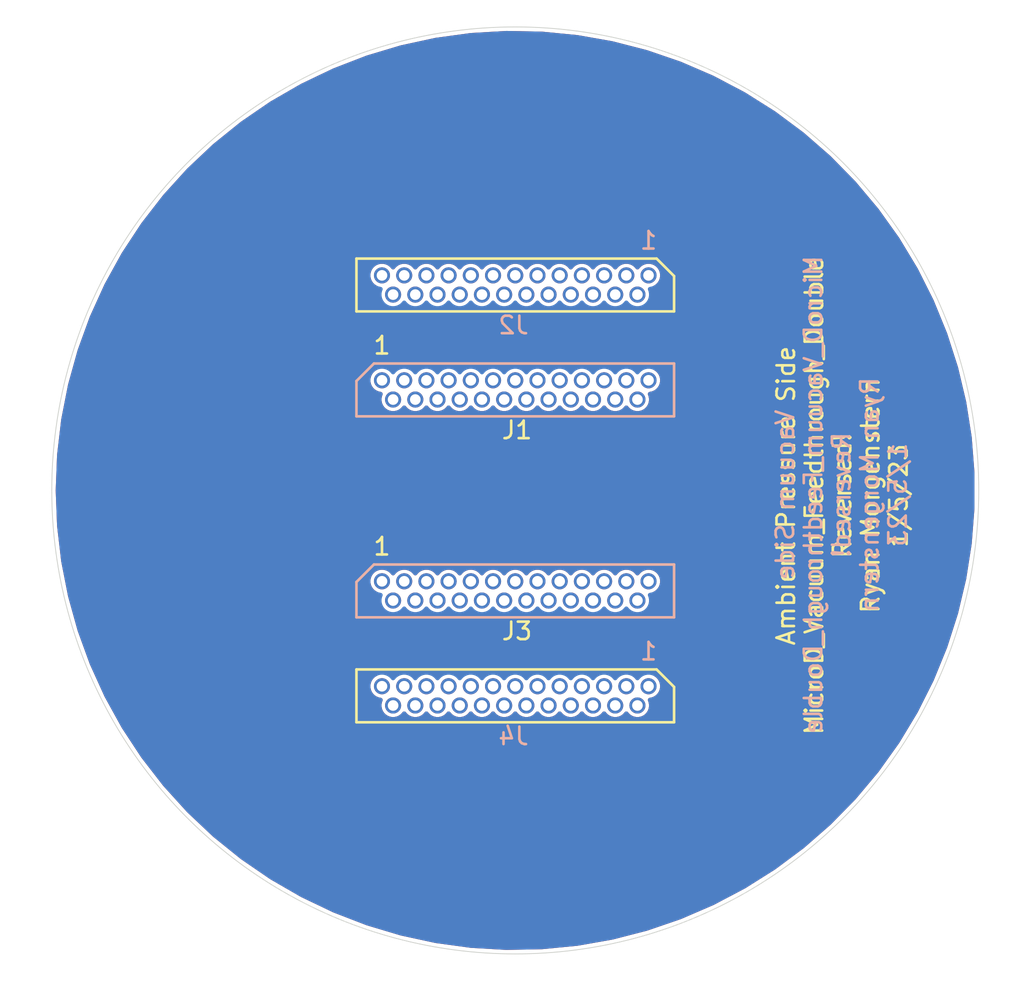
<source format=kicad_pcb>
(kicad_pcb (version 20171130) (host pcbnew "(5.1.10)-1")

  (general
    (thickness 1.6)
    (drawings 6)
    (tracks 50)
    (zones 0)
    (modules 4)
    (nets 51)
  )

  (page A4)
  (layers
    (0 F.Cu signal)
    (1 In1.Cu signal)
    (2 In2.Cu signal)
    (31 B.Cu signal)
    (32 B.Adhes user)
    (33 F.Adhes user)
    (34 B.Paste user)
    (35 F.Paste user)
    (36 B.SilkS user)
    (37 F.SilkS user)
    (38 B.Mask user)
    (39 F.Mask user)
    (40 Dwgs.User user)
    (41 Cmts.User user)
    (42 Eco1.User user)
    (43 Eco2.User user)
    (44 Edge.Cuts user)
    (45 Margin user)
    (46 B.CrtYd user)
    (47 F.CrtYd user)
    (48 B.Fab user)
    (49 F.Fab user)
  )

  (setup
    (last_trace_width 0.09)
    (user_trace_width 0.1)
    (trace_clearance 0.09)
    (zone_clearance 0.508)
    (zone_45_only no)
    (trace_min 0.09)
    (via_size 0.8)
    (via_drill 0.4)
    (via_min_size 0.4)
    (via_min_drill 0.3)
    (uvia_size 0.3)
    (uvia_drill 0.1)
    (uvias_allowed no)
    (uvia_min_size 0.2)
    (uvia_min_drill 0.1)
    (edge_width 0.05)
    (segment_width 0.2)
    (pcb_text_width 0.3)
    (pcb_text_size 1.5 1.5)
    (mod_edge_width 0.12)
    (mod_text_size 1 1)
    (mod_text_width 0.15)
    (pad_size 1.524 1.524)
    (pad_drill 0.762)
    (pad_to_mask_clearance 0)
    (aux_axis_origin 0 0)
    (visible_elements 7FFFFFFF)
    (pcbplotparams
      (layerselection 0x010fc_ffffffff)
      (usegerberextensions false)
      (usegerberattributes true)
      (usegerberadvancedattributes true)
      (creategerberjobfile true)
      (excludeedgelayer true)
      (linewidth 0.100000)
      (plotframeref false)
      (viasonmask false)
      (mode 1)
      (useauxorigin false)
      (hpglpennumber 1)
      (hpglpenspeed 20)
      (hpglpendiameter 15.000000)
      (psnegative false)
      (psa4output false)
      (plotreference true)
      (plotvalue true)
      (plotinvisibletext false)
      (padsonsilk false)
      (subtractmaskfromsilk false)
      (outputformat 1)
      (mirror false)
      (drillshape 0)
      (scaleselection 1)
      (outputdirectory "gerber/"))
  )

  (net 0 "")
  (net 1 "Net-(J1-Pad1)")
  (net 2 "Net-(J1-Pad14)")
  (net 3 "Net-(J1-Pad2)")
  (net 4 "Net-(J1-Pad15)")
  (net 5 "Net-(J1-Pad3)")
  (net 6 "Net-(J1-Pad16)")
  (net 7 "Net-(J1-Pad4)")
  (net 8 "Net-(J1-Pad17)")
  (net 9 "Net-(J1-Pad5)")
  (net 10 "Net-(J1-Pad18)")
  (net 11 "Net-(J1-Pad6)")
  (net 12 "Net-(J1-Pad19)")
  (net 13 "Net-(J1-Pad7)")
  (net 14 "Net-(J1-Pad20)")
  (net 15 "Net-(J1-Pad8)")
  (net 16 "Net-(J1-Pad21)")
  (net 17 "Net-(J1-Pad9)")
  (net 18 "Net-(J1-Pad22)")
  (net 19 "Net-(J1-Pad10)")
  (net 20 "Net-(J1-Pad23)")
  (net 21 "Net-(J1-Pad11)")
  (net 22 "Net-(J1-Pad24)")
  (net 23 "Net-(J1-Pad12)")
  (net 24 "Net-(J1-Pad25)")
  (net 25 "Net-(J1-Pad13)")
  (net 26 "Net-(J3-Pad1)")
  (net 27 "Net-(J3-Pad14)")
  (net 28 "Net-(J3-Pad2)")
  (net 29 "Net-(J3-Pad15)")
  (net 30 "Net-(J3-Pad3)")
  (net 31 "Net-(J3-Pad16)")
  (net 32 "Net-(J3-Pad4)")
  (net 33 "Net-(J3-Pad17)")
  (net 34 "Net-(J3-Pad5)")
  (net 35 "Net-(J3-Pad18)")
  (net 36 "Net-(J3-Pad6)")
  (net 37 "Net-(J3-Pad19)")
  (net 38 "Net-(J3-Pad7)")
  (net 39 "Net-(J3-Pad20)")
  (net 40 "Net-(J3-Pad8)")
  (net 41 "Net-(J3-Pad21)")
  (net 42 "Net-(J3-Pad9)")
  (net 43 "Net-(J3-Pad22)")
  (net 44 "Net-(J3-Pad10)")
  (net 45 "Net-(J3-Pad23)")
  (net 46 "Net-(J3-Pad11)")
  (net 47 "Net-(J3-Pad24)")
  (net 48 "Net-(J3-Pad12)")
  (net 49 "Net-(J3-Pad25)")
  (net 50 "Net-(J3-Pad13)")

  (net_class Default "This is the default net class."
    (clearance 0.09)
    (trace_width 0.09)
    (via_dia 0.8)
    (via_drill 0.4)
    (uvia_dia 0.3)
    (uvia_drill 0.1)
    (add_net "Net-(J1-Pad1)")
    (add_net "Net-(J1-Pad10)")
    (add_net "Net-(J1-Pad11)")
    (add_net "Net-(J1-Pad12)")
    (add_net "Net-(J1-Pad13)")
    (add_net "Net-(J1-Pad14)")
    (add_net "Net-(J1-Pad15)")
    (add_net "Net-(J1-Pad16)")
    (add_net "Net-(J1-Pad17)")
    (add_net "Net-(J1-Pad18)")
    (add_net "Net-(J1-Pad19)")
    (add_net "Net-(J1-Pad2)")
    (add_net "Net-(J1-Pad20)")
    (add_net "Net-(J1-Pad21)")
    (add_net "Net-(J1-Pad22)")
    (add_net "Net-(J1-Pad23)")
    (add_net "Net-(J1-Pad24)")
    (add_net "Net-(J1-Pad25)")
    (add_net "Net-(J1-Pad3)")
    (add_net "Net-(J1-Pad4)")
    (add_net "Net-(J1-Pad5)")
    (add_net "Net-(J1-Pad6)")
    (add_net "Net-(J1-Pad7)")
    (add_net "Net-(J1-Pad8)")
    (add_net "Net-(J1-Pad9)")
    (add_net "Net-(J3-Pad1)")
    (add_net "Net-(J3-Pad10)")
    (add_net "Net-(J3-Pad11)")
    (add_net "Net-(J3-Pad12)")
    (add_net "Net-(J3-Pad13)")
    (add_net "Net-(J3-Pad14)")
    (add_net "Net-(J3-Pad15)")
    (add_net "Net-(J3-Pad16)")
    (add_net "Net-(J3-Pad17)")
    (add_net "Net-(J3-Pad18)")
    (add_net "Net-(J3-Pad19)")
    (add_net "Net-(J3-Pad2)")
    (add_net "Net-(J3-Pad20)")
    (add_net "Net-(J3-Pad21)")
    (add_net "Net-(J3-Pad22)")
    (add_net "Net-(J3-Pad23)")
    (add_net "Net-(J3-Pad24)")
    (add_net "Net-(J3-Pad25)")
    (add_net "Net-(J3-Pad3)")
    (add_net "Net-(J3-Pad4)")
    (add_net "Net-(J3-Pad5)")
    (add_net "Net-(J3-Pad6)")
    (add_net "Net-(J3-Pad7)")
    (add_net "Net-(J3-Pad8)")
    (add_net "Net-(J3-Pad9)")
  )

  (module 0_Double_MicroD_25_Gateway:Norcomp-380-025-113L001-microd_Updated (layer F.Cu) (tedit 60E5E368) (tstamp 62D214DA)
    (at 0 -5.746)
    (tags "380-025-213L001 ")
    (path /62D21D3E)
    (fp_text reference J1 (at 0.1 2.3) (layer F.SilkS)
      (effects (font (size 1 1) (thickness 0.15)))
    )
    (fp_text value DB25_Female (at 5.35 2.55) (layer F.Fab)
      (effects (font (size 1 1) (thickness 0.15)))
    )
    (fp_line (start -14.85 -3.675) (end -14.85 3.675) (layer F.CrtYd) (width 0.15))
    (fp_line (start 14.85 -3.675) (end -14.85 -3.675) (layer F.CrtYd) (width 0.15))
    (fp_line (start 14.85 3.675) (end 14.85 -3.675) (layer F.CrtYd) (width 0.15))
    (fp_line (start -14.85 3.675) (end 14.85 3.675) (layer F.CrtYd) (width 0.15))
    (fp_line (start 9.08 -1.51) (end -8.08 -1.51) (layer B.SilkS) (width 0.15))
    (fp_line (start 9.08 1.51) (end 9.08 -1.51) (layer B.SilkS) (width 0.15))
    (fp_line (start -9.08 1.51) (end 9.08 1.51) (layer B.SilkS) (width 0.15))
    (fp_line (start -9.08 -0.51) (end -9.08 1.51) (layer B.SilkS) (width 0.15))
    (fp_line (start -8.08 -1.51) (end -9.08 -0.51) (layer B.SilkS) (width 0.15))
    (fp_text user 1 (at -7.62 -2.54) (layer F.SilkS)
      (effects (font (size 1 1) (thickness 0.15)))
    )
    (fp_text user "Male / Plug" (at 0 -2.54) (layer F.Fab)
      (effects (font (size 1.2 1.2) (thickness 0.15)))
    )
    (pad 1 thru_hole oval (at -7.62 -0.55) (size 0.92 0.92) (drill 0.61) (layers *.Cu *.Mask)
      (net 1 "Net-(J1-Pad1)"))
    (pad 14 thru_hole oval (at -6.985 0.55) (size 0.92 0.92) (drill 0.61) (layers *.Cu *.Mask)
      (net 2 "Net-(J1-Pad14)"))
    (pad 2 thru_hole oval (at -6.35 -0.55) (size 0.92 0.92) (drill 0.61) (layers *.Cu *.Mask)
      (net 3 "Net-(J1-Pad2)"))
    (pad 15 thru_hole oval (at -5.715 0.55) (size 0.92 0.92) (drill 0.61) (layers *.Cu *.Mask)
      (net 4 "Net-(J1-Pad15)"))
    (pad 3 thru_hole oval (at -5.08 -0.55) (size 0.92 0.92) (drill 0.61) (layers *.Cu *.Mask)
      (net 5 "Net-(J1-Pad3)"))
    (pad 16 thru_hole oval (at -4.445 0.55) (size 0.92 0.92) (drill 0.61) (layers *.Cu *.Mask)
      (net 6 "Net-(J1-Pad16)"))
    (pad 4 thru_hole oval (at -3.81 -0.55) (size 0.92 0.92) (drill 0.61) (layers *.Cu *.Mask)
      (net 7 "Net-(J1-Pad4)"))
    (pad 17 thru_hole oval (at -3.175 0.55) (size 0.92 0.92) (drill 0.61) (layers *.Cu *.Mask)
      (net 8 "Net-(J1-Pad17)"))
    (pad 5 thru_hole oval (at -2.54 -0.55) (size 0.92 0.92) (drill 0.61) (layers *.Cu *.Mask)
      (net 9 "Net-(J1-Pad5)"))
    (pad 18 thru_hole oval (at -1.905 0.55) (size 0.92 0.92) (drill 0.61) (layers *.Cu *.Mask)
      (net 10 "Net-(J1-Pad18)"))
    (pad 6 thru_hole oval (at -1.27 -0.55) (size 0.92 0.92) (drill 0.61) (layers *.Cu *.Mask)
      (net 11 "Net-(J1-Pad6)"))
    (pad 19 thru_hole oval (at -0.635 0.55) (size 0.92 0.92) (drill 0.61) (layers *.Cu *.Mask)
      (net 12 "Net-(J1-Pad19)"))
    (pad 7 thru_hole oval (at 0 -0.55) (size 0.92 0.92) (drill 0.61) (layers *.Cu *.Mask)
      (net 13 "Net-(J1-Pad7)"))
    (pad 20 thru_hole oval (at 0.635 0.55) (size 0.92 0.92) (drill 0.61) (layers *.Cu *.Mask)
      (net 14 "Net-(J1-Pad20)"))
    (pad 8 thru_hole oval (at 1.27 -0.55) (size 0.92 0.92) (drill 0.61) (layers *.Cu *.Mask)
      (net 15 "Net-(J1-Pad8)"))
    (pad 21 thru_hole oval (at 1.905 0.55) (size 0.92 0.92) (drill 0.61) (layers *.Cu *.Mask)
      (net 16 "Net-(J1-Pad21)"))
    (pad 9 thru_hole oval (at 2.54 -0.55) (size 0.92 0.92) (drill 0.61) (layers *.Cu *.Mask)
      (net 17 "Net-(J1-Pad9)"))
    (pad 22 thru_hole oval (at 3.175 0.55) (size 0.92 0.92) (drill 0.61) (layers *.Cu *.Mask)
      (net 18 "Net-(J1-Pad22)"))
    (pad 10 thru_hole oval (at 3.81 -0.55) (size 0.92 0.92) (drill 0.61) (layers *.Cu *.Mask)
      (net 19 "Net-(J1-Pad10)"))
    (pad 23 thru_hole oval (at 4.445 0.55) (size 0.92 0.92) (drill 0.61) (layers *.Cu *.Mask)
      (net 20 "Net-(J1-Pad23)"))
    (pad 11 thru_hole oval (at 5.08 -0.55) (size 0.92 0.92) (drill 0.61) (layers *.Cu *.Mask)
      (net 21 "Net-(J1-Pad11)"))
    (pad 24 thru_hole oval (at 5.715 0.55) (size 0.92 0.92) (drill 0.61) (layers *.Cu *.Mask)
      (net 22 "Net-(J1-Pad24)"))
    (pad 12 thru_hole oval (at 6.35 -0.55) (size 0.92 0.92) (drill 0.61) (layers *.Cu *.Mask)
      (net 23 "Net-(J1-Pad12)"))
    (pad 25 thru_hole oval (at 6.985 0.55) (size 0.92 0.92) (drill 0.61) (layers *.Cu *.Mask)
      (net 24 "Net-(J1-Pad25)"))
    (pad 13 thru_hole oval (at 7.62 -0.55) (size 0.92 0.92) (drill 0.61) (layers *.Cu *.Mask)
      (net 25 "Net-(J1-Pad13)"))
    (model ${KIPRJMOD}/Double_MicroD_25_Gateway.pretty/380-025-213L001.STEP
      (offset (xyz 0 3.7 -10.2))
      (scale (xyz 1 1 1))
      (rotate (xyz 180 0 180))
    )
  )

  (module 0_Double_MicroD_25_Gateway:Norcomp-380-025-113L001-microd_Updated (layer B.Cu) (tedit 60E5E368) (tstamp 62D21552)
    (at 0 11.746 180)
    (tags "380-025-213L001 ")
    (path /62D2A3EF)
    (fp_text reference J4 (at 0.1 -2.3) (layer B.SilkS)
      (effects (font (size 1 1) (thickness 0.15)) (justify mirror))
    )
    (fp_text value DB25_Female (at 5.35 -2.55) (layer B.Fab)
      (effects (font (size 1 1) (thickness 0.15)) (justify mirror))
    )
    (fp_line (start -14.85 3.675) (end -14.85 -3.675) (layer B.CrtYd) (width 0.15))
    (fp_line (start 14.85 3.675) (end -14.85 3.675) (layer B.CrtYd) (width 0.15))
    (fp_line (start 14.85 -3.675) (end 14.85 3.675) (layer B.CrtYd) (width 0.15))
    (fp_line (start -14.85 -3.675) (end 14.85 -3.675) (layer B.CrtYd) (width 0.15))
    (fp_line (start 9.08 1.51) (end -8.08 1.51) (layer F.SilkS) (width 0.15))
    (fp_line (start 9.08 -1.51) (end 9.08 1.51) (layer F.SilkS) (width 0.15))
    (fp_line (start -9.08 -1.51) (end 9.08 -1.51) (layer F.SilkS) (width 0.15))
    (fp_line (start -9.08 0.51) (end -9.08 -1.51) (layer F.SilkS) (width 0.15))
    (fp_line (start -8.08 1.51) (end -9.08 0.51) (layer F.SilkS) (width 0.15))
    (fp_text user 1 (at -7.62 2.54) (layer B.SilkS)
      (effects (font (size 1 1) (thickness 0.15)) (justify mirror))
    )
    (fp_text user "Male / Plug" (at 0 2.54) (layer B.Fab)
      (effects (font (size 1.2 1.2) (thickness 0.15)) (justify mirror))
    )
    (pad 1 thru_hole oval (at -7.62 0.55 180) (size 0.92 0.92) (drill 0.61) (layers *.Cu *.Mask)
      (net 50 "Net-(J3-Pad13)"))
    (pad 14 thru_hole oval (at -6.985 -0.55 180) (size 0.92 0.92) (drill 0.61) (layers *.Cu *.Mask)
      (net 49 "Net-(J3-Pad25)"))
    (pad 2 thru_hole oval (at -6.35 0.55 180) (size 0.92 0.92) (drill 0.61) (layers *.Cu *.Mask)
      (net 48 "Net-(J3-Pad12)"))
    (pad 15 thru_hole oval (at -5.715 -0.55 180) (size 0.92 0.92) (drill 0.61) (layers *.Cu *.Mask)
      (net 47 "Net-(J3-Pad24)"))
    (pad 3 thru_hole oval (at -5.08 0.55 180) (size 0.92 0.92) (drill 0.61) (layers *.Cu *.Mask)
      (net 46 "Net-(J3-Pad11)"))
    (pad 16 thru_hole oval (at -4.445 -0.55 180) (size 0.92 0.92) (drill 0.61) (layers *.Cu *.Mask)
      (net 45 "Net-(J3-Pad23)"))
    (pad 4 thru_hole oval (at -3.81 0.55 180) (size 0.92 0.92) (drill 0.61) (layers *.Cu *.Mask)
      (net 44 "Net-(J3-Pad10)"))
    (pad 17 thru_hole oval (at -3.175 -0.55 180) (size 0.92 0.92) (drill 0.61) (layers *.Cu *.Mask)
      (net 43 "Net-(J3-Pad22)"))
    (pad 5 thru_hole oval (at -2.54 0.55 180) (size 0.92 0.92) (drill 0.61) (layers *.Cu *.Mask)
      (net 42 "Net-(J3-Pad9)"))
    (pad 18 thru_hole oval (at -1.905 -0.55 180) (size 0.92 0.92) (drill 0.61) (layers *.Cu *.Mask)
      (net 41 "Net-(J3-Pad21)"))
    (pad 6 thru_hole oval (at -1.27 0.55 180) (size 0.92 0.92) (drill 0.61) (layers *.Cu *.Mask)
      (net 40 "Net-(J3-Pad8)"))
    (pad 19 thru_hole oval (at -0.635 -0.55 180) (size 0.92 0.92) (drill 0.61) (layers *.Cu *.Mask)
      (net 39 "Net-(J3-Pad20)"))
    (pad 7 thru_hole oval (at 0 0.55 180) (size 0.92 0.92) (drill 0.61) (layers *.Cu *.Mask)
      (net 38 "Net-(J3-Pad7)"))
    (pad 20 thru_hole oval (at 0.635 -0.55 180) (size 0.92 0.92) (drill 0.61) (layers *.Cu *.Mask)
      (net 37 "Net-(J3-Pad19)"))
    (pad 8 thru_hole oval (at 1.27 0.55 180) (size 0.92 0.92) (drill 0.61) (layers *.Cu *.Mask)
      (net 36 "Net-(J3-Pad6)"))
    (pad 21 thru_hole oval (at 1.905 -0.55 180) (size 0.92 0.92) (drill 0.61) (layers *.Cu *.Mask)
      (net 35 "Net-(J3-Pad18)"))
    (pad 9 thru_hole oval (at 2.54 0.55 180) (size 0.92 0.92) (drill 0.61) (layers *.Cu *.Mask)
      (net 34 "Net-(J3-Pad5)"))
    (pad 22 thru_hole oval (at 3.175 -0.55 180) (size 0.92 0.92) (drill 0.61) (layers *.Cu *.Mask)
      (net 33 "Net-(J3-Pad17)"))
    (pad 10 thru_hole oval (at 3.81 0.55 180) (size 0.92 0.92) (drill 0.61) (layers *.Cu *.Mask)
      (net 32 "Net-(J3-Pad4)"))
    (pad 23 thru_hole oval (at 4.445 -0.55 180) (size 0.92 0.92) (drill 0.61) (layers *.Cu *.Mask)
      (net 31 "Net-(J3-Pad16)"))
    (pad 11 thru_hole oval (at 5.08 0.55 180) (size 0.92 0.92) (drill 0.61) (layers *.Cu *.Mask)
      (net 30 "Net-(J3-Pad3)"))
    (pad 24 thru_hole oval (at 5.715 -0.55 180) (size 0.92 0.92) (drill 0.61) (layers *.Cu *.Mask)
      (net 29 "Net-(J3-Pad15)"))
    (pad 12 thru_hole oval (at 6.35 0.55 180) (size 0.92 0.92) (drill 0.61) (layers *.Cu *.Mask)
      (net 28 "Net-(J3-Pad2)"))
    (pad 25 thru_hole oval (at 6.985 -0.55 180) (size 0.92 0.92) (drill 0.61) (layers *.Cu *.Mask)
      (net 27 "Net-(J3-Pad14)"))
    (pad 13 thru_hole oval (at 7.62 0.55 180) (size 0.92 0.92) (drill 0.61) (layers *.Cu *.Mask)
      (net 26 "Net-(J3-Pad1)"))
    (model ${KIPRJMOD}/Double_MicroD_25_Gateway.pretty/380-025-213L001.STEP
      (offset (xyz 0 3.7 -10.2))
      (scale (xyz 1 1 1))
      (rotate (xyz 180 0 180))
    )
  )

  (module 0_Double_MicroD_25_Gateway:Norcomp-380-025-113L001-microd_Updated (layer F.Cu) (tedit 60E5E368) (tstamp 62D2152A)
    (at 0 5.746)
    (tags "380-025-213L001 ")
    (path /62D2A3F5)
    (fp_text reference J3 (at 0.1 2.3) (layer F.SilkS)
      (effects (font (size 1 1) (thickness 0.15)))
    )
    (fp_text value DB25_Female (at 5.35 2.55) (layer F.Fab)
      (effects (font (size 1 1) (thickness 0.15)))
    )
    (fp_line (start -14.85 -3.675) (end -14.85 3.675) (layer F.CrtYd) (width 0.15))
    (fp_line (start 14.85 -3.675) (end -14.85 -3.675) (layer F.CrtYd) (width 0.15))
    (fp_line (start 14.85 3.675) (end 14.85 -3.675) (layer F.CrtYd) (width 0.15))
    (fp_line (start -14.85 3.675) (end 14.85 3.675) (layer F.CrtYd) (width 0.15))
    (fp_line (start 9.08 -1.51) (end -8.08 -1.51) (layer B.SilkS) (width 0.15))
    (fp_line (start 9.08 1.51) (end 9.08 -1.51) (layer B.SilkS) (width 0.15))
    (fp_line (start -9.08 1.51) (end 9.08 1.51) (layer B.SilkS) (width 0.15))
    (fp_line (start -9.08 -0.51) (end -9.08 1.51) (layer B.SilkS) (width 0.15))
    (fp_line (start -8.08 -1.51) (end -9.08 -0.51) (layer B.SilkS) (width 0.15))
    (fp_text user 1 (at -7.62 -2.54) (layer F.SilkS)
      (effects (font (size 1 1) (thickness 0.15)))
    )
    (fp_text user "Male / Plug" (at 0 -2.54) (layer F.Fab)
      (effects (font (size 1.2 1.2) (thickness 0.15)))
    )
    (pad 1 thru_hole oval (at -7.62 -0.55) (size 0.92 0.92) (drill 0.61) (layers *.Cu *.Mask)
      (net 26 "Net-(J3-Pad1)"))
    (pad 14 thru_hole oval (at -6.985 0.55) (size 0.92 0.92) (drill 0.61) (layers *.Cu *.Mask)
      (net 27 "Net-(J3-Pad14)"))
    (pad 2 thru_hole oval (at -6.35 -0.55) (size 0.92 0.92) (drill 0.61) (layers *.Cu *.Mask)
      (net 28 "Net-(J3-Pad2)"))
    (pad 15 thru_hole oval (at -5.715 0.55) (size 0.92 0.92) (drill 0.61) (layers *.Cu *.Mask)
      (net 29 "Net-(J3-Pad15)"))
    (pad 3 thru_hole oval (at -5.08 -0.55) (size 0.92 0.92) (drill 0.61) (layers *.Cu *.Mask)
      (net 30 "Net-(J3-Pad3)"))
    (pad 16 thru_hole oval (at -4.445 0.55) (size 0.92 0.92) (drill 0.61) (layers *.Cu *.Mask)
      (net 31 "Net-(J3-Pad16)"))
    (pad 4 thru_hole oval (at -3.81 -0.55) (size 0.92 0.92) (drill 0.61) (layers *.Cu *.Mask)
      (net 32 "Net-(J3-Pad4)"))
    (pad 17 thru_hole oval (at -3.175 0.55) (size 0.92 0.92) (drill 0.61) (layers *.Cu *.Mask)
      (net 33 "Net-(J3-Pad17)"))
    (pad 5 thru_hole oval (at -2.54 -0.55) (size 0.92 0.92) (drill 0.61) (layers *.Cu *.Mask)
      (net 34 "Net-(J3-Pad5)"))
    (pad 18 thru_hole oval (at -1.905 0.55) (size 0.92 0.92) (drill 0.61) (layers *.Cu *.Mask)
      (net 35 "Net-(J3-Pad18)"))
    (pad 6 thru_hole oval (at -1.27 -0.55) (size 0.92 0.92) (drill 0.61) (layers *.Cu *.Mask)
      (net 36 "Net-(J3-Pad6)"))
    (pad 19 thru_hole oval (at -0.635 0.55) (size 0.92 0.92) (drill 0.61) (layers *.Cu *.Mask)
      (net 37 "Net-(J3-Pad19)"))
    (pad 7 thru_hole oval (at 0 -0.55) (size 0.92 0.92) (drill 0.61) (layers *.Cu *.Mask)
      (net 38 "Net-(J3-Pad7)"))
    (pad 20 thru_hole oval (at 0.635 0.55) (size 0.92 0.92) (drill 0.61) (layers *.Cu *.Mask)
      (net 39 "Net-(J3-Pad20)"))
    (pad 8 thru_hole oval (at 1.27 -0.55) (size 0.92 0.92) (drill 0.61) (layers *.Cu *.Mask)
      (net 40 "Net-(J3-Pad8)"))
    (pad 21 thru_hole oval (at 1.905 0.55) (size 0.92 0.92) (drill 0.61) (layers *.Cu *.Mask)
      (net 41 "Net-(J3-Pad21)"))
    (pad 9 thru_hole oval (at 2.54 -0.55) (size 0.92 0.92) (drill 0.61) (layers *.Cu *.Mask)
      (net 42 "Net-(J3-Pad9)"))
    (pad 22 thru_hole oval (at 3.175 0.55) (size 0.92 0.92) (drill 0.61) (layers *.Cu *.Mask)
      (net 43 "Net-(J3-Pad22)"))
    (pad 10 thru_hole oval (at 3.81 -0.55) (size 0.92 0.92) (drill 0.61) (layers *.Cu *.Mask)
      (net 44 "Net-(J3-Pad10)"))
    (pad 23 thru_hole oval (at 4.445 0.55) (size 0.92 0.92) (drill 0.61) (layers *.Cu *.Mask)
      (net 45 "Net-(J3-Pad23)"))
    (pad 11 thru_hole oval (at 5.08 -0.55) (size 0.92 0.92) (drill 0.61) (layers *.Cu *.Mask)
      (net 46 "Net-(J3-Pad11)"))
    (pad 24 thru_hole oval (at 5.715 0.55) (size 0.92 0.92) (drill 0.61) (layers *.Cu *.Mask)
      (net 47 "Net-(J3-Pad24)"))
    (pad 12 thru_hole oval (at 6.35 -0.55) (size 0.92 0.92) (drill 0.61) (layers *.Cu *.Mask)
      (net 48 "Net-(J3-Pad12)"))
    (pad 25 thru_hole oval (at 6.985 0.55) (size 0.92 0.92) (drill 0.61) (layers *.Cu *.Mask)
      (net 49 "Net-(J3-Pad25)"))
    (pad 13 thru_hole oval (at 7.62 -0.55) (size 0.92 0.92) (drill 0.61) (layers *.Cu *.Mask)
      (net 50 "Net-(J3-Pad13)"))
    (model ${KIPRJMOD}/Double_MicroD_25_Gateway.pretty/380-025-213L001.STEP
      (offset (xyz 0 3.7 -10.2))
      (scale (xyz 1 1 1))
      (rotate (xyz 180 0 180))
    )
  )

  (module 0_Double_MicroD_25_Gateway:Norcomp-380-025-113L001-microd_Updated (layer B.Cu) (tedit 60E5E368) (tstamp 62D21502)
    (at 0 -11.746 180)
    (tags "380-025-213L001 ")
    (path /62D1ADAB)
    (fp_text reference J2 (at 0.1 -2.3) (layer B.SilkS)
      (effects (font (size 1 1) (thickness 0.15)) (justify mirror))
    )
    (fp_text value DB25_Female (at 5.35 -2.55) (layer B.Fab)
      (effects (font (size 1 1) (thickness 0.15)) (justify mirror))
    )
    (fp_line (start -14.85 3.675) (end -14.85 -3.675) (layer B.CrtYd) (width 0.15))
    (fp_line (start 14.85 3.675) (end -14.85 3.675) (layer B.CrtYd) (width 0.15))
    (fp_line (start 14.85 -3.675) (end 14.85 3.675) (layer B.CrtYd) (width 0.15))
    (fp_line (start -14.85 -3.675) (end 14.85 -3.675) (layer B.CrtYd) (width 0.15))
    (fp_line (start 9.08 1.51) (end -8.08 1.51) (layer F.SilkS) (width 0.15))
    (fp_line (start 9.08 -1.51) (end 9.08 1.51) (layer F.SilkS) (width 0.15))
    (fp_line (start -9.08 -1.51) (end 9.08 -1.51) (layer F.SilkS) (width 0.15))
    (fp_line (start -9.08 0.51) (end -9.08 -1.51) (layer F.SilkS) (width 0.15))
    (fp_line (start -8.08 1.51) (end -9.08 0.51) (layer F.SilkS) (width 0.15))
    (fp_text user 1 (at -7.62 2.54) (layer B.SilkS)
      (effects (font (size 1 1) (thickness 0.15)) (justify mirror))
    )
    (fp_text user "Male / Plug" (at 0 2.54) (layer B.Fab)
      (effects (font (size 1.2 1.2) (thickness 0.15)) (justify mirror))
    )
    (pad 1 thru_hole oval (at -7.62 0.55 180) (size 0.92 0.92) (drill 0.61) (layers *.Cu *.Mask)
      (net 25 "Net-(J1-Pad13)"))
    (pad 14 thru_hole oval (at -6.985 -0.55 180) (size 0.92 0.92) (drill 0.61) (layers *.Cu *.Mask)
      (net 24 "Net-(J1-Pad25)"))
    (pad 2 thru_hole oval (at -6.35 0.55 180) (size 0.92 0.92) (drill 0.61) (layers *.Cu *.Mask)
      (net 23 "Net-(J1-Pad12)"))
    (pad 15 thru_hole oval (at -5.715 -0.55 180) (size 0.92 0.92) (drill 0.61) (layers *.Cu *.Mask)
      (net 22 "Net-(J1-Pad24)"))
    (pad 3 thru_hole oval (at -5.08 0.55 180) (size 0.92 0.92) (drill 0.61) (layers *.Cu *.Mask)
      (net 21 "Net-(J1-Pad11)"))
    (pad 16 thru_hole oval (at -4.445 -0.55 180) (size 0.92 0.92) (drill 0.61) (layers *.Cu *.Mask)
      (net 20 "Net-(J1-Pad23)"))
    (pad 4 thru_hole oval (at -3.81 0.55 180) (size 0.92 0.92) (drill 0.61) (layers *.Cu *.Mask)
      (net 19 "Net-(J1-Pad10)"))
    (pad 17 thru_hole oval (at -3.175 -0.55 180) (size 0.92 0.92) (drill 0.61) (layers *.Cu *.Mask)
      (net 18 "Net-(J1-Pad22)"))
    (pad 5 thru_hole oval (at -2.54 0.55 180) (size 0.92 0.92) (drill 0.61) (layers *.Cu *.Mask)
      (net 17 "Net-(J1-Pad9)"))
    (pad 18 thru_hole oval (at -1.905 -0.55 180) (size 0.92 0.92) (drill 0.61) (layers *.Cu *.Mask)
      (net 16 "Net-(J1-Pad21)"))
    (pad 6 thru_hole oval (at -1.27 0.55 180) (size 0.92 0.92) (drill 0.61) (layers *.Cu *.Mask)
      (net 15 "Net-(J1-Pad8)"))
    (pad 19 thru_hole oval (at -0.635 -0.55 180) (size 0.92 0.92) (drill 0.61) (layers *.Cu *.Mask)
      (net 14 "Net-(J1-Pad20)"))
    (pad 7 thru_hole oval (at 0 0.55 180) (size 0.92 0.92) (drill 0.61) (layers *.Cu *.Mask)
      (net 13 "Net-(J1-Pad7)"))
    (pad 20 thru_hole oval (at 0.635 -0.55 180) (size 0.92 0.92) (drill 0.61) (layers *.Cu *.Mask)
      (net 12 "Net-(J1-Pad19)"))
    (pad 8 thru_hole oval (at 1.27 0.55 180) (size 0.92 0.92) (drill 0.61) (layers *.Cu *.Mask)
      (net 11 "Net-(J1-Pad6)"))
    (pad 21 thru_hole oval (at 1.905 -0.55 180) (size 0.92 0.92) (drill 0.61) (layers *.Cu *.Mask)
      (net 10 "Net-(J1-Pad18)"))
    (pad 9 thru_hole oval (at 2.54 0.55 180) (size 0.92 0.92) (drill 0.61) (layers *.Cu *.Mask)
      (net 9 "Net-(J1-Pad5)"))
    (pad 22 thru_hole oval (at 3.175 -0.55 180) (size 0.92 0.92) (drill 0.61) (layers *.Cu *.Mask)
      (net 8 "Net-(J1-Pad17)"))
    (pad 10 thru_hole oval (at 3.81 0.55 180) (size 0.92 0.92) (drill 0.61) (layers *.Cu *.Mask)
      (net 7 "Net-(J1-Pad4)"))
    (pad 23 thru_hole oval (at 4.445 -0.55 180) (size 0.92 0.92) (drill 0.61) (layers *.Cu *.Mask)
      (net 6 "Net-(J1-Pad16)"))
    (pad 11 thru_hole oval (at 5.08 0.55 180) (size 0.92 0.92) (drill 0.61) (layers *.Cu *.Mask)
      (net 5 "Net-(J1-Pad3)"))
    (pad 24 thru_hole oval (at 5.715 -0.55 180) (size 0.92 0.92) (drill 0.61) (layers *.Cu *.Mask)
      (net 4 "Net-(J1-Pad15)"))
    (pad 12 thru_hole oval (at 6.35 0.55 180) (size 0.92 0.92) (drill 0.61) (layers *.Cu *.Mask)
      (net 3 "Net-(J1-Pad2)"))
    (pad 25 thru_hole oval (at 6.985 -0.55 180) (size 0.92 0.92) (drill 0.61) (layers *.Cu *.Mask)
      (net 2 "Net-(J1-Pad14)"))
    (pad 13 thru_hole oval (at 7.62 0.55 180) (size 0.92 0.92) (drill 0.61) (layers *.Cu *.Mask)
      (net 1 "Net-(J1-Pad1)"))
    (model ${KIPRJMOD}/Double_MicroD_25_Gateway.pretty/380-025-213L001.STEP
      (offset (xyz 0 3.7 -10.2))
      (scale (xyz 1 1 1))
      (rotate (xyz 180 0 180))
    )
  )

  (gr_text "Ambient Pressure Side\nMicroD_Vacuum_Feedthrough_Double\nReversed!\nRyan Morgenstern\n1/5/23" (at 18.7 0.3 90) (layer F.SilkS) (tstamp 62D21191)
    (effects (font (size 1 1) (thickness 0.15)))
  )
  (gr_text "Vacuum Side\nMicroD_Vacuum_Feedthrough_Double\nReversed!\nRyan Morgenstern\n1/5/23" (at 18.65 0.25 90) (layer B.SilkS) (tstamp 62D2118E)
    (effects (font (size 1 1) (thickness 0.15)) (justify mirror))
  )
  (gr_circle (center 0 0) (end 23.8 0) (layer Dwgs.User) (width 0.15) (tstamp 62D21194))
  (gr_circle (center 0 0) (end 26.5 0) (layer Edge.Cuts) (width 0.05) (tstamp 62D21197))
  (gr_circle (center 0 0) (end 25.4 0) (layer F.Mask) (width 3.2) (tstamp 62D2119D))
  (gr_circle (center 0 0) (end 25.4 0) (layer B.Mask) (width 3.2) (tstamp 62D2119A))

  (segment (start -7.62 -12.296) (end -7.62 -6.296) (width 0.09) (layer In1.Cu) (net 1))
  (segment (start -6.985 -11.196) (end -6.985 -5.196) (width 0.09) (layer In1.Cu) (net 2))
  (segment (start -6.35 -6.296) (end -6.35 -12.296) (width 0.09) (layer In1.Cu) (net 3))
  (segment (start -5.715 -5.196) (end -5.715 -11.196) (width 0.09) (layer In1.Cu) (net 4))
  (segment (start -5.08 -12.296) (end -5.08 -6.296) (width 0.09) (layer In1.Cu) (net 5))
  (segment (start -4.445 -5.196) (end -4.445 -11.196) (width 0.09) (layer In1.Cu) (net 6))
  (segment (start -3.81 -12.296) (end -3.81 -6.296) (width 0.09) (layer In1.Cu) (net 7))
  (segment (start -3.175 -5.196) (end -3.175 -11.196) (width 0.09) (layer In1.Cu) (net 8))
  (segment (start -2.54 -12.296) (end -2.54 -6.296) (width 0.09) (layer In1.Cu) (net 9))
  (segment (start -1.905 -11.196) (end -1.905 -5.196) (width 0.09) (layer In1.Cu) (net 10))
  (segment (start -1.27 -6.296) (end -1.27 -12.296) (width 0.09) (layer In1.Cu) (net 11))
  (segment (start -0.635 -11.196) (end -0.635 -5.196) (width 0.09) (layer In1.Cu) (net 12))
  (segment (start 0 -6.296) (end 0 -12.296) (width 0.09) (layer In1.Cu) (net 13))
  (segment (start 0.635 -11.196) (end 0.635 -5.196) (width 0.09) (layer In1.Cu) (net 14))
  (segment (start 1.27 -6.296) (end 1.27 -12.296) (width 0.09) (layer In1.Cu) (net 15))
  (segment (start 1.905 -11.196) (end 1.905 -5.196) (width 0.09) (layer In1.Cu) (net 16))
  (segment (start 2.54 -6.296) (end 2.54 -12.296) (width 0.09) (layer In1.Cu) (net 17))
  (segment (start 3.175 -11.196) (end 3.175 -5.196) (width 0.09) (layer In1.Cu) (net 18))
  (segment (start 3.81 -6.296) (end 3.81 -12.296) (width 0.09) (layer In1.Cu) (net 19))
  (segment (start 4.445 -11.196) (end 4.445 -5.196) (width 0.09) (layer In1.Cu) (net 20))
  (segment (start 5.08 -6.296) (end 5.08 -12.296) (width 0.09) (layer In1.Cu) (net 21))
  (segment (start 5.715 -11.196) (end 5.715 -5.196) (width 0.09) (layer In1.Cu) (net 22))
  (segment (start 6.35 -6.296) (end 6.35 -12.296) (width 0.09) (layer In1.Cu) (net 23))
  (segment (start 6.985 -11.196) (end 6.985 -5.196) (width 0.09) (layer In1.Cu) (net 24))
  (segment (start 7.62 -6.296) (end 7.62 -12.296) (width 0.09) (layer In1.Cu) (net 25))
  (segment (start -7.62 5.196) (end -7.62 11.196) (width 0.09) (layer In1.Cu) (net 26))
  (segment (start -6.985 12.296) (end -6.985 6.296) (width 0.09) (layer In1.Cu) (net 27))
  (segment (start -6.35 5.196) (end -6.35 11.196) (width 0.09) (layer In1.Cu) (net 28))
  (segment (start -5.715 6.296) (end -5.715 12.296) (width 0.09) (layer In1.Cu) (net 29))
  (segment (start -5.08 11.196) (end -5.08 5.196) (width 0.09) (layer In1.Cu) (net 30))
  (segment (start -4.445 6.296) (end -4.445 12.296) (width 0.09) (layer In1.Cu) (net 31))
  (segment (start -3.81 11.196) (end -3.81 5.196) (width 0.09) (layer In1.Cu) (net 32))
  (segment (start -3.175 6.296) (end -3.175 12.296) (width 0.09) (layer In1.Cu) (net 33))
  (segment (start -2.54 11.196) (end -2.54 5.196) (width 0.09) (layer In1.Cu) (net 34))
  (segment (start -1.905 6.296) (end -1.905 12.296) (width 0.09) (layer In1.Cu) (net 35))
  (segment (start -1.27 11.196) (end -1.27 5.196) (width 0.09) (layer In1.Cu) (net 36))
  (segment (start -0.635 12.296) (end -0.635 6.296) (width 0.09) (layer In1.Cu) (net 37))
  (segment (start 0 5.196) (end 0 11.196) (width 0.09) (layer In1.Cu) (net 38))
  (segment (start 0.635 12.296) (end 0.635 6.296) (width 0.09) (layer In1.Cu) (net 39))
  (segment (start 1.27 5.196) (end 1.27 11.196) (width 0.09) (layer In1.Cu) (net 40))
  (segment (start 1.905 12.296) (end 1.905 6.296) (width 0.09) (layer In1.Cu) (net 41))
  (segment (start 2.54 5.196) (end 2.54 11.196) (width 0.09) (layer In1.Cu) (net 42))
  (segment (start 3.175 12.296) (end 3.175 6.296) (width 0.09) (layer In1.Cu) (net 43))
  (segment (start 3.81 5.196) (end 3.81 11.196) (width 0.09) (layer In1.Cu) (net 44))
  (segment (start 4.445 6.296) (end 4.445 12.296) (width 0.09) (layer In1.Cu) (net 45))
  (segment (start 5.08 11.196) (end 5.08 5.196) (width 0.09) (layer In1.Cu) (net 46))
  (segment (start 5.715 6.296) (end 5.715 12.296) (width 0.09) (layer In1.Cu) (net 47))
  (segment (start 6.35 11.196) (end 6.35 5.196) (width 0.09) (layer In1.Cu) (net 48))
  (segment (start 6.985 6.296) (end 6.985 12.296) (width 0.09) (layer In1.Cu) (net 49))
  (segment (start 7.62 11.196) (end 7.62 5.196) (width 0.09) (layer In1.Cu) (net 50))

  (zone (net 0) (net_name "") (layer F.Cu) (tstamp 63B70FEB) (hatch edge 0.508)
    (connect_pads (clearance 0.2))
    (min_thickness 0.254)
    (fill yes (arc_segments 32) (thermal_gap 0.508) (thermal_bridge_width 0.508))
    (polygon
      (pts
        (xy 29.1 27.6) (xy -27.9 27.6) (xy -27.9 -27.2) (xy 28 -27.2)
      )
    )
    (filled_polygon
      (pts
        (xy 1.520371 -26.103762) (xy 3.538643 -25.907449) (xy 5.535633 -25.555326) (xy 7.499331 -25.04951) (xy 9.417927 -24.393043)
        (xy 11.279883 -23.589874) (xy 13.074 -22.644832) (xy 14.789489 -21.563602) (xy 16.416031 -20.352686) (xy 17.943846 -19.019366)
        (xy 19.363745 -17.571662) (xy 20.667188 -16.018279) (xy 21.846335 -14.368561) (xy 22.894097 -12.632428) (xy 23.80417 -10.820323)
        (xy 24.571083 -8.943143) (xy 25.190222 -7.012177) (xy 25.657864 -5.03904) (xy 25.971197 -3.035598) (xy 26.128335 -1.013898)
        (xy 26.128335 1.013898) (xy 25.971197 3.035598) (xy 25.657864 5.03904) (xy 25.190222 7.012177) (xy 24.571083 8.943143)
        (xy 23.80417 10.820323) (xy 22.894097 12.632428) (xy 21.846335 14.368561) (xy 20.667188 16.018279) (xy 19.363745 17.571662)
        (xy 17.943846 19.019366) (xy 16.416031 20.352686) (xy 14.789489 21.563602) (xy 13.074 22.644832) (xy 11.279883 23.589874)
        (xy 9.417927 24.393043) (xy 7.499331 25.04951) (xy 5.535633 25.555326) (xy 3.538643 25.907449) (xy 1.520371 26.103762)
        (xy -0.507045 26.143083) (xy -2.531411 26.025178) (xy -4.540553 25.750753) (xy -6.522387 25.321461) (xy -8.464995 24.739882)
        (xy -10.356694 24.009515) (xy -12.186106 23.134751) (xy -13.94223 22.120853) (xy -15.614503 20.973917) (xy -17.192869 19.700842)
        (xy -18.667835 18.309283) (xy -20.03053 16.80761) (xy -21.27276 15.204855) (xy -22.387052 13.510655) (xy -23.366706 11.735201)
        (xy -24.20583 9.88917) (xy -24.899378 7.983664) (xy -25.443177 6.030144) (xy -25.62222 5.118487) (xy -8.407 5.118487)
        (xy -8.407 5.273513) (xy -8.376756 5.425559) (xy -8.31743 5.568784) (xy -8.231303 5.697683) (xy -8.121683 5.807303)
        (xy -7.997 5.890613) (xy -7.996999 10.501386) (xy -8.121683 10.584697) (xy -8.231303 10.694317) (xy -8.31743 10.823216)
        (xy -8.376756 10.966441) (xy -8.407 11.118487) (xy -8.407 11.273513) (xy -8.376756 11.425559) (xy -8.31743 11.568784)
        (xy -8.231303 11.697683) (xy -8.121683 11.807303) (xy -7.992784 11.89343) (xy -7.849559 11.952756) (xy -7.706457 11.981221)
        (xy -7.741756 12.066441) (xy -7.772 12.218487) (xy -7.772 12.373513) (xy -7.741756 12.525559) (xy -7.68243 12.668784)
        (xy -7.596303 12.797683) (xy -7.486683 12.907303) (xy -7.357784 12.99343) (xy -7.214559 13.052756) (xy -7.062513 13.083)
        (xy -6.907487 13.083) (xy -6.755441 13.052756) (xy -6.612216 12.99343) (xy -6.483317 12.907303) (xy -6.373697 12.797683)
        (xy -6.35 12.762218) (xy -6.326303 12.797683) (xy -6.216683 12.907303) (xy -6.087784 12.99343) (xy -5.944559 13.052756)
        (xy -5.792513 13.083) (xy -5.637487 13.083) (xy -5.485441 13.052756) (xy -5.342216 12.99343) (xy -5.213317 12.907303)
        (xy -5.103697 12.797683) (xy -5.08 12.762218) (xy -5.056303 12.797683) (xy -4.946683 12.907303) (xy -4.817784 12.99343)
        (xy -4.674559 13.052756) (xy -4.522513 13.083) (xy -4.367487 13.083) (xy -4.215441 13.052756) (xy -4.072216 12.99343)
        (xy -3.943317 12.907303) (xy -3.833697 12.797683) (xy -3.81 12.762218) (xy -3.786303 12.797683) (xy -3.676683 12.907303)
        (xy -3.547784 12.99343) (xy -3.404559 13.052756) (xy -3.252513 13.083) (xy -3.097487 13.083) (xy -2.945441 13.052756)
        (xy -2.802216 12.99343) (xy -2.673317 12.907303) (xy -2.563697 12.797683) (xy -2.54 12.762218) (xy -2.516303 12.797683)
        (xy -2.406683 12.907303) (xy -2.277784 12.99343) (xy -2.134559 13.052756) (xy -1.982513 13.083) (xy -1.827487 13.083)
        (xy -1.675441 13.052756) (xy -1.532216 12.99343) (xy -1.403317 12.907303) (xy -1.293697 12.797683) (xy -1.27 12.762218)
        (xy -1.246303 12.797683) (xy -1.136683 12.907303) (xy -1.007784 12.99343) (xy -0.864559 13.052756) (xy -0.712513 13.083)
        (xy -0.557487 13.083) (xy -0.405441 13.052756) (xy -0.262216 12.99343) (xy -0.133317 12.907303) (xy -0.023697 12.797683)
        (xy 0 12.762218) (xy 0.023697 12.797683) (xy 0.133317 12.907303) (xy 0.262216 12.99343) (xy 0.405441 13.052756)
        (xy 0.557487 13.083) (xy 0.712513 13.083) (xy 0.864559 13.052756) (xy 1.007784 12.99343) (xy 1.136683 12.907303)
        (xy 1.246303 12.797683) (xy 1.27 12.762218) (xy 1.293697 12.797683) (xy 1.403317 12.907303) (xy 1.532216 12.99343)
        (xy 1.675441 13.052756) (xy 1.827487 13.083) (xy 1.982513 13.083) (xy 2.134559 13.052756) (xy 2.277784 12.99343)
        (xy 2.406683 12.907303) (xy 2.516303 12.797683) (xy 2.54 12.762218) (xy 2.563697 12.797683) (xy 2.673317 12.907303)
        (xy 2.802216 12.99343) (xy 2.945441 13.052756) (xy 3.097487 13.083) (xy 3.252513 13.083) (xy 3.404559 13.052756)
        (xy 3.547784 12.99343) (xy 3.676683 12.907303) (xy 3.786303 12.797683) (xy 3.81 12.762218) (xy 3.833697 12.797683)
        (xy 3.943317 12.907303) (xy 4.072216 12.99343) (xy 4.215441 13.052756) (xy 4.367487 13.083) (xy 4.522513 13.083)
        (xy 4.674559 13.052756) (xy 4.817784 12.99343) (xy 4.946683 12.907303) (xy 5.056303 12.797683) (xy 5.08 12.762218)
        (xy 5.103697 12.797683) (xy 5.213317 12.907303) (xy 5.342216 12.99343) (xy 5.485441 13.052756) (xy 5.637487 13.083)
        (xy 5.792513 13.083) (xy 5.944559 13.052756) (xy 6.087784 12.99343) (xy 6.216683 12.907303) (xy 6.326303 12.797683)
        (xy 6.35 12.762218) (xy 6.373697 12.797683) (xy 6.483317 12.907303) (xy 6.612216 12.99343) (xy 6.755441 13.052756)
        (xy 6.907487 13.083) (xy 7.062513 13.083) (xy 7.214559 13.052756) (xy 7.357784 12.99343) (xy 7.486683 12.907303)
        (xy 7.596303 12.797683) (xy 7.68243 12.668784) (xy 7.741756 12.525559) (xy 7.772 12.373513) (xy 7.772 12.218487)
        (xy 7.741756 12.066441) (xy 7.706457 11.981221) (xy 7.849559 11.952756) (xy 7.992784 11.89343) (xy 8.121683 11.807303)
        (xy 8.231303 11.697683) (xy 8.31743 11.568784) (xy 8.376756 11.425559) (xy 8.407 11.273513) (xy 8.407 11.118487)
        (xy 8.376756 10.966441) (xy 8.31743 10.823216) (xy 8.231303 10.694317) (xy 8.121683 10.584697) (xy 7.997 10.501387)
        (xy 7.997 5.890613) (xy 8.121683 5.807303) (xy 8.231303 5.697683) (xy 8.31743 5.568784) (xy 8.376756 5.425559)
        (xy 8.407 5.273513) (xy 8.407 5.118487) (xy 8.376756 4.966441) (xy 8.31743 4.823216) (xy 8.231303 4.694317)
        (xy 8.121683 4.584697) (xy 7.992784 4.49857) (xy 7.849559 4.439244) (xy 7.697513 4.409) (xy 7.542487 4.409)
        (xy 7.390441 4.439244) (xy 7.247216 4.49857) (xy 7.118317 4.584697) (xy 7.008697 4.694317) (xy 6.985 4.729782)
        (xy 6.961303 4.694317) (xy 6.851683 4.584697) (xy 6.722784 4.49857) (xy 6.579559 4.439244) (xy 6.427513 4.409)
        (xy 6.272487 4.409) (xy 6.120441 4.439244) (xy 5.977216 4.49857) (xy 5.848317 4.584697) (xy 5.738697 4.694317)
        (xy 5.715 4.729782) (xy 5.691303 4.694317) (xy 5.581683 4.584697) (xy 5.452784 4.49857) (xy 5.309559 4.439244)
        (xy 5.157513 4.409) (xy 5.002487 4.409) (xy 4.850441 4.439244) (xy 4.707216 4.49857) (xy 4.578317 4.584697)
        (xy 4.468697 4.694317) (xy 4.445 4.729782) (xy 4.421303 4.694317) (xy 4.311683 4.584697) (xy 4.182784 4.49857)
        (xy 4.039559 4.439244) (xy 3.887513 4.409) (xy 3.732487 4.409) (xy 3.580441 4.439244) (xy 3.437216 4.49857)
        (xy 3.308317 4.584697) (xy 3.198697 4.694317) (xy 3.175 4.729782) (xy 3.151303 4.694317) (xy 3.041683 4.584697)
        (xy 2.912784 4.49857) (xy 2.769559 4.439244) (xy 2.617513 4.409) (xy 2.462487 4.409) (xy 2.310441 4.439244)
        (xy 2.167216 4.49857) (xy 2.038317 4.584697) (xy 1.928697 4.694317) (xy 1.905 4.729782) (xy 1.881303 4.694317)
        (xy 1.771683 4.584697) (xy 1.642784 4.49857) (xy 1.499559 4.439244) (xy 1.347513 4.409) (xy 1.192487 4.409)
        (xy 1.040441 4.439244) (xy 0.897216 4.49857) (xy 0.768317 4.584697) (xy 0.658697 4.694317) (xy 0.635 4.729782)
        (xy 0.611303 4.694317) (xy 0.501683 4.584697) (xy 0.372784 4.49857) (xy 0.229559 4.439244) (xy 0.077513 4.409)
        (xy -0.077513 4.409) (xy -0.229559 4.439244) (xy -0.372784 4.49857) (xy -0.501683 4.584697) (xy -0.611303 4.694317)
        (xy -0.635 4.729782) (xy -0.658697 4.694317) (xy -0.768317 4.584697) (xy -0.897216 4.49857) (xy -1.040441 4.439244)
        (xy -1.192487 4.409) (xy -1.347513 4.409) (xy -1.499559 4.439244) (xy -1.642784 4.49857) (xy -1.771683 4.584697)
        (xy -1.881303 4.694317) (xy -1.905 4.729782) (xy -1.928697 4.694317) (xy -2.038317 4.584697) (xy -2.167216 4.49857)
        (xy -2.310441 4.439244) (xy -2.462487 4.409) (xy -2.617513 4.409) (xy -2.769559 4.439244) (xy -2.912784 4.49857)
        (xy -3.041683 4.584697) (xy -3.151303 4.694317) (xy -3.175 4.729782) (xy -3.198697 4.694317) (xy -3.308317 4.584697)
        (xy -3.437216 4.49857) (xy -3.580441 4.439244) (xy -3.732487 4.409) (xy -3.887513 4.409) (xy -4.039559 4.439244)
        (xy -4.182784 4.49857) (xy -4.311683 4.584697) (xy -4.421303 4.694317) (xy -4.445 4.729782) (xy -4.468697 4.694317)
        (xy -4.578317 4.584697) (xy -4.707216 4.49857) (xy -4.850441 4.439244) (xy -5.002487 4.409) (xy -5.157513 4.409)
        (xy -5.309559 4.439244) (xy -5.452784 4.49857) (xy -5.581683 4.584697) (xy -5.691303 4.694317) (xy -5.715 4.729782)
        (xy -5.738697 4.694317) (xy -5.848317 4.584697) (xy -5.977216 4.49857) (xy -6.120441 4.439244) (xy -6.272487 4.409)
        (xy -6.427513 4.409) (xy -6.579559 4.439244) (xy -6.722784 4.49857) (xy -6.851683 4.584697) (xy -6.961303 4.694317)
        (xy -6.985 4.729782) (xy -7.008697 4.694317) (xy -7.118317 4.584697) (xy -7.247216 4.49857) (xy -7.390441 4.439244)
        (xy -7.542487 4.409) (xy -7.697513 4.409) (xy -7.849559 4.439244) (xy -7.992784 4.49857) (xy -8.121683 4.584697)
        (xy -8.231303 4.694317) (xy -8.31743 4.823216) (xy -8.376756 4.966441) (xy -8.407 5.118487) (xy -25.62222 5.118487)
        (xy -25.833959 4.040357) (xy -26.069371 2.026272) (xy -26.148 0) (xy -26.069371 -2.026272) (xy -25.833959 -4.040357)
        (xy -25.443177 -6.030144) (xy -24.899378 -7.983664) (xy -24.20583 -9.88917) (xy -23.366706 -11.735201) (xy -23.014501 -12.373513)
        (xy -8.407 -12.373513) (xy -8.407 -12.218487) (xy -8.376756 -12.066441) (xy -8.31743 -11.923216) (xy -8.231303 -11.794317)
        (xy -8.121683 -11.684697) (xy -7.997 -11.601387) (xy -7.996999 -6.990614) (xy -8.121683 -6.907303) (xy -8.231303 -6.797683)
        (xy -8.31743 -6.668784) (xy -8.376756 -6.525559) (xy -8.407 -6.373513) (xy -8.407 -6.218487) (xy -8.376756 -6.066441)
        (xy -8.31743 -5.923216) (xy -8.231303 -5.794317) (xy -8.121683 -5.684697) (xy -7.992784 -5.59857) (xy -7.849559 -5.539244)
        (xy -7.706457 -5.510779) (xy -7.741756 -5.425559) (xy -7.772 -5.273513) (xy -7.772 -5.118487) (xy -7.741756 -4.966441)
        (xy -7.68243 -4.823216) (xy -7.596303 -4.694317) (xy -7.486683 -4.584697) (xy -7.357784 -4.49857) (xy -7.214559 -4.439244)
        (xy -7.062513 -4.409) (xy -6.907487 -4.409) (xy -6.755441 -4.439244) (xy -6.612216 -4.49857) (xy -6.483317 -4.584697)
        (xy -6.373697 -4.694317) (xy -6.35 -4.729782) (xy -6.326303 -4.694317) (xy -6.216683 -4.584697) (xy -6.087784 -4.49857)
        (xy -5.944559 -4.439244) (xy -5.792513 -4.409) (xy -5.637487 -4.409) (xy -5.485441 -4.439244) (xy -5.342216 -4.49857)
        (xy -5.213317 -4.584697) (xy -5.103697 -4.694317) (xy -5.08 -4.729782) (xy -5.056303 -4.694317) (xy -4.946683 -4.584697)
        (xy -4.817784 -4.49857) (xy -4.674559 -4.439244) (xy -4.522513 -4.409) (xy -4.367487 -4.409) (xy -4.215441 -4.439244)
        (xy -4.072216 -4.49857) (xy -3.943317 -4.584697) (xy -3.833697 -4.694317) (xy -3.81 -4.729782) (xy -3.786303 -4.694317)
        (xy -3.676683 -4.584697) (xy -3.547784 -4.49857) (xy -3.404559 -4.439244) (xy -3.252513 -4.409) (xy -3.097487 -4.409)
        (xy -2.945441 -4.439244) (xy -2.802216 -4.49857) (xy -2.673317 -4.584697) (xy -2.563697 -4.694317) (xy -2.54 -4.729782)
        (xy -2.516303 -4.694317) (xy -2.406683 -4.584697) (xy -2.277784 -4.49857) (xy -2.134559 -4.439244) (xy -1.982513 -4.409)
        (xy -1.827487 -4.409) (xy -1.675441 -4.439244) (xy -1.532216 -4.49857) (xy -1.403317 -4.584697) (xy -1.293697 -4.694317)
        (xy -1.27 -4.729782) (xy -1.246303 -4.694317) (xy -1.136683 -4.584697) (xy -1.007784 -4.49857) (xy -0.864559 -4.439244)
        (xy -0.712513 -4.409) (xy -0.557487 -4.409) (xy -0.405441 -4.439244) (xy -0.262216 -4.49857) (xy -0.133317 -4.584697)
        (xy -0.023697 -4.694317) (xy 0 -4.729782) (xy 0.023697 -4.694317) (xy 0.133317 -4.584697) (xy 0.262216 -4.49857)
        (xy 0.405441 -4.439244) (xy 0.557487 -4.409) (xy 0.712513 -4.409) (xy 0.864559 -4.439244) (xy 1.007784 -4.49857)
        (xy 1.136683 -4.584697) (xy 1.246303 -4.694317) (xy 1.27 -4.729782) (xy 1.293697 -4.694317) (xy 1.403317 -4.584697)
        (xy 1.532216 -4.49857) (xy 1.675441 -4.439244) (xy 1.827487 -4.409) (xy 1.982513 -4.409) (xy 2.134559 -4.439244)
        (xy 2.277784 -4.49857) (xy 2.406683 -4.584697) (xy 2.516303 -4.694317) (xy 2.54 -4.729782) (xy 2.563697 -4.694317)
        (xy 2.673317 -4.584697) (xy 2.802216 -4.49857) (xy 2.945441 -4.439244) (xy 3.097487 -4.409) (xy 3.252513 -4.409)
        (xy 3.404559 -4.439244) (xy 3.547784 -4.49857) (xy 3.676683 -4.584697) (xy 3.786303 -4.694317) (xy 3.81 -4.729782)
        (xy 3.833697 -4.694317) (xy 3.943317 -4.584697) (xy 4.072216 -4.49857) (xy 4.215441 -4.439244) (xy 4.367487 -4.409)
        (xy 4.522513 -4.409) (xy 4.674559 -4.439244) (xy 4.817784 -4.49857) (xy 4.946683 -4.584697) (xy 5.056303 -4.694317)
        (xy 5.08 -4.729782) (xy 5.103697 -4.694317) (xy 5.213317 -4.584697) (xy 5.342216 -4.49857) (xy 5.485441 -4.439244)
        (xy 5.637487 -4.409) (xy 5.792513 -4.409) (xy 5.944559 -4.439244) (xy 6.087784 -4.49857) (xy 6.216683 -4.584697)
        (xy 6.326303 -4.694317) (xy 6.35 -4.729782) (xy 6.373697 -4.694317) (xy 6.483317 -4.584697) (xy 6.612216 -4.49857)
        (xy 6.755441 -4.439244) (xy 6.907487 -4.409) (xy 7.062513 -4.409) (xy 7.214559 -4.439244) (xy 7.357784 -4.49857)
        (xy 7.486683 -4.584697) (xy 7.596303 -4.694317) (xy 7.68243 -4.823216) (xy 7.741756 -4.966441) (xy 7.772 -5.118487)
        (xy 7.772 -5.273513) (xy 7.741756 -5.425559) (xy 7.706457 -5.510779) (xy 7.849559 -5.539244) (xy 7.992784 -5.59857)
        (xy 8.121683 -5.684697) (xy 8.231303 -5.794317) (xy 8.31743 -5.923216) (xy 8.376756 -6.066441) (xy 8.407 -6.218487)
        (xy 8.407 -6.373513) (xy 8.376756 -6.525559) (xy 8.31743 -6.668784) (xy 8.231303 -6.797683) (xy 8.121683 -6.907303)
        (xy 7.997 -6.990613) (xy 7.997 -11.601387) (xy 8.121683 -11.684697) (xy 8.231303 -11.794317) (xy 8.31743 -11.923216)
        (xy 8.376756 -12.066441) (xy 8.407 -12.218487) (xy 8.407 -12.373513) (xy 8.376756 -12.525559) (xy 8.31743 -12.668784)
        (xy 8.231303 -12.797683) (xy 8.121683 -12.907303) (xy 7.992784 -12.99343) (xy 7.849559 -13.052756) (xy 7.697513 -13.083)
        (xy 7.542487 -13.083) (xy 7.390441 -13.052756) (xy 7.247216 -12.99343) (xy 7.118317 -12.907303) (xy 7.008697 -12.797683)
        (xy 6.985 -12.762218) (xy 6.961303 -12.797683) (xy 6.851683 -12.907303) (xy 6.722784 -12.99343) (xy 6.579559 -13.052756)
        (xy 6.427513 -13.083) (xy 6.272487 -13.083) (xy 6.120441 -13.052756) (xy 5.977216 -12.99343) (xy 5.848317 -12.907303)
        (xy 5.738697 -12.797683) (xy 5.715 -12.762218) (xy 5.691303 -12.797683) (xy 5.581683 -12.907303) (xy 5.452784 -12.99343)
        (xy 5.309559 -13.052756) (xy 5.157513 -13.083) (xy 5.002487 -13.083) (xy 4.850441 -13.052756) (xy 4.707216 -12.99343)
        (xy 4.578317 -12.907303) (xy 4.468697 -12.797683) (xy 4.445 -12.762218) (xy 4.421303 -12.797683) (xy 4.311683 -12.907303)
        (xy 4.182784 -12.99343) (xy 4.039559 -13.052756) (xy 3.887513 -13.083) (xy 3.732487 -13.083) (xy 3.580441 -13.052756)
        (xy 3.437216 -12.99343) (xy 3.308317 -12.907303) (xy 3.198697 -12.797683) (xy 3.175 -12.762218) (xy 3.151303 -12.797683)
        (xy 3.041683 -12.907303) (xy 2.912784 -12.99343) (xy 2.769559 -13.052756) (xy 2.617513 -13.083) (xy 2.462487 -13.083)
        (xy 2.310441 -13.052756) (xy 2.167216 -12.99343) (xy 2.038317 -12.907303) (xy 1.928697 -12.797683) (xy 1.905 -12.762218)
        (xy 1.881303 -12.797683) (xy 1.771683 -12.907303) (xy 1.642784 -12.99343) (xy 1.499559 -13.052756) (xy 1.347513 -13.083)
        (xy 1.192487 -13.083) (xy 1.040441 -13.052756) (xy 0.897216 -12.99343) (xy 0.768317 -12.907303) (xy 0.658697 -12.797683)
        (xy 0.635 -12.762218) (xy 0.611303 -12.797683) (xy 0.501683 -12.907303) (xy 0.372784 -12.99343) (xy 0.229559 -13.052756)
        (xy 0.077513 -13.083) (xy -0.077513 -13.083) (xy -0.229559 -13.052756) (xy -0.372784 -12.99343) (xy -0.501683 -12.907303)
        (xy -0.611303 -12.797683) (xy -0.635 -12.762218) (xy -0.658697 -12.797683) (xy -0.768317 -12.907303) (xy -0.897216 -12.99343)
        (xy -1.040441 -13.052756) (xy -1.192487 -13.083) (xy -1.347513 -13.083) (xy -1.499559 -13.052756) (xy -1.642784 -12.99343)
        (xy -1.771683 -12.907303) (xy -1.881303 -12.797683) (xy -1.905 -12.762218) (xy -1.928697 -12.797683) (xy -2.038317 -12.907303)
        (xy -2.167216 -12.99343) (xy -2.310441 -13.052756) (xy -2.462487 -13.083) (xy -2.617513 -13.083) (xy -2.769559 -13.052756)
        (xy -2.912784 -12.99343) (xy -3.041683 -12.907303) (xy -3.151303 -12.797683) (xy -3.175 -12.762218) (xy -3.198697 -12.797683)
        (xy -3.308317 -12.907303) (xy -3.437216 -12.99343) (xy -3.580441 -13.052756) (xy -3.732487 -13.083) (xy -3.887513 -13.083)
        (xy -4.039559 -13.052756) (xy -4.182784 -12.99343) (xy -4.311683 -12.907303) (xy -4.421303 -12.797683) (xy -4.445 -12.762218)
        (xy -4.468697 -12.797683) (xy -4.578317 -12.907303) (xy -4.707216 -12.99343) (xy -4.850441 -13.052756) (xy -5.002487 -13.083)
        (xy -5.157513 -13.083) (xy -5.309559 -13.052756) (xy -5.452784 -12.99343) (xy -5.581683 -12.907303) (xy -5.691303 -12.797683)
        (xy -5.715 -12.762218) (xy -5.738697 -12.797683) (xy -5.848317 -12.907303) (xy -5.977216 -12.99343) (xy -6.120441 -13.052756)
        (xy -6.272487 -13.083) (xy -6.427513 -13.083) (xy -6.579559 -13.052756) (xy -6.722784 -12.99343) (xy -6.851683 -12.907303)
        (xy -6.961303 -12.797683) (xy -6.985 -12.762218) (xy -7.008697 -12.797683) (xy -7.118317 -12.907303) (xy -7.247216 -12.99343)
        (xy -7.390441 -13.052756) (xy -7.542487 -13.083) (xy -7.697513 -13.083) (xy -7.849559 -13.052756) (xy -7.992784 -12.99343)
        (xy -8.121683 -12.907303) (xy -8.231303 -12.797683) (xy -8.31743 -12.668784) (xy -8.376756 -12.525559) (xy -8.407 -12.373513)
        (xy -23.014501 -12.373513) (xy -22.387052 -13.510655) (xy -21.27276 -15.204855) (xy -20.03053 -16.80761) (xy -18.667835 -18.309283)
        (xy -17.192869 -19.700842) (xy -15.614503 -20.973917) (xy -13.94223 -22.120853) (xy -12.186106 -23.134751) (xy -10.356694 -24.009515)
        (xy -8.464995 -24.739882) (xy -6.522387 -25.321461) (xy -4.540553 -25.750753) (xy -2.531411 -26.025178) (xy -0.507045 -26.143083)
      )
    )
  )
  (zone (net 0) (net_name "") (layer B.Cu) (tstamp 63B70FE8) (hatch edge 0.508)
    (connect_pads (clearance 0.2))
    (min_thickness 0.254)
    (fill yes (arc_segments 32) (thermal_gap 0.508) (thermal_bridge_width 0.508))
    (polygon
      (pts
        (xy 28.8 28) (xy -27.7 28) (xy -27.7 -27.3) (xy 27.9 -27.3)
      )
    )
    (filled_polygon
      (pts
        (xy 1.520371 -26.103762) (xy 3.538643 -25.907449) (xy 5.535633 -25.555326) (xy 7.499331 -25.04951) (xy 9.417927 -24.393043)
        (xy 11.279883 -23.589874) (xy 13.074 -22.644832) (xy 14.789489 -21.563602) (xy 16.416031 -20.352686) (xy 17.943846 -19.019366)
        (xy 19.363745 -17.571662) (xy 20.667188 -16.018279) (xy 21.846335 -14.368561) (xy 22.894097 -12.632428) (xy 23.80417 -10.820323)
        (xy 24.571083 -8.943143) (xy 25.190222 -7.012177) (xy 25.657864 -5.03904) (xy 25.971197 -3.035598) (xy 26.128335 -1.013898)
        (xy 26.128335 1.013898) (xy 25.971197 3.035598) (xy 25.657864 5.03904) (xy 25.190222 7.012177) (xy 24.571083 8.943143)
        (xy 23.80417 10.820323) (xy 22.894097 12.632428) (xy 21.846335 14.368561) (xy 20.667188 16.018279) (xy 19.363745 17.571662)
        (xy 17.943846 19.019366) (xy 16.416031 20.352686) (xy 14.789489 21.563602) (xy 13.074 22.644832) (xy 11.279883 23.589874)
        (xy 9.417927 24.393043) (xy 7.499331 25.04951) (xy 5.535633 25.555326) (xy 3.538643 25.907449) (xy 1.520371 26.103762)
        (xy -0.507045 26.143083) (xy -2.531411 26.025178) (xy -4.540553 25.750753) (xy -6.522387 25.321461) (xy -8.464995 24.739882)
        (xy -10.356694 24.009515) (xy -12.186106 23.134751) (xy -13.94223 22.120853) (xy -15.614503 20.973917) (xy -17.192869 19.700842)
        (xy -18.667835 18.309283) (xy -20.03053 16.80761) (xy -21.27276 15.204855) (xy -22.387052 13.510655) (xy -23.366706 11.735201)
        (xy -23.647036 11.118487) (xy -8.407 11.118487) (xy -8.407 11.273513) (xy -8.376756 11.425559) (xy -8.31743 11.568784)
        (xy -8.231303 11.697683) (xy -8.121683 11.807303) (xy -7.992784 11.89343) (xy -7.849559 11.952756) (xy -7.706457 11.981221)
        (xy -7.741756 12.066441) (xy -7.772 12.218487) (xy -7.772 12.373513) (xy -7.741756 12.525559) (xy -7.68243 12.668784)
        (xy -7.596303 12.797683) (xy -7.486683 12.907303) (xy -7.357784 12.99343) (xy -7.214559 13.052756) (xy -7.062513 13.083)
        (xy -6.907487 13.083) (xy -6.755441 13.052756) (xy -6.612216 12.99343) (xy -6.483317 12.907303) (xy -6.373697 12.797683)
        (xy -6.35 12.762218) (xy -6.326303 12.797683) (xy -6.216683 12.907303) (xy -6.087784 12.99343) (xy -5.944559 13.052756)
        (xy -5.792513 13.083) (xy -5.637487 13.083) (xy -5.485441 13.052756) (xy -5.342216 12.99343) (xy -5.213317 12.907303)
        (xy -5.103697 12.797683) (xy -5.08 12.762218) (xy -5.056303 12.797683) (xy -4.946683 12.907303) (xy -4.817784 12.99343)
        (xy -4.674559 13.052756) (xy -4.522513 13.083) (xy -4.367487 13.083) (xy -4.215441 13.052756) (xy -4.072216 12.99343)
        (xy -3.943317 12.907303) (xy -3.833697 12.797683) (xy -3.81 12.762218) (xy -3.786303 12.797683) (xy -3.676683 12.907303)
        (xy -3.547784 12.99343) (xy -3.404559 13.052756) (xy -3.252513 13.083) (xy -3.097487 13.083) (xy -2.945441 13.052756)
        (xy -2.802216 12.99343) (xy -2.673317 12.907303) (xy -2.563697 12.797683) (xy -2.54 12.762218) (xy -2.516303 12.797683)
        (xy -2.406683 12.907303) (xy -2.277784 12.99343) (xy -2.134559 13.052756) (xy -1.982513 13.083) (xy -1.827487 13.083)
        (xy -1.675441 13.052756) (xy -1.532216 12.99343) (xy -1.403317 12.907303) (xy -1.293697 12.797683) (xy -1.27 12.762218)
        (xy -1.246303 12.797683) (xy -1.136683 12.907303) (xy -1.007784 12.99343) (xy -0.864559 13.052756) (xy -0.712513 13.083)
        (xy -0.557487 13.083) (xy -0.405441 13.052756) (xy -0.262216 12.99343) (xy -0.133317 12.907303) (xy -0.023697 12.797683)
        (xy 0 12.762218) (xy 0.023697 12.797683) (xy 0.133317 12.907303) (xy 0.262216 12.99343) (xy 0.405441 13.052756)
        (xy 0.557487 13.083) (xy 0.712513 13.083) (xy 0.864559 13.052756) (xy 1.007784 12.99343) (xy 1.136683 12.907303)
        (xy 1.246303 12.797683) (xy 1.27 12.762218) (xy 1.293697 12.797683) (xy 1.403317 12.907303) (xy 1.532216 12.99343)
        (xy 1.675441 13.052756) (xy 1.827487 13.083) (xy 1.982513 13.083) (xy 2.134559 13.052756) (xy 2.277784 12.99343)
        (xy 2.406683 12.907303) (xy 2.516303 12.797683) (xy 2.54 12.762218) (xy 2.563697 12.797683) (xy 2.673317 12.907303)
        (xy 2.802216 12.99343) (xy 2.945441 13.052756) (xy 3.097487 13.083) (xy 3.252513 13.083) (xy 3.404559 13.052756)
        (xy 3.547784 12.99343) (xy 3.676683 12.907303) (xy 3.786303 12.797683) (xy 3.81 12.762218) (xy 3.833697 12.797683)
        (xy 3.943317 12.907303) (xy 4.072216 12.99343) (xy 4.215441 13.052756) (xy 4.367487 13.083) (xy 4.522513 13.083)
        (xy 4.674559 13.052756) (xy 4.817784 12.99343) (xy 4.946683 12.907303) (xy 5.056303 12.797683) (xy 5.08 12.762218)
        (xy 5.103697 12.797683) (xy 5.213317 12.907303) (xy 5.342216 12.99343) (xy 5.485441 13.052756) (xy 5.637487 13.083)
        (xy 5.792513 13.083) (xy 5.944559 13.052756) (xy 6.087784 12.99343) (xy 6.216683 12.907303) (xy 6.326303 12.797683)
        (xy 6.35 12.762218) (xy 6.373697 12.797683) (xy 6.483317 12.907303) (xy 6.612216 12.99343) (xy 6.755441 13.052756)
        (xy 6.907487 13.083) (xy 7.062513 13.083) (xy 7.214559 13.052756) (xy 7.357784 12.99343) (xy 7.486683 12.907303)
        (xy 7.596303 12.797683) (xy 7.68243 12.668784) (xy 7.741756 12.525559) (xy 7.772 12.373513) (xy 7.772 12.218487)
        (xy 7.741756 12.066441) (xy 7.706457 11.981221) (xy 7.849559 11.952756) (xy 7.992784 11.89343) (xy 8.121683 11.807303)
        (xy 8.231303 11.697683) (xy 8.31743 11.568784) (xy 8.376756 11.425559) (xy 8.407 11.273513) (xy 8.407 11.118487)
        (xy 8.376756 10.966441) (xy 8.31743 10.823216) (xy 8.231303 10.694317) (xy 8.121683 10.584697) (xy 7.992784 10.49857)
        (xy 7.849559 10.439244) (xy 7.697513 10.409) (xy 7.542487 10.409) (xy 7.390441 10.439244) (xy 7.247216 10.49857)
        (xy 7.118317 10.584697) (xy 7.008697 10.694317) (xy 6.985 10.729782) (xy 6.961303 10.694317) (xy 6.851683 10.584697)
        (xy 6.722784 10.49857) (xy 6.579559 10.439244) (xy 6.427513 10.409) (xy 6.272487 10.409) (xy 6.120441 10.439244)
        (xy 5.977216 10.49857) (xy 5.848317 10.584697) (xy 5.738697 10.694317) (xy 5.715 10.729782) (xy 5.691303 10.694317)
        (xy 5.581683 10.584697) (xy 5.452784 10.49857) (xy 5.309559 10.439244) (xy 5.157513 10.409) (xy 5.002487 10.409)
        (xy 4.850441 10.439244) (xy 4.707216 10.49857) (xy 4.578317 10.584697) (xy 4.468697 10.694317) (xy 4.445 10.729782)
        (xy 4.421303 10.694317) (xy 4.311683 10.584697) (xy 4.182784 10.49857) (xy 4.039559 10.439244) (xy 3.887513 10.409)
        (xy 3.732487 10.409) (xy 3.580441 10.439244) (xy 3.437216 10.49857) (xy 3.308317 10.584697) (xy 3.198697 10.694317)
        (xy 3.175 10.729782) (xy 3.151303 10.694317) (xy 3.041683 10.584697) (xy 2.912784 10.49857) (xy 2.769559 10.439244)
        (xy 2.617513 10.409) (xy 2.462487 10.409) (xy 2.310441 10.439244) (xy 2.167216 10.49857) (xy 2.038317 10.584697)
        (xy 1.928697 10.694317) (xy 1.905 10.729782) (xy 1.881303 10.694317) (xy 1.771683 10.584697) (xy 1.642784 10.49857)
        (xy 1.499559 10.439244) (xy 1.347513 10.409) (xy 1.192487 10.409) (xy 1.040441 10.439244) (xy 0.897216 10.49857)
        (xy 0.768317 10.584697) (xy 0.658697 10.694317) (xy 0.635 10.729782) (xy 0.611303 10.694317) (xy 0.501683 10.584697)
        (xy 0.372784 10.49857) (xy 0.229559 10.439244) (xy 0.077513 10.409) (xy -0.077513 10.409) (xy -0.229559 10.439244)
        (xy -0.372784 10.49857) (xy -0.501683 10.584697) (xy -0.611303 10.694317) (xy -0.635 10.729782) (xy -0.658697 10.694317)
        (xy -0.768317 10.584697) (xy -0.897216 10.49857) (xy -1.040441 10.439244) (xy -1.192487 10.409) (xy -1.347513 10.409)
        (xy -1.499559 10.439244) (xy -1.642784 10.49857) (xy -1.771683 10.584697) (xy -1.881303 10.694317) (xy -1.905 10.729782)
        (xy -1.928697 10.694317) (xy -2.038317 10.584697) (xy -2.167216 10.49857) (xy -2.310441 10.439244) (xy -2.462487 10.409)
        (xy -2.617513 10.409) (xy -2.769559 10.439244) (xy -2.912784 10.49857) (xy -3.041683 10.584697) (xy -3.151303 10.694317)
        (xy -3.175 10.729782) (xy -3.198697 10.694317) (xy -3.308317 10.584697) (xy -3.437216 10.49857) (xy -3.580441 10.439244)
        (xy -3.732487 10.409) (xy -3.887513 10.409) (xy -4.039559 10.439244) (xy -4.182784 10.49857) (xy -4.311683 10.584697)
        (xy -4.421303 10.694317) (xy -4.445 10.729782) (xy -4.468697 10.694317) (xy -4.578317 10.584697) (xy -4.707216 10.49857)
        (xy -4.850441 10.439244) (xy -5.002487 10.409) (xy -5.157513 10.409) (xy -5.309559 10.439244) (xy -5.452784 10.49857)
        (xy -5.581683 10.584697) (xy -5.691303 10.694317) (xy -5.715 10.729782) (xy -5.738697 10.694317) (xy -5.848317 10.584697)
        (xy -5.977216 10.49857) (xy -6.120441 10.439244) (xy -6.272487 10.409) (xy -6.427513 10.409) (xy -6.579559 10.439244)
        (xy -6.722784 10.49857) (xy -6.851683 10.584697) (xy -6.961303 10.694317) (xy -6.985 10.729782) (xy -7.008697 10.694317)
        (xy -7.118317 10.584697) (xy -7.247216 10.49857) (xy -7.390441 10.439244) (xy -7.542487 10.409) (xy -7.697513 10.409)
        (xy -7.849559 10.439244) (xy -7.992784 10.49857) (xy -8.121683 10.584697) (xy -8.231303 10.694317) (xy -8.31743 10.823216)
        (xy -8.376756 10.966441) (xy -8.407 11.118487) (xy -23.647036 11.118487) (xy -24.20583 9.88917) (xy -24.899378 7.983664)
        (xy -25.443177 6.030144) (xy -25.62222 5.118487) (xy -8.407 5.118487) (xy -8.407 5.273513) (xy -8.376756 5.425559)
        (xy -8.31743 5.568784) (xy -8.231303 5.697683) (xy -8.121683 5.807303) (xy -7.992784 5.89343) (xy -7.849559 5.952756)
        (xy -7.706457 5.981221) (xy -7.741756 6.066441) (xy -7.772 6.218487) (xy -7.772 6.373513) (xy -7.741756 6.525559)
        (xy -7.68243 6.668784) (xy -7.596303 6.797683) (xy -7.486683 6.907303) (xy -7.357784 6.99343) (xy -7.214559 7.052756)
        (xy -7.062513 7.083) (xy -6.907487 7.083) (xy -6.755441 7.052756) (xy -6.612216 6.99343) (xy -6.483317 6.907303)
        (xy -6.373697 6.797683) (xy -6.35 6.762218) (xy -6.326303 6.797683) (xy -6.216683 6.907303) (xy -6.087784 6.99343)
        (xy -5.944559 7.052756) (xy -5.792513 7.083) (xy -5.637487 7.083) (xy -5.485441 7.052756) (xy -5.342216 6.99343)
        (xy -5.213317 6.907303) (xy -5.103697 6.797683) (xy -5.08 6.762218) (xy -5.056303 6.797683) (xy -4.946683 6.907303)
        (xy -4.817784 6.99343) (xy -4.674559 7.052756) (xy -4.522513 7.083) (xy -4.367487 7.083) (xy -4.215441 7.052756)
        (xy -4.072216 6.99343) (xy -3.943317 6.907303) (xy -3.833697 6.797683) (xy -3.81 6.762218) (xy -3.786303 6.797683)
        (xy -3.676683 6.907303) (xy -3.547784 6.99343) (xy -3.404559 7.052756) (xy -3.252513 7.083) (xy -3.097487 7.083)
        (xy -2.945441 7.052756) (xy -2.802216 6.99343) (xy -2.673317 6.907303) (xy -2.563697 6.797683) (xy -2.54 6.762218)
        (xy -2.516303 6.797683) (xy -2.406683 6.907303) (xy -2.277784 6.99343) (xy -2.134559 7.052756) (xy -1.982513 7.083)
        (xy -1.827487 7.083) (xy -1.675441 7.052756) (xy -1.532216 6.99343) (xy -1.403317 6.907303) (xy -1.293697 6.797683)
        (xy -1.27 6.762218) (xy -1.246303 6.797683) (xy -1.136683 6.907303) (xy -1.007784 6.99343) (xy -0.864559 7.052756)
        (xy -0.712513 7.083) (xy -0.557487 7.083) (xy -0.405441 7.052756) (xy -0.262216 6.99343) (xy -0.133317 6.907303)
        (xy -0.023697 6.797683) (xy 0 6.762218) (xy 0.023697 6.797683) (xy 0.133317 6.907303) (xy 0.262216 6.99343)
        (xy 0.405441 7.052756) (xy 0.557487 7.083) (xy 0.712513 7.083) (xy 0.864559 7.052756) (xy 1.007784 6.99343)
        (xy 1.136683 6.907303) (xy 1.246303 6.797683) (xy 1.27 6.762218) (xy 1.293697 6.797683) (xy 1.403317 6.907303)
        (xy 1.532216 6.99343) (xy 1.675441 7.052756) (xy 1.827487 7.083) (xy 1.982513 7.083) (xy 2.134559 7.052756)
        (xy 2.277784 6.99343) (xy 2.406683 6.907303) (xy 2.516303 6.797683) (xy 2.54 6.762218) (xy 2.563697 6.797683)
        (xy 2.673317 6.907303) (xy 2.802216 6.99343) (xy 2.945441 7.052756) (xy 3.097487 7.083) (xy 3.252513 7.083)
        (xy 3.404559 7.052756) (xy 3.547784 6.99343) (xy 3.676683 6.907303) (xy 3.786303 6.797683) (xy 3.81 6.762218)
        (xy 3.833697 6.797683) (xy 3.943317 6.907303) (xy 4.072216 6.99343) (xy 4.215441 7.052756) (xy 4.367487 7.083)
        (xy 4.522513 7.083) (xy 4.674559 7.052756) (xy 4.817784 6.99343) (xy 4.946683 6.907303) (xy 5.056303 6.797683)
        (xy 5.08 6.762218) (xy 5.103697 6.797683) (xy 5.213317 6.907303) (xy 5.342216 6.99343) (xy 5.485441 7.052756)
        (xy 5.637487 7.083) (xy 5.792513 7.083) (xy 5.944559 7.052756) (xy 6.087784 6.99343) (xy 6.216683 6.907303)
        (xy 6.326303 6.797683) (xy 6.35 6.762218) (xy 6.373697 6.797683) (xy 6.483317 6.907303) (xy 6.612216 6.99343)
        (xy 6.755441 7.052756) (xy 6.907487 7.083) (xy 7.062513 7.083) (xy 7.214559 7.052756) (xy 7.357784 6.99343)
        (xy 7.486683 6.907303) (xy 7.596303 6.797683) (xy 7.68243 6.668784) (xy 7.741756 6.525559) (xy 7.772 6.373513)
        (xy 7.772 6.218487) (xy 7.741756 6.066441) (xy 7.706457 5.981221) (xy 7.849559 5.952756) (xy 7.992784 5.89343)
        (xy 8.121683 5.807303) (xy 8.231303 5.697683) (xy 8.31743 5.568784) (xy 8.376756 5.425559) (xy 8.407 5.273513)
        (xy 8.407 5.118487) (xy 8.376756 4.966441) (xy 8.31743 4.823216) (xy 8.231303 4.694317) (xy 8.121683 4.584697)
        (xy 7.992784 4.49857) (xy 7.849559 4.439244) (xy 7.697513 4.409) (xy 7.542487 4.409) (xy 7.390441 4.439244)
        (xy 7.247216 4.49857) (xy 7.118317 4.584697) (xy 7.008697 4.694317) (xy 6.985 4.729782) (xy 6.961303 4.694317)
        (xy 6.851683 4.584697) (xy 6.722784 4.49857) (xy 6.579559 4.439244) (xy 6.427513 4.409) (xy 6.272487 4.409)
        (xy 6.120441 4.439244) (xy 5.977216 4.49857) (xy 5.848317 4.584697) (xy 5.738697 4.694317) (xy 5.715 4.729782)
        (xy 5.691303 4.694317) (xy 5.581683 4.584697) (xy 5.452784 4.49857) (xy 5.309559 4.439244) (xy 5.157513 4.409)
        (xy 5.002487 4.409) (xy 4.850441 4.439244) (xy 4.707216 4.49857) (xy 4.578317 4.584697) (xy 4.468697 4.694317)
        (xy 4.445 4.729782) (xy 4.421303 4.694317) (xy 4.311683 4.584697) (xy 4.182784 4.49857) (xy 4.039559 4.439244)
        (xy 3.887513 4.409) (xy 3.732487 4.409) (xy 3.580441 4.439244) (xy 3.437216 4.49857) (xy 3.308317 4.584697)
        (xy 3.198697 4.694317) (xy 3.175 4.729782) (xy 3.151303 4.694317) (xy 3.041683 4.584697) (xy 2.912784 4.49857)
        (xy 2.769559 4.439244) (xy 2.617513 4.409) (xy 2.462487 4.409) (xy 2.310441 4.439244) (xy 2.167216 4.49857)
        (xy 2.038317 4.584697) (xy 1.928697 4.694317) (xy 1.905 4.729782) (xy 1.881303 4.694317) (xy 1.771683 4.584697)
        (xy 1.642784 4.49857) (xy 1.499559 4.439244) (xy 1.347513 4.409) (xy 1.192487 4.409) (xy 1.040441 4.439244)
        (xy 0.897216 4.49857) (xy 0.768317 4.584697) (xy 0.658697 4.694317) (xy 0.635 4.729782) (xy 0.611303 4.694317)
        (xy 0.501683 4.584697) (xy 0.372784 4.49857) (xy 0.229559 4.439244) (xy 0.077513 4.409) (xy -0.077513 4.409)
        (xy -0.229559 4.439244) (xy -0.372784 4.49857) (xy -0.501683 4.584697) (xy -0.611303 4.694317) (xy -0.635 4.729782)
        (xy -0.658697 4.694317) (xy -0.768317 4.584697) (xy -0.897216 4.49857) (xy -1.040441 4.439244) (xy -1.192487 4.409)
        (xy -1.347513 4.409) (xy -1.499559 4.439244) (xy -1.642784 4.49857) (xy -1.771683 4.584697) (xy -1.881303 4.694317)
        (xy -1.905 4.729782) (xy -1.928697 4.694317) (xy -2.038317 4.584697) (xy -2.167216 4.49857) (xy -2.310441 4.439244)
        (xy -2.462487 4.409) (xy -2.617513 4.409) (xy -2.769559 4.439244) (xy -2.912784 4.49857) (xy -3.041683 4.584697)
        (xy -3.151303 4.694317) (xy -3.175 4.729782) (xy -3.198697 4.694317) (xy -3.308317 4.584697) (xy -3.437216 4.49857)
        (xy -3.580441 4.439244) (xy -3.732487 4.409) (xy -3.887513 4.409) (xy -4.039559 4.439244) (xy -4.182784 4.49857)
        (xy -4.311683 4.584697) (xy -4.421303 4.694317) (xy -4.445 4.729782) (xy -4.468697 4.694317) (xy -4.578317 4.584697)
        (xy -4.707216 4.49857) (xy -4.850441 4.439244) (xy -5.002487 4.409) (xy -5.157513 4.409) (xy -5.309559 4.439244)
        (xy -5.452784 4.49857) (xy -5.581683 4.584697) (xy -5.691303 4.694317) (xy -5.715 4.729782) (xy -5.738697 4.694317)
        (xy -5.848317 4.584697) (xy -5.977216 4.49857) (xy -6.120441 4.439244) (xy -6.272487 4.409) (xy -6.427513 4.409)
        (xy -6.579559 4.439244) (xy -6.722784 4.49857) (xy -6.851683 4.584697) (xy -6.961303 4.694317) (xy -6.985 4.729782)
        (xy -7.008697 4.694317) (xy -7.118317 4.584697) (xy -7.247216 4.49857) (xy -7.390441 4.439244) (xy -7.542487 4.409)
        (xy -7.697513 4.409) (xy -7.849559 4.439244) (xy -7.992784 4.49857) (xy -8.121683 4.584697) (xy -8.231303 4.694317)
        (xy -8.31743 4.823216) (xy -8.376756 4.966441) (xy -8.407 5.118487) (xy -25.62222 5.118487) (xy -25.833959 4.040357)
        (xy -26.069371 2.026272) (xy -26.148 0) (xy -26.069371 -2.026272) (xy -25.833959 -4.040357) (xy -25.443177 -6.030144)
        (xy -25.347594 -6.373513) (xy -8.407 -6.373513) (xy -8.407 -6.218487) (xy -8.376756 -6.066441) (xy -8.31743 -5.923216)
        (xy -8.231303 -5.794317) (xy -8.121683 -5.684697) (xy -7.992784 -5.59857) (xy -7.849559 -5.539244) (xy -7.706457 -5.510779)
        (xy -7.741756 -5.425559) (xy -7.772 -5.273513) (xy -7.772 -5.118487) (xy -7.741756 -4.966441) (xy -7.68243 -4.823216)
        (xy -7.596303 -4.694317) (xy -7.486683 -4.584697) (xy -7.357784 -4.49857) (xy -7.214559 -4.439244) (xy -7.062513 -4.409)
        (xy -6.907487 -4.409) (xy -6.755441 -4.439244) (xy -6.612216 -4.49857) (xy -6.483317 -4.584697) (xy -6.373697 -4.694317)
        (xy -6.35 -4.729782) (xy -6.326303 -4.694317) (xy -6.216683 -4.584697) (xy -6.087784 -4.49857) (xy -5.944559 -4.439244)
        (xy -5.792513 -4.409) (xy -5.637487 -4.409) (xy -5.485441 -4.439244) (xy -5.342216 -4.49857) (xy -5.213317 -4.584697)
        (xy -5.103697 -4.694317) (xy -5.08 -4.729782) (xy -5.056303 -4.694317) (xy -4.946683 -4.584697) (xy -4.817784 -4.49857)
        (xy -4.674559 -4.439244) (xy -4.522513 -4.409) (xy -4.367487 -4.409) (xy -4.215441 -4.439244) (xy -4.072216 -4.49857)
        (xy -3.943317 -4.584697) (xy -3.833697 -4.694317) (xy -3.81 -4.729782) (xy -3.786303 -4.694317) (xy -3.676683 -4.584697)
        (xy -3.547784 -4.49857) (xy -3.404559 -4.439244) (xy -3.252513 -4.409) (xy -3.097487 -4.409) (xy -2.945441 -4.439244)
        (xy -2.802216 -4.49857) (xy -2.673317 -4.584697) (xy -2.563697 -4.694317) (xy -2.54 -4.729782) (xy -2.516303 -4.694317)
        (xy -2.406683 -4.584697) (xy -2.277784 -4.49857) (xy -2.134559 -4.439244) (xy -1.982513 -4.409) (xy -1.827487 -4.409)
        (xy -1.675441 -4.439244) (xy -1.532216 -4.49857) (xy -1.403317 -4.584697) (xy -1.293697 -4.694317) (xy -1.27 -4.729782)
        (xy -1.246303 -4.694317) (xy -1.136683 -4.584697) (xy -1.007784 -4.49857) (xy -0.864559 -4.439244) (xy -0.712513 -4.409)
        (xy -0.557487 -4.409) (xy -0.405441 -4.439244) (xy -0.262216 -4.49857) (xy -0.133317 -4.584697) (xy -0.023697 -4.694317)
        (xy 0 -4.729782) (xy 0.023697 -4.694317) (xy 0.133317 -4.584697) (xy 0.262216 -4.49857) (xy 0.405441 -4.439244)
        (xy 0.557487 -4.409) (xy 0.712513 -4.409) (xy 0.864559 -4.439244) (xy 1.007784 -4.49857) (xy 1.136683 -4.584697)
        (xy 1.246303 -4.694317) (xy 1.27 -4.729782) (xy 1.293697 -4.694317) (xy 1.403317 -4.584697) (xy 1.532216 -4.49857)
        (xy 1.675441 -4.439244) (xy 1.827487 -4.409) (xy 1.982513 -4.409) (xy 2.134559 -4.439244) (xy 2.277784 -4.49857)
        (xy 2.406683 -4.584697) (xy 2.516303 -4.694317) (xy 2.54 -4.729782) (xy 2.563697 -4.694317) (xy 2.673317 -4.584697)
        (xy 2.802216 -4.49857) (xy 2.945441 -4.439244) (xy 3.097487 -4.409) (xy 3.252513 -4.409) (xy 3.404559 -4.439244)
        (xy 3.547784 -4.49857) (xy 3.676683 -4.584697) (xy 3.786303 -4.694317) (xy 3.81 -4.729782) (xy 3.833697 -4.694317)
        (xy 3.943317 -4.584697) (xy 4.072216 -4.49857) (xy 4.215441 -4.439244) (xy 4.367487 -4.409) (xy 4.522513 -4.409)
        (xy 4.674559 -4.439244) (xy 4.817784 -4.49857) (xy 4.946683 -4.584697) (xy 5.056303 -4.694317) (xy 5.08 -4.729782)
        (xy 5.103697 -4.694317) (xy 5.213317 -4.584697) (xy 5.342216 -4.49857) (xy 5.485441 -4.439244) (xy 5.637487 -4.409)
        (xy 5.792513 -4.409) (xy 5.944559 -4.439244) (xy 6.087784 -4.49857) (xy 6.216683 -4.584697) (xy 6.326303 -4.694317)
        (xy 6.35 -4.729782) (xy 6.373697 -4.694317) (xy 6.483317 -4.584697) (xy 6.612216 -4.49857) (xy 6.755441 -4.439244)
        (xy 6.907487 -4.409) (xy 7.062513 -4.409) (xy 7.214559 -4.439244) (xy 7.357784 -4.49857) (xy 7.486683 -4.584697)
        (xy 7.596303 -4.694317) (xy 7.68243 -4.823216) (xy 7.741756 -4.966441) (xy 7.772 -5.118487) (xy 7.772 -5.273513)
        (xy 7.741756 -5.425559) (xy 7.706457 -5.510779) (xy 7.849559 -5.539244) (xy 7.992784 -5.59857) (xy 8.121683 -5.684697)
        (xy 8.231303 -5.794317) (xy 8.31743 -5.923216) (xy 8.376756 -6.066441) (xy 8.407 -6.218487) (xy 8.407 -6.373513)
        (xy 8.376756 -6.525559) (xy 8.31743 -6.668784) (xy 8.231303 -6.797683) (xy 8.121683 -6.907303) (xy 7.992784 -6.99343)
        (xy 7.849559 -7.052756) (xy 7.697513 -7.083) (xy 7.542487 -7.083) (xy 7.390441 -7.052756) (xy 7.247216 -6.99343)
        (xy 7.118317 -6.907303) (xy 7.008697 -6.797683) (xy 6.985 -6.762218) (xy 6.961303 -6.797683) (xy 6.851683 -6.907303)
        (xy 6.722784 -6.99343) (xy 6.579559 -7.052756) (xy 6.427513 -7.083) (xy 6.272487 -7.083) (xy 6.120441 -7.052756)
        (xy 5.977216 -6.99343) (xy 5.848317 -6.907303) (xy 5.738697 -6.797683) (xy 5.715 -6.762218) (xy 5.691303 -6.797683)
        (xy 5.581683 -6.907303) (xy 5.452784 -6.99343) (xy 5.309559 -7.052756) (xy 5.157513 -7.083) (xy 5.002487 -7.083)
        (xy 4.850441 -7.052756) (xy 4.707216 -6.99343) (xy 4.578317 -6.907303) (xy 4.468697 -6.797683) (xy 4.445 -6.762218)
        (xy 4.421303 -6.797683) (xy 4.311683 -6.907303) (xy 4.182784 -6.99343) (xy 4.039559 -7.052756) (xy 3.887513 -7.083)
        (xy 3.732487 -7.083) (xy 3.580441 -7.052756) (xy 3.437216 -6.99343) (xy 3.308317 -6.907303) (xy 3.198697 -6.797683)
        (xy 3.175 -6.762218) (xy 3.151303 -6.797683) (xy 3.041683 -6.907303) (xy 2.912784 -6.99343) (xy 2.769559 -7.052756)
        (xy 2.617513 -7.083) (xy 2.462487 -7.083) (xy 2.310441 -7.052756) (xy 2.167216 -6.99343) (xy 2.038317 -6.907303)
        (xy 1.928697 -6.797683) (xy 1.905 -6.762218) (xy 1.881303 -6.797683) (xy 1.771683 -6.907303) (xy 1.642784 -6.99343)
        (xy 1.499559 -7.052756) (xy 1.347513 -7.083) (xy 1.192487 -7.083) (xy 1.040441 -7.052756) (xy 0.897216 -6.99343)
        (xy 0.768317 -6.907303) (xy 0.658697 -6.797683) (xy 0.635 -6.762218) (xy 0.611303 -6.797683) (xy 0.501683 -6.907303)
        (xy 0.372784 -6.99343) (xy 0.229559 -7.052756) (xy 0.077513 -7.083) (xy -0.077513 -7.083) (xy -0.229559 -7.052756)
        (xy -0.372784 -6.99343) (xy -0.501683 -6.907303) (xy -0.611303 -6.797683) (xy -0.635 -6.762218) (xy -0.658697 -6.797683)
        (xy -0.768317 -6.907303) (xy -0.897216 -6.99343) (xy -1.040441 -7.052756) (xy -1.192487 -7.083) (xy -1.347513 -7.083)
        (xy -1.499559 -7.052756) (xy -1.642784 -6.99343) (xy -1.771683 -6.907303) (xy -1.881303 -6.797683) (xy -1.905 -6.762218)
        (xy -1.928697 -6.797683) (xy -2.038317 -6.907303) (xy -2.167216 -6.99343) (xy -2.310441 -7.052756) (xy -2.462487 -7.083)
        (xy -2.617513 -7.083) (xy -2.769559 -7.052756) (xy -2.912784 -6.99343) (xy -3.041683 -6.907303) (xy -3.151303 -6.797683)
        (xy -3.175 -6.762218) (xy -3.198697 -6.797683) (xy -3.308317 -6.907303) (xy -3.437216 -6.99343) (xy -3.580441 -7.052756)
        (xy -3.732487 -7.083) (xy -3.887513 -7.083) (xy -4.039559 -7.052756) (xy -4.182784 -6.99343) (xy -4.311683 -6.907303)
        (xy -4.421303 -6.797683) (xy -4.445 -6.762218) (xy -4.468697 -6.797683) (xy -4.578317 -6.907303) (xy -4.707216 -6.99343)
        (xy -4.850441 -7.052756) (xy -5.002487 -7.083) (xy -5.157513 -7.083) (xy -5.309559 -7.052756) (xy -5.452784 -6.99343)
        (xy -5.581683 -6.907303) (xy -5.691303 -6.797683) (xy -5.715 -6.762218) (xy -5.738697 -6.797683) (xy -5.848317 -6.907303)
        (xy -5.977216 -6.99343) (xy -6.120441 -7.052756) (xy -6.272487 -7.083) (xy -6.427513 -7.083) (xy -6.579559 -7.052756)
        (xy -6.722784 -6.99343) (xy -6.851683 -6.907303) (xy -6.961303 -6.797683) (xy -6.985 -6.762218) (xy -7.008697 -6.797683)
        (xy -7.118317 -6.907303) (xy -7.247216 -6.99343) (xy -7.390441 -7.052756) (xy -7.542487 -7.083) (xy -7.697513 -7.083)
        (xy -7.849559 -7.052756) (xy -7.992784 -6.99343) (xy -8.121683 -6.907303) (xy -8.231303 -6.797683) (xy -8.31743 -6.668784)
        (xy -8.376756 -6.525559) (xy -8.407 -6.373513) (xy -25.347594 -6.373513) (xy -24.899378 -7.983664) (xy -24.20583 -9.88917)
        (xy -23.366706 -11.735201) (xy -23.014501 -12.373513) (xy -8.407 -12.373513) (xy -8.407 -12.218487) (xy -8.376756 -12.066441)
        (xy -8.31743 -11.923216) (xy -8.231303 -11.794317) (xy -8.121683 -11.684697) (xy -7.992784 -11.59857) (xy -7.849559 -11.539244)
        (xy -7.706457 -11.510779) (xy -7.741756 -11.425559) (xy -7.772 -11.273513) (xy -7.772 -11.118487) (xy -7.741756 -10.966441)
        (xy -7.68243 -10.823216) (xy -7.596303 -10.694317) (xy -7.486683 -10.584697) (xy -7.357784 -10.49857) (xy -7.214559 -10.439244)
        (xy -7.062513 -10.409) (xy -6.907487 -10.409) (xy -6.755441 -10.439244) (xy -6.612216 -10.49857) (xy -6.483317 -10.584697)
        (xy -6.373697 -10.694317) (xy -6.35 -10.729782) (xy -6.326303 -10.694317) (xy -6.216683 -10.584697) (xy -6.087784 -10.49857)
        (xy -5.944559 -10.439244) (xy -5.792513 -10.409) (xy -5.637487 -10.409) (xy -5.485441 -10.439244) (xy -5.342216 -10.49857)
        (xy -5.213317 -10.584697) (xy -5.103697 -10.694317) (xy -5.08 -10.729782) (xy -5.056303 -10.694317) (xy -4.946683 -10.584697)
        (xy -4.817784 -10.49857) (xy -4.674559 -10.439244) (xy -4.522513 -10.409) (xy -4.367487 -10.409) (xy -4.215441 -10.439244)
        (xy -4.072216 -10.49857) (xy -3.943317 -10.584697) (xy -3.833697 -10.694317) (xy -3.81 -10.729782) (xy -3.786303 -10.694317)
        (xy -3.676683 -10.584697) (xy -3.547784 -10.49857) (xy -3.404559 -10.439244) (xy -3.252513 -10.409) (xy -3.097487 -10.409)
        (xy -2.945441 -10.439244) (xy -2.802216 -10.49857) (xy -2.673317 -10.584697) (xy -2.563697 -10.694317) (xy -2.54 -10.729782)
        (xy -2.516303 -10.694317) (xy -2.406683 -10.584697) (xy -2.277784 -10.49857) (xy -2.134559 -10.439244) (xy -1.982513 -10.409)
        (xy -1.827487 -10.409) (xy -1.675441 -10.439244) (xy -1.532216 -10.49857) (xy -1.403317 -10.584697) (xy -1.293697 -10.694317)
        (xy -1.27 -10.729782) (xy -1.246303 -10.694317) (xy -1.136683 -10.584697) (xy -1.007784 -10.49857) (xy -0.864559 -10.439244)
        (xy -0.712513 -10.409) (xy -0.557487 -10.409) (xy -0.405441 -10.439244) (xy -0.262216 -10.49857) (xy -0.133317 -10.584697)
        (xy -0.023697 -10.694317) (xy 0 -10.729782) (xy 0.023697 -10.694317) (xy 0.133317 -10.584697) (xy 0.262216 -10.49857)
        (xy 0.405441 -10.439244) (xy 0.557487 -10.409) (xy 0.712513 -10.409) (xy 0.864559 -10.439244) (xy 1.007784 -10.49857)
        (xy 1.136683 -10.584697) (xy 1.246303 -10.694317) (xy 1.27 -10.729782) (xy 1.293697 -10.694317) (xy 1.403317 -10.584697)
        (xy 1.532216 -10.49857) (xy 1.675441 -10.439244) (xy 1.827487 -10.409) (xy 1.982513 -10.409) (xy 2.134559 -10.439244)
        (xy 2.277784 -10.49857) (xy 2.406683 -10.584697) (xy 2.516303 -10.694317) (xy 2.54 -10.729782) (xy 2.563697 -10.694317)
        (xy 2.673317 -10.584697) (xy 2.802216 -10.49857) (xy 2.945441 -10.439244) (xy 3.097487 -10.409) (xy 3.252513 -10.409)
        (xy 3.404559 -10.439244) (xy 3.547784 -10.49857) (xy 3.676683 -10.584697) (xy 3.786303 -10.694317) (xy 3.81 -10.729782)
        (xy 3.833697 -10.694317) (xy 3.943317 -10.584697) (xy 4.072216 -10.49857) (xy 4.215441 -10.439244) (xy 4.367487 -10.409)
        (xy 4.522513 -10.409) (xy 4.674559 -10.439244) (xy 4.817784 -10.49857) (xy 4.946683 -10.584697) (xy 5.056303 -10.694317)
        (xy 5.08 -10.729782) (xy 5.103697 -10.694317) (xy 5.213317 -10.584697) (xy 5.342216 -10.49857) (xy 5.485441 -10.439244)
        (xy 5.637487 -10.409) (xy 5.792513 -10.409) (xy 5.944559 -10.439244) (xy 6.087784 -10.49857) (xy 6.216683 -10.584697)
        (xy 6.326303 -10.694317) (xy 6.35 -10.729782) (xy 6.373697 -10.694317) (xy 6.483317 -10.584697) (xy 6.612216 -10.49857)
        (xy 6.755441 -10.439244) (xy 6.907487 -10.409) (xy 7.062513 -10.409) (xy 7.214559 -10.439244) (xy 7.357784 -10.49857)
        (xy 7.486683 -10.584697) (xy 7.596303 -10.694317) (xy 7.68243 -10.823216) (xy 7.741756 -10.966441) (xy 7.772 -11.118487)
        (xy 7.772 -11.273513) (xy 7.741756 -11.425559) (xy 7.706457 -11.510779) (xy 7.849559 -11.539244) (xy 7.992784 -11.59857)
        (xy 8.121683 -11.684697) (xy 8.231303 -11.794317) (xy 8.31743 -11.923216) (xy 8.376756 -12.066441) (xy 8.407 -12.218487)
        (xy 8.407 -12.373513) (xy 8.376756 -12.525559) (xy 8.31743 -12.668784) (xy 8.231303 -12.797683) (xy 8.121683 -12.907303)
        (xy 7.992784 -12.99343) (xy 7.849559 -13.052756) (xy 7.697513 -13.083) (xy 7.542487 -13.083) (xy 7.390441 -13.052756)
        (xy 7.247216 -12.99343) (xy 7.118317 -12.907303) (xy 7.008697 -12.797683) (xy 6.985 -12.762218) (xy 6.961303 -12.797683)
        (xy 6.851683 -12.907303) (xy 6.722784 -12.99343) (xy 6.579559 -13.052756) (xy 6.427513 -13.083) (xy 6.272487 -13.083)
        (xy 6.120441 -13.052756) (xy 5.977216 -12.99343) (xy 5.848317 -12.907303) (xy 5.738697 -12.797683) (xy 5.715 -12.762218)
        (xy 5.691303 -12.797683) (xy 5.581683 -12.907303) (xy 5.452784 -12.99343) (xy 5.309559 -13.052756) (xy 5.157513 -13.083)
        (xy 5.002487 -13.083) (xy 4.850441 -13.052756) (xy 4.707216 -12.99343) (xy 4.578317 -12.907303) (xy 4.468697 -12.797683)
        (xy 4.445 -12.762218) (xy 4.421303 -12.797683) (xy 4.311683 -12.907303) (xy 4.182784 -12.99343) (xy 4.039559 -13.052756)
        (xy 3.887513 -13.083) (xy 3.732487 -13.083) (xy 3.580441 -13.052756) (xy 3.437216 -12.99343) (xy 3.308317 -12.907303)
        (xy 3.198697 -12.797683) (xy 3.175 -12.762218) (xy 3.151303 -12.797683) (xy 3.041683 -12.907303) (xy 2.912784 -12.99343)
        (xy 2.769559 -13.052756) (xy 2.617513 -13.083) (xy 2.462487 -13.083) (xy 2.310441 -13.052756) (xy 2.167216 -12.99343)
        (xy 2.038317 -12.907303) (xy 1.928697 -12.797683) (xy 1.905 -12.762218) (xy 1.881303 -12.797683) (xy 1.771683 -12.907303)
        (xy 1.642784 -12.99343) (xy 1.499559 -13.052756) (xy 1.347513 -13.083) (xy 1.192487 -13.083) (xy 1.040441 -13.052756)
        (xy 0.897216 -12.99343) (xy 0.768317 -12.907303) (xy 0.658697 -12.797683) (xy 0.635 -12.762218) (xy 0.611303 -12.797683)
        (xy 0.501683 -12.907303) (xy 0.372784 -12.99343) (xy 0.229559 -13.052756) (xy 0.077513 -13.083) (xy -0.077513 -13.083)
        (xy -0.229559 -13.052756) (xy -0.372784 -12.99343) (xy -0.501683 -12.907303) (xy -0.611303 -12.797683) (xy -0.635 -12.762218)
        (xy -0.658697 -12.797683) (xy -0.768317 -12.907303) (xy -0.897216 -12.99343) (xy -1.040441 -13.052756) (xy -1.192487 -13.083)
        (xy -1.347513 -13.083) (xy -1.499559 -13.052756) (xy -1.642784 -12.99343) (xy -1.771683 -12.907303) (xy -1.881303 -12.797683)
        (xy -1.905 -12.762218) (xy -1.928697 -12.797683) (xy -2.038317 -12.907303) (xy -2.167216 -12.99343) (xy -2.310441 -13.052756)
        (xy -2.462487 -13.083) (xy -2.617513 -13.083) (xy -2.769559 -13.052756) (xy -2.912784 -12.99343) (xy -3.041683 -12.907303)
        (xy -3.151303 -12.797683) (xy -3.175 -12.762218) (xy -3.198697 -12.797683) (xy -3.308317 -12.907303) (xy -3.437216 -12.99343)
        (xy -3.580441 -13.052756) (xy -3.732487 -13.083) (xy -3.887513 -13.083) (xy -4.039559 -13.052756) (xy -4.182784 -12.99343)
        (xy -4.311683 -12.907303) (xy -4.421303 -12.797683) (xy -4.445 -12.762218) (xy -4.468697 -12.797683) (xy -4.578317 -12.907303)
        (xy -4.707216 -12.99343) (xy -4.850441 -13.052756) (xy -5.002487 -13.083) (xy -5.157513 -13.083) (xy -5.309559 -13.052756)
        (xy -5.452784 -12.99343) (xy -5.581683 -12.907303) (xy -5.691303 -12.797683) (xy -5.715 -12.762218) (xy -5.738697 -12.797683)
        (xy -5.848317 -12.907303) (xy -5.977216 -12.99343) (xy -6.120441 -13.052756) (xy -6.272487 -13.083) (xy -6.427513 -13.083)
        (xy -6.579559 -13.052756) (xy -6.722784 -12.99343) (xy -6.851683 -12.907303) (xy -6.961303 -12.797683) (xy -6.985 -12.762218)
        (xy -7.008697 -12.797683) (xy -7.118317 -12.907303) (xy -7.247216 -12.99343) (xy -7.390441 -13.052756) (xy -7.542487 -13.083)
        (xy -7.697513 -13.083) (xy -7.849559 -13.052756) (xy -7.992784 -12.99343) (xy -8.121683 -12.907303) (xy -8.231303 -12.797683)
        (xy -8.31743 -12.668784) (xy -8.376756 -12.525559) (xy -8.407 -12.373513) (xy -23.014501 -12.373513) (xy -22.387052 -13.510655)
        (xy -21.27276 -15.204855) (xy -20.03053 -16.80761) (xy -18.667835 -18.309283) (xy -17.192869 -19.700842) (xy -15.614503 -20.973917)
        (xy -13.94223 -22.120853) (xy -12.186106 -23.134751) (xy -10.356694 -24.009515) (xy -8.464995 -24.739882) (xy -6.522387 -25.321461)
        (xy -4.540553 -25.750753) (xy -2.531411 -26.025178) (xy -0.507045 -26.143083)
      )
    )
  )
  (zone (net 0) (net_name "") (layer In2.Cu) (tstamp 63B70FE5) (hatch edge 0.508)
    (connect_pads (clearance 0.2))
    (min_thickness 0.254)
    (fill yes (arc_segments 32) (thermal_gap 0.508) (thermal_bridge_width 0.508))
    (polygon
      (pts
        (xy 28.58 29.01) (xy -29.46 29.01) (xy -29.46 -27.8) (xy 28.58 -27.8)
      )
    )
    (filled_polygon
      (pts
        (xy 1.520371 -26.103762) (xy 3.538643 -25.907449) (xy 5.535633 -25.555326) (xy 7.499331 -25.04951) (xy 9.417927 -24.393043)
        (xy 11.279883 -23.589874) (xy 13.074 -22.644832) (xy 14.789489 -21.563602) (xy 16.416031 -20.352686) (xy 17.943846 -19.019366)
        (xy 19.363745 -17.571662) (xy 20.667188 -16.018279) (xy 21.846335 -14.368561) (xy 22.894097 -12.632428) (xy 23.80417 -10.820323)
        (xy 24.571083 -8.943143) (xy 25.190222 -7.012177) (xy 25.657864 -5.03904) (xy 25.971197 -3.035598) (xy 26.128335 -1.013898)
        (xy 26.128335 1.013898) (xy 25.971197 3.035598) (xy 25.657864 5.03904) (xy 25.190222 7.012177) (xy 24.571083 8.943143)
        (xy 23.80417 10.820323) (xy 22.894097 12.632428) (xy 21.846335 14.368561) (xy 20.667188 16.018279) (xy 19.363745 17.571662)
        (xy 17.943846 19.019366) (xy 16.416031 20.352686) (xy 14.789489 21.563602) (xy 13.074 22.644832) (xy 11.279883 23.589874)
        (xy 9.417927 24.393043) (xy 7.499331 25.04951) (xy 5.535633 25.555326) (xy 3.538643 25.907449) (xy 1.520371 26.103762)
        (xy -0.507045 26.143083) (xy -2.531411 26.025178) (xy -4.540553 25.750753) (xy -6.522387 25.321461) (xy -8.464995 24.739882)
        (xy -10.356694 24.009515) (xy -12.186106 23.134751) (xy -13.94223 22.120853) (xy -15.614503 20.973917) (xy -17.192869 19.700842)
        (xy -18.667835 18.309283) (xy -20.03053 16.80761) (xy -21.27276 15.204855) (xy -22.387052 13.510655) (xy -23.366706 11.735201)
        (xy -23.647036 11.118487) (xy -8.407 11.118487) (xy -8.407 11.273513) (xy -8.376756 11.425559) (xy -8.31743 11.568784)
        (xy -8.231303 11.697683) (xy -8.121683 11.807303) (xy -7.992784 11.89343) (xy -7.849559 11.952756) (xy -7.706457 11.981221)
        (xy -7.741756 12.066441) (xy -7.772 12.218487) (xy -7.772 12.373513) (xy -7.741756 12.525559) (xy -7.68243 12.668784)
        (xy -7.596303 12.797683) (xy -7.486683 12.907303) (xy -7.357784 12.99343) (xy -7.214559 13.052756) (xy -7.062513 13.083)
        (xy -6.907487 13.083) (xy -6.755441 13.052756) (xy -6.612216 12.99343) (xy -6.483317 12.907303) (xy -6.373697 12.797683)
        (xy -6.35 12.762218) (xy -6.326303 12.797683) (xy -6.216683 12.907303) (xy -6.087784 12.99343) (xy -5.944559 13.052756)
        (xy -5.792513 13.083) (xy -5.637487 13.083) (xy -5.485441 13.052756) (xy -5.342216 12.99343) (xy -5.213317 12.907303)
        (xy -5.103697 12.797683) (xy -5.08 12.762218) (xy -5.056303 12.797683) (xy -4.946683 12.907303) (xy -4.817784 12.99343)
        (xy -4.674559 13.052756) (xy -4.522513 13.083) (xy -4.367487 13.083) (xy -4.215441 13.052756) (xy -4.072216 12.99343)
        (xy -3.943317 12.907303) (xy -3.833697 12.797683) (xy -3.81 12.762218) (xy -3.786303 12.797683) (xy -3.676683 12.907303)
        (xy -3.547784 12.99343) (xy -3.404559 13.052756) (xy -3.252513 13.083) (xy -3.097487 13.083) (xy -2.945441 13.052756)
        (xy -2.802216 12.99343) (xy -2.673317 12.907303) (xy -2.563697 12.797683) (xy -2.54 12.762218) (xy -2.516303 12.797683)
        (xy -2.406683 12.907303) (xy -2.277784 12.99343) (xy -2.134559 13.052756) (xy -1.982513 13.083) (xy -1.827487 13.083)
        (xy -1.675441 13.052756) (xy -1.532216 12.99343) (xy -1.403317 12.907303) (xy -1.293697 12.797683) (xy -1.27 12.762218)
        (xy -1.246303 12.797683) (xy -1.136683 12.907303) (xy -1.007784 12.99343) (xy -0.864559 13.052756) (xy -0.712513 13.083)
        (xy -0.557487 13.083) (xy -0.405441 13.052756) (xy -0.262216 12.99343) (xy -0.133317 12.907303) (xy -0.023697 12.797683)
        (xy 0 12.762218) (xy 0.023697 12.797683) (xy 0.133317 12.907303) (xy 0.262216 12.99343) (xy 0.405441 13.052756)
        (xy 0.557487 13.083) (xy 0.712513 13.083) (xy 0.864559 13.052756) (xy 1.007784 12.99343) (xy 1.136683 12.907303)
        (xy 1.246303 12.797683) (xy 1.27 12.762218) (xy 1.293697 12.797683) (xy 1.403317 12.907303) (xy 1.532216 12.99343)
        (xy 1.675441 13.052756) (xy 1.827487 13.083) (xy 1.982513 13.083) (xy 2.134559 13.052756) (xy 2.277784 12.99343)
        (xy 2.406683 12.907303) (xy 2.516303 12.797683) (xy 2.54 12.762218) (xy 2.563697 12.797683) (xy 2.673317 12.907303)
        (xy 2.802216 12.99343) (xy 2.945441 13.052756) (xy 3.097487 13.083) (xy 3.252513 13.083) (xy 3.404559 13.052756)
        (xy 3.547784 12.99343) (xy 3.676683 12.907303) (xy 3.786303 12.797683) (xy 3.81 12.762218) (xy 3.833697 12.797683)
        (xy 3.943317 12.907303) (xy 4.072216 12.99343) (xy 4.215441 13.052756) (xy 4.367487 13.083) (xy 4.522513 13.083)
        (xy 4.674559 13.052756) (xy 4.817784 12.99343) (xy 4.946683 12.907303) (xy 5.056303 12.797683) (xy 5.08 12.762218)
        (xy 5.103697 12.797683) (xy 5.213317 12.907303) (xy 5.342216 12.99343) (xy 5.485441 13.052756) (xy 5.637487 13.083)
        (xy 5.792513 13.083) (xy 5.944559 13.052756) (xy 6.087784 12.99343) (xy 6.216683 12.907303) (xy 6.326303 12.797683)
        (xy 6.35 12.762218) (xy 6.373697 12.797683) (xy 6.483317 12.907303) (xy 6.612216 12.99343) (xy 6.755441 13.052756)
        (xy 6.907487 13.083) (xy 7.062513 13.083) (xy 7.214559 13.052756) (xy 7.357784 12.99343) (xy 7.486683 12.907303)
        (xy 7.596303 12.797683) (xy 7.68243 12.668784) (xy 7.741756 12.525559) (xy 7.772 12.373513) (xy 7.772 12.218487)
        (xy 7.741756 12.066441) (xy 7.706457 11.981221) (xy 7.849559 11.952756) (xy 7.992784 11.89343) (xy 8.121683 11.807303)
        (xy 8.231303 11.697683) (xy 8.31743 11.568784) (xy 8.376756 11.425559) (xy 8.407 11.273513) (xy 8.407 11.118487)
        (xy 8.376756 10.966441) (xy 8.31743 10.823216) (xy 8.231303 10.694317) (xy 8.121683 10.584697) (xy 7.992784 10.49857)
        (xy 7.849559 10.439244) (xy 7.697513 10.409) (xy 7.542487 10.409) (xy 7.390441 10.439244) (xy 7.247216 10.49857)
        (xy 7.118317 10.584697) (xy 7.008697 10.694317) (xy 6.985 10.729782) (xy 6.961303 10.694317) (xy 6.851683 10.584697)
        (xy 6.722784 10.49857) (xy 6.579559 10.439244) (xy 6.427513 10.409) (xy 6.272487 10.409) (xy 6.120441 10.439244)
        (xy 5.977216 10.49857) (xy 5.848317 10.584697) (xy 5.738697 10.694317) (xy 5.715 10.729782) (xy 5.691303 10.694317)
        (xy 5.581683 10.584697) (xy 5.452784 10.49857) (xy 5.309559 10.439244) (xy 5.157513 10.409) (xy 5.002487 10.409)
        (xy 4.850441 10.439244) (xy 4.707216 10.49857) (xy 4.578317 10.584697) (xy 4.468697 10.694317) (xy 4.445 10.729782)
        (xy 4.421303 10.694317) (xy 4.311683 10.584697) (xy 4.182784 10.49857) (xy 4.039559 10.439244) (xy 3.887513 10.409)
        (xy 3.732487 10.409) (xy 3.580441 10.439244) (xy 3.437216 10.49857) (xy 3.308317 10.584697) (xy 3.198697 10.694317)
        (xy 3.175 10.729782) (xy 3.151303 10.694317) (xy 3.041683 10.584697) (xy 2.912784 10.49857) (xy 2.769559 10.439244)
        (xy 2.617513 10.409) (xy 2.462487 10.409) (xy 2.310441 10.439244) (xy 2.167216 10.49857) (xy 2.038317 10.584697)
        (xy 1.928697 10.694317) (xy 1.905 10.729782) (xy 1.881303 10.694317) (xy 1.771683 10.584697) (xy 1.642784 10.49857)
        (xy 1.499559 10.439244) (xy 1.347513 10.409) (xy 1.192487 10.409) (xy 1.040441 10.439244) (xy 0.897216 10.49857)
        (xy 0.768317 10.584697) (xy 0.658697 10.694317) (xy 0.635 10.729782) (xy 0.611303 10.694317) (xy 0.501683 10.584697)
        (xy 0.372784 10.49857) (xy 0.229559 10.439244) (xy 0.077513 10.409) (xy -0.077513 10.409) (xy -0.229559 10.439244)
        (xy -0.372784 10.49857) (xy -0.501683 10.584697) (xy -0.611303 10.694317) (xy -0.635 10.729782) (xy -0.658697 10.694317)
        (xy -0.768317 10.584697) (xy -0.897216 10.49857) (xy -1.040441 10.439244) (xy -1.192487 10.409) (xy -1.347513 10.409)
        (xy -1.499559 10.439244) (xy -1.642784 10.49857) (xy -1.771683 10.584697) (xy -1.881303 10.694317) (xy -1.905 10.729782)
        (xy -1.928697 10.694317) (xy -2.038317 10.584697) (xy -2.167216 10.49857) (xy -2.310441 10.439244) (xy -2.462487 10.409)
        (xy -2.617513 10.409) (xy -2.769559 10.439244) (xy -2.912784 10.49857) (xy -3.041683 10.584697) (xy -3.151303 10.694317)
        (xy -3.175 10.729782) (xy -3.198697 10.694317) (xy -3.308317 10.584697) (xy -3.437216 10.49857) (xy -3.580441 10.439244)
        (xy -3.732487 10.409) (xy -3.887513 10.409) (xy -4.039559 10.439244) (xy -4.182784 10.49857) (xy -4.311683 10.584697)
        (xy -4.421303 10.694317) (xy -4.445 10.729782) (xy -4.468697 10.694317) (xy -4.578317 10.584697) (xy -4.707216 10.49857)
        (xy -4.850441 10.439244) (xy -5.002487 10.409) (xy -5.157513 10.409) (xy -5.309559 10.439244) (xy -5.452784 10.49857)
        (xy -5.581683 10.584697) (xy -5.691303 10.694317) (xy -5.715 10.729782) (xy -5.738697 10.694317) (xy -5.848317 10.584697)
        (xy -5.977216 10.49857) (xy -6.120441 10.439244) (xy -6.272487 10.409) (xy -6.427513 10.409) (xy -6.579559 10.439244)
        (xy -6.722784 10.49857) (xy -6.851683 10.584697) (xy -6.961303 10.694317) (xy -6.985 10.729782) (xy -7.008697 10.694317)
        (xy -7.118317 10.584697) (xy -7.247216 10.49857) (xy -7.390441 10.439244) (xy -7.542487 10.409) (xy -7.697513 10.409)
        (xy -7.849559 10.439244) (xy -7.992784 10.49857) (xy -8.121683 10.584697) (xy -8.231303 10.694317) (xy -8.31743 10.823216)
        (xy -8.376756 10.966441) (xy -8.407 11.118487) (xy -23.647036 11.118487) (xy -24.20583 9.88917) (xy -24.899378 7.983664)
        (xy -25.443177 6.030144) (xy -25.62222 5.118487) (xy -8.407 5.118487) (xy -8.407 5.273513) (xy -8.376756 5.425559)
        (xy -8.31743 5.568784) (xy -8.231303 5.697683) (xy -8.121683 5.807303) (xy -7.992784 5.89343) (xy -7.849559 5.952756)
        (xy -7.706457 5.981221) (xy -7.741756 6.066441) (xy -7.772 6.218487) (xy -7.772 6.373513) (xy -7.741756 6.525559)
        (xy -7.68243 6.668784) (xy -7.596303 6.797683) (xy -7.486683 6.907303) (xy -7.357784 6.99343) (xy -7.214559 7.052756)
        (xy -7.062513 7.083) (xy -6.907487 7.083) (xy -6.755441 7.052756) (xy -6.612216 6.99343) (xy -6.483317 6.907303)
        (xy -6.373697 6.797683) (xy -6.35 6.762218) (xy -6.326303 6.797683) (xy -6.216683 6.907303) (xy -6.087784 6.99343)
        (xy -5.944559 7.052756) (xy -5.792513 7.083) (xy -5.637487 7.083) (xy -5.485441 7.052756) (xy -5.342216 6.99343)
        (xy -5.213317 6.907303) (xy -5.103697 6.797683) (xy -5.08 6.762218) (xy -5.056303 6.797683) (xy -4.946683 6.907303)
        (xy -4.817784 6.99343) (xy -4.674559 7.052756) (xy -4.522513 7.083) (xy -4.367487 7.083) (xy -4.215441 7.052756)
        (xy -4.072216 6.99343) (xy -3.943317 6.907303) (xy -3.833697 6.797683) (xy -3.81 6.762218) (xy -3.786303 6.797683)
        (xy -3.676683 6.907303) (xy -3.547784 6.99343) (xy -3.404559 7.052756) (xy -3.252513 7.083) (xy -3.097487 7.083)
        (xy -2.945441 7.052756) (xy -2.802216 6.99343) (xy -2.673317 6.907303) (xy -2.563697 6.797683) (xy -2.54 6.762218)
        (xy -2.516303 6.797683) (xy -2.406683 6.907303) (xy -2.277784 6.99343) (xy -2.134559 7.052756) (xy -1.982513 7.083)
        (xy -1.827487 7.083) (xy -1.675441 7.052756) (xy -1.532216 6.99343) (xy -1.403317 6.907303) (xy -1.293697 6.797683)
        (xy -1.27 6.762218) (xy -1.246303 6.797683) (xy -1.136683 6.907303) (xy -1.007784 6.99343) (xy -0.864559 7.052756)
        (xy -0.712513 7.083) (xy -0.557487 7.083) (xy -0.405441 7.052756) (xy -0.262216 6.99343) (xy -0.133317 6.907303)
        (xy -0.023697 6.797683) (xy 0 6.762218) (xy 0.023697 6.797683) (xy 0.133317 6.907303) (xy 0.262216 6.99343)
        (xy 0.405441 7.052756) (xy 0.557487 7.083) (xy 0.712513 7.083) (xy 0.864559 7.052756) (xy 1.007784 6.99343)
        (xy 1.136683 6.907303) (xy 1.246303 6.797683) (xy 1.27 6.762218) (xy 1.293697 6.797683) (xy 1.403317 6.907303)
        (xy 1.532216 6.99343) (xy 1.675441 7.052756) (xy 1.827487 7.083) (xy 1.982513 7.083) (xy 2.134559 7.052756)
        (xy 2.277784 6.99343) (xy 2.406683 6.907303) (xy 2.516303 6.797683) (xy 2.54 6.762218) (xy 2.563697 6.797683)
        (xy 2.673317 6.907303) (xy 2.802216 6.99343) (xy 2.945441 7.052756) (xy 3.097487 7.083) (xy 3.252513 7.083)
        (xy 3.404559 7.052756) (xy 3.547784 6.99343) (xy 3.676683 6.907303) (xy 3.786303 6.797683) (xy 3.81 6.762218)
        (xy 3.833697 6.797683) (xy 3.943317 6.907303) (xy 4.072216 6.99343) (xy 4.215441 7.052756) (xy 4.367487 7.083)
        (xy 4.522513 7.083) (xy 4.674559 7.052756) (xy 4.817784 6.99343) (xy 4.946683 6.907303) (xy 5.056303 6.797683)
        (xy 5.08 6.762218) (xy 5.103697 6.797683) (xy 5.213317 6.907303) (xy 5.342216 6.99343) (xy 5.485441 7.052756)
        (xy 5.637487 7.083) (xy 5.792513 7.083) (xy 5.944559 7.052756) (xy 6.087784 6.99343) (xy 6.216683 6.907303)
        (xy 6.326303 6.797683) (xy 6.35 6.762218) (xy 6.373697 6.797683) (xy 6.483317 6.907303) (xy 6.612216 6.99343)
        (xy 6.755441 7.052756) (xy 6.907487 7.083) (xy 7.062513 7.083) (xy 7.214559 7.052756) (xy 7.357784 6.99343)
        (xy 7.486683 6.907303) (xy 7.596303 6.797683) (xy 7.68243 6.668784) (xy 7.741756 6.525559) (xy 7.772 6.373513)
        (xy 7.772 6.218487) (xy 7.741756 6.066441) (xy 7.706457 5.981221) (xy 7.849559 5.952756) (xy 7.992784 5.89343)
        (xy 8.121683 5.807303) (xy 8.231303 5.697683) (xy 8.31743 5.568784) (xy 8.376756 5.425559) (xy 8.407 5.273513)
        (xy 8.407 5.118487) (xy 8.376756 4.966441) (xy 8.31743 4.823216) (xy 8.231303 4.694317) (xy 8.121683 4.584697)
        (xy 7.992784 4.49857) (xy 7.849559 4.439244) (xy 7.697513 4.409) (xy 7.542487 4.409) (xy 7.390441 4.439244)
        (xy 7.247216 4.49857) (xy 7.118317 4.584697) (xy 7.008697 4.694317) (xy 6.985 4.729782) (xy 6.961303 4.694317)
        (xy 6.851683 4.584697) (xy 6.722784 4.49857) (xy 6.579559 4.439244) (xy 6.427513 4.409) (xy 6.272487 4.409)
        (xy 6.120441 4.439244) (xy 5.977216 4.49857) (xy 5.848317 4.584697) (xy 5.738697 4.694317) (xy 5.715 4.729782)
        (xy 5.691303 4.694317) (xy 5.581683 4.584697) (xy 5.452784 4.49857) (xy 5.309559 4.439244) (xy 5.157513 4.409)
        (xy 5.002487 4.409) (xy 4.850441 4.439244) (xy 4.707216 4.49857) (xy 4.578317 4.584697) (xy 4.468697 4.694317)
        (xy 4.445 4.729782) (xy 4.421303 4.694317) (xy 4.311683 4.584697) (xy 4.182784 4.49857) (xy 4.039559 4.439244)
        (xy 3.887513 4.409) (xy 3.732487 4.409) (xy 3.580441 4.439244) (xy 3.437216 4.49857) (xy 3.308317 4.584697)
        (xy 3.198697 4.694317) (xy 3.175 4.729782) (xy 3.151303 4.694317) (xy 3.041683 4.584697) (xy 2.912784 4.49857)
        (xy 2.769559 4.439244) (xy 2.617513 4.409) (xy 2.462487 4.409) (xy 2.310441 4.439244) (xy 2.167216 4.49857)
        (xy 2.038317 4.584697) (xy 1.928697 4.694317) (xy 1.905 4.729782) (xy 1.881303 4.694317) (xy 1.771683 4.584697)
        (xy 1.642784 4.49857) (xy 1.499559 4.439244) (xy 1.347513 4.409) (xy 1.192487 4.409) (xy 1.040441 4.439244)
        (xy 0.897216 4.49857) (xy 0.768317 4.584697) (xy 0.658697 4.694317) (xy 0.635 4.729782) (xy 0.611303 4.694317)
        (xy 0.501683 4.584697) (xy 0.372784 4.49857) (xy 0.229559 4.439244) (xy 0.077513 4.409) (xy -0.077513 4.409)
        (xy -0.229559 4.439244) (xy -0.372784 4.49857) (xy -0.501683 4.584697) (xy -0.611303 4.694317) (xy -0.635 4.729782)
        (xy -0.658697 4.694317) (xy -0.768317 4.584697) (xy -0.897216 4.49857) (xy -1.040441 4.439244) (xy -1.192487 4.409)
        (xy -1.347513 4.409) (xy -1.499559 4.439244) (xy -1.642784 4.49857) (xy -1.771683 4.584697) (xy -1.881303 4.694317)
        (xy -1.905 4.729782) (xy -1.928697 4.694317) (xy -2.038317 4.584697) (xy -2.167216 4.49857) (xy -2.310441 4.439244)
        (xy -2.462487 4.409) (xy -2.617513 4.409) (xy -2.769559 4.439244) (xy -2.912784 4.49857) (xy -3.041683 4.584697)
        (xy -3.151303 4.694317) (xy -3.175 4.729782) (xy -3.198697 4.694317) (xy -3.308317 4.584697) (xy -3.437216 4.49857)
        (xy -3.580441 4.439244) (xy -3.732487 4.409) (xy -3.887513 4.409) (xy -4.039559 4.439244) (xy -4.182784 4.49857)
        (xy -4.311683 4.584697) (xy -4.421303 4.694317) (xy -4.445 4.729782) (xy -4.468697 4.694317) (xy -4.578317 4.584697)
        (xy -4.707216 4.49857) (xy -4.850441 4.439244) (xy -5.002487 4.409) (xy -5.157513 4.409) (xy -5.309559 4.439244)
        (xy -5.452784 4.49857) (xy -5.581683 4.584697) (xy -5.691303 4.694317) (xy -5.715 4.729782) (xy -5.738697 4.694317)
        (xy -5.848317 4.584697) (xy -5.977216 4.49857) (xy -6.120441 4.439244) (xy -6.272487 4.409) (xy -6.427513 4.409)
        (xy -6.579559 4.439244) (xy -6.722784 4.49857) (xy -6.851683 4.584697) (xy -6.961303 4.694317) (xy -6.985 4.729782)
        (xy -7.008697 4.694317) (xy -7.118317 4.584697) (xy -7.247216 4.49857) (xy -7.390441 4.439244) (xy -7.542487 4.409)
        (xy -7.697513 4.409) (xy -7.849559 4.439244) (xy -7.992784 4.49857) (xy -8.121683 4.584697) (xy -8.231303 4.694317)
        (xy -8.31743 4.823216) (xy -8.376756 4.966441) (xy -8.407 5.118487) (xy -25.62222 5.118487) (xy -25.833959 4.040357)
        (xy -26.069371 2.026272) (xy -26.148 0) (xy -26.069371 -2.026272) (xy -25.833959 -4.040357) (xy -25.443177 -6.030144)
        (xy -25.347594 -6.373513) (xy -8.407 -6.373513) (xy -8.407 -6.218487) (xy -8.376756 -6.066441) (xy -8.31743 -5.923216)
        (xy -8.231303 -5.794317) (xy -8.121683 -5.684697) (xy -7.992784 -5.59857) (xy -7.849559 -5.539244) (xy -7.706457 -5.510779)
        (xy -7.741756 -5.425559) (xy -7.772 -5.273513) (xy -7.772 -5.118487) (xy -7.741756 -4.966441) (xy -7.68243 -4.823216)
        (xy -7.596303 -4.694317) (xy -7.486683 -4.584697) (xy -7.357784 -4.49857) (xy -7.214559 -4.439244) (xy -7.062513 -4.409)
        (xy -6.907487 -4.409) (xy -6.755441 -4.439244) (xy -6.612216 -4.49857) (xy -6.483317 -4.584697) (xy -6.373697 -4.694317)
        (xy -6.35 -4.729782) (xy -6.326303 -4.694317) (xy -6.216683 -4.584697) (xy -6.087784 -4.49857) (xy -5.944559 -4.439244)
        (xy -5.792513 -4.409) (xy -5.637487 -4.409) (xy -5.485441 -4.439244) (xy -5.342216 -4.49857) (xy -5.213317 -4.584697)
        (xy -5.103697 -4.694317) (xy -5.08 -4.729782) (xy -5.056303 -4.694317) (xy -4.946683 -4.584697) (xy -4.817784 -4.49857)
        (xy -4.674559 -4.439244) (xy -4.522513 -4.409) (xy -4.367487 -4.409) (xy -4.215441 -4.439244) (xy -4.072216 -4.49857)
        (xy -3.943317 -4.584697) (xy -3.833697 -4.694317) (xy -3.81 -4.729782) (xy -3.786303 -4.694317) (xy -3.676683 -4.584697)
        (xy -3.547784 -4.49857) (xy -3.404559 -4.439244) (xy -3.252513 -4.409) (xy -3.097487 -4.409) (xy -2.945441 -4.439244)
        (xy -2.802216 -4.49857) (xy -2.673317 -4.584697) (xy -2.563697 -4.694317) (xy -2.54 -4.729782) (xy -2.516303 -4.694317)
        (xy -2.406683 -4.584697) (xy -2.277784 -4.49857) (xy -2.134559 -4.439244) (xy -1.982513 -4.409) (xy -1.827487 -4.409)
        (xy -1.675441 -4.439244) (xy -1.532216 -4.49857) (xy -1.403317 -4.584697) (xy -1.293697 -4.694317) (xy -1.27 -4.729782)
        (xy -1.246303 -4.694317) (xy -1.136683 -4.584697) (xy -1.007784 -4.49857) (xy -0.864559 -4.439244) (xy -0.712513 -4.409)
        (xy -0.557487 -4.409) (xy -0.405441 -4.439244) (xy -0.262216 -4.49857) (xy -0.133317 -4.584697) (xy -0.023697 -4.694317)
        (xy 0 -4.729782) (xy 0.023697 -4.694317) (xy 0.133317 -4.584697) (xy 0.262216 -4.49857) (xy 0.405441 -4.439244)
        (xy 0.557487 -4.409) (xy 0.712513 -4.409) (xy 0.864559 -4.439244) (xy 1.007784 -4.49857) (xy 1.136683 -4.584697)
        (xy 1.246303 -4.694317) (xy 1.27 -4.729782) (xy 1.293697 -4.694317) (xy 1.403317 -4.584697) (xy 1.532216 -4.49857)
        (xy 1.675441 -4.439244) (xy 1.827487 -4.409) (xy 1.982513 -4.409) (xy 2.134559 -4.439244) (xy 2.277784 -4.49857)
        (xy 2.406683 -4.584697) (xy 2.516303 -4.694317) (xy 2.54 -4.729782) (xy 2.563697 -4.694317) (xy 2.673317 -4.584697)
        (xy 2.802216 -4.49857) (xy 2.945441 -4.439244) (xy 3.097487 -4.409) (xy 3.252513 -4.409) (xy 3.404559 -4.439244)
        (xy 3.547784 -4.49857) (xy 3.676683 -4.584697) (xy 3.786303 -4.694317) (xy 3.81 -4.729782) (xy 3.833697 -4.694317)
        (xy 3.943317 -4.584697) (xy 4.072216 -4.49857) (xy 4.215441 -4.439244) (xy 4.367487 -4.409) (xy 4.522513 -4.409)
        (xy 4.674559 -4.439244) (xy 4.817784 -4.49857) (xy 4.946683 -4.584697) (xy 5.056303 -4.694317) (xy 5.08 -4.729782)
        (xy 5.103697 -4.694317) (xy 5.213317 -4.584697) (xy 5.342216 -4.49857) (xy 5.485441 -4.439244) (xy 5.637487 -4.409)
        (xy 5.792513 -4.409) (xy 5.944559 -4.439244) (xy 6.087784 -4.49857) (xy 6.216683 -4.584697) (xy 6.326303 -4.694317)
        (xy 6.35 -4.729782) (xy 6.373697 -4.694317) (xy 6.483317 -4.584697) (xy 6.612216 -4.49857) (xy 6.755441 -4.439244)
        (xy 6.907487 -4.409) (xy 7.062513 -4.409) (xy 7.214559 -4.439244) (xy 7.357784 -4.49857) (xy 7.486683 -4.584697)
        (xy 7.596303 -4.694317) (xy 7.68243 -4.823216) (xy 7.741756 -4.966441) (xy 7.772 -5.118487) (xy 7.772 -5.273513)
        (xy 7.741756 -5.425559) (xy 7.706457 -5.510779) (xy 7.849559 -5.539244) (xy 7.992784 -5.59857) (xy 8.121683 -5.684697)
        (xy 8.231303 -5.794317) (xy 8.31743 -5.923216) (xy 8.376756 -6.066441) (xy 8.407 -6.218487) (xy 8.407 -6.373513)
        (xy 8.376756 -6.525559) (xy 8.31743 -6.668784) (xy 8.231303 -6.797683) (xy 8.121683 -6.907303) (xy 7.992784 -6.99343)
        (xy 7.849559 -7.052756) (xy 7.697513 -7.083) (xy 7.542487 -7.083) (xy 7.390441 -7.052756) (xy 7.247216 -6.99343)
        (xy 7.118317 -6.907303) (xy 7.008697 -6.797683) (xy 6.985 -6.762218) (xy 6.961303 -6.797683) (xy 6.851683 -6.907303)
        (xy 6.722784 -6.99343) (xy 6.579559 -7.052756) (xy 6.427513 -7.083) (xy 6.272487 -7.083) (xy 6.120441 -7.052756)
        (xy 5.977216 -6.99343) (xy 5.848317 -6.907303) (xy 5.738697 -6.797683) (xy 5.715 -6.762218) (xy 5.691303 -6.797683)
        (xy 5.581683 -6.907303) (xy 5.452784 -6.99343) (xy 5.309559 -7.052756) (xy 5.157513 -7.083) (xy 5.002487 -7.083)
        (xy 4.850441 -7.052756) (xy 4.707216 -6.99343) (xy 4.578317 -6.907303) (xy 4.468697 -6.797683) (xy 4.445 -6.762218)
        (xy 4.421303 -6.797683) (xy 4.311683 -6.907303) (xy 4.182784 -6.99343) (xy 4.039559 -7.052756) (xy 3.887513 -7.083)
        (xy 3.732487 -7.083) (xy 3.580441 -7.052756) (xy 3.437216 -6.99343) (xy 3.308317 -6.907303) (xy 3.198697 -6.797683)
        (xy 3.175 -6.762218) (xy 3.151303 -6.797683) (xy 3.041683 -6.907303) (xy 2.912784 -6.99343) (xy 2.769559 -7.052756)
        (xy 2.617513 -7.083) (xy 2.462487 -7.083) (xy 2.310441 -7.052756) (xy 2.167216 -6.99343) (xy 2.038317 -6.907303)
        (xy 1.928697 -6.797683) (xy 1.905 -6.762218) (xy 1.881303 -6.797683) (xy 1.771683 -6.907303) (xy 1.642784 -6.99343)
        (xy 1.499559 -7.052756) (xy 1.347513 -7.083) (xy 1.192487 -7.083) (xy 1.040441 -7.052756) (xy 0.897216 -6.99343)
        (xy 0.768317 -6.907303) (xy 0.658697 -6.797683) (xy 0.635 -6.762218) (xy 0.611303 -6.797683) (xy 0.501683 -6.907303)
        (xy 0.372784 -6.99343) (xy 0.229559 -7.052756) (xy 0.077513 -7.083) (xy -0.077513 -7.083) (xy -0.229559 -7.052756)
        (xy -0.372784 -6.99343) (xy -0.501683 -6.907303) (xy -0.611303 -6.797683) (xy -0.635 -6.762218) (xy -0.658697 -6.797683)
        (xy -0.768317 -6.907303) (xy -0.897216 -6.99343) (xy -1.040441 -7.052756) (xy -1.192487 -7.083) (xy -1.347513 -7.083)
        (xy -1.499559 -7.052756) (xy -1.642784 -6.99343) (xy -1.771683 -6.907303) (xy -1.881303 -6.797683) (xy -1.905 -6.762218)
        (xy -1.928697 -6.797683) (xy -2.038317 -6.907303) (xy -2.167216 -6.99343) (xy -2.310441 -7.052756) (xy -2.462487 -7.083)
        (xy -2.617513 -7.083) (xy -2.769559 -7.052756) (xy -2.912784 -6.99343) (xy -3.041683 -6.907303) (xy -3.151303 -6.797683)
        (xy -3.175 -6.762218) (xy -3.198697 -6.797683) (xy -3.308317 -6.907303) (xy -3.437216 -6.99343) (xy -3.580441 -7.052756)
        (xy -3.732487 -7.083) (xy -3.887513 -7.083) (xy -4.039559 -7.052756) (xy -4.182784 -6.99343) (xy -4.311683 -6.907303)
        (xy -4.421303 -6.797683) (xy -4.445 -6.762218) (xy -4.468697 -6.797683) (xy -4.578317 -6.907303) (xy -4.707216 -6.99343)
        (xy -4.850441 -7.052756) (xy -5.002487 -7.083) (xy -5.157513 -7.083) (xy -5.309559 -7.052756) (xy -5.452784 -6.99343)
        (xy -5.581683 -6.907303) (xy -5.691303 -6.797683) (xy -5.715 -6.762218) (xy -5.738697 -6.797683) (xy -5.848317 -6.907303)
        (xy -5.977216 -6.99343) (xy -6.120441 -7.052756) (xy -6.272487 -7.083) (xy -6.427513 -7.083) (xy -6.579559 -7.052756)
        (xy -6.722784 -6.99343) (xy -6.851683 -6.907303) (xy -6.961303 -6.797683) (xy -6.985 -6.762218) (xy -7.008697 -6.797683)
        (xy -7.118317 -6.907303) (xy -7.247216 -6.99343) (xy -7.390441 -7.052756) (xy -7.542487 -7.083) (xy -7.697513 -7.083)
        (xy -7.849559 -7.052756) (xy -7.992784 -6.99343) (xy -8.121683 -6.907303) (xy -8.231303 -6.797683) (xy -8.31743 -6.668784)
        (xy -8.376756 -6.525559) (xy -8.407 -6.373513) (xy -25.347594 -6.373513) (xy -24.899378 -7.983664) (xy -24.20583 -9.88917)
        (xy -23.366706 -11.735201) (xy -23.014501 -12.373513) (xy -8.407 -12.373513) (xy -8.407 -12.218487) (xy -8.376756 -12.066441)
        (xy -8.31743 -11.923216) (xy -8.231303 -11.794317) (xy -8.121683 -11.684697) (xy -7.992784 -11.59857) (xy -7.849559 -11.539244)
        (xy -7.706457 -11.510779) (xy -7.741756 -11.425559) (xy -7.772 -11.273513) (xy -7.772 -11.118487) (xy -7.741756 -10.966441)
        (xy -7.68243 -10.823216) (xy -7.596303 -10.694317) (xy -7.486683 -10.584697) (xy -7.357784 -10.49857) (xy -7.214559 -10.439244)
        (xy -7.062513 -10.409) (xy -6.907487 -10.409) (xy -6.755441 -10.439244) (xy -6.612216 -10.49857) (xy -6.483317 -10.584697)
        (xy -6.373697 -10.694317) (xy -6.35 -10.729782) (xy -6.326303 -10.694317) (xy -6.216683 -10.584697) (xy -6.087784 -10.49857)
        (xy -5.944559 -10.439244) (xy -5.792513 -10.409) (xy -5.637487 -10.409) (xy -5.485441 -10.439244) (xy -5.342216 -10.49857)
        (xy -5.213317 -10.584697) (xy -5.103697 -10.694317) (xy -5.08 -10.729782) (xy -5.056303 -10.694317) (xy -4.946683 -10.584697)
        (xy -4.817784 -10.49857) (xy -4.674559 -10.439244) (xy -4.522513 -10.409) (xy -4.367487 -10.409) (xy -4.215441 -10.439244)
        (xy -4.072216 -10.49857) (xy -3.943317 -10.584697) (xy -3.833697 -10.694317) (xy -3.81 -10.729782) (xy -3.786303 -10.694317)
        (xy -3.676683 -10.584697) (xy -3.547784 -10.49857) (xy -3.404559 -10.439244) (xy -3.252513 -10.409) (xy -3.097487 -10.409)
        (xy -2.945441 -10.439244) (xy -2.802216 -10.49857) (xy -2.673317 -10.584697) (xy -2.563697 -10.694317) (xy -2.54 -10.729782)
        (xy -2.516303 -10.694317) (xy -2.406683 -10.584697) (xy -2.277784 -10.49857) (xy -2.134559 -10.439244) (xy -1.982513 -10.409)
        (xy -1.827487 -10.409) (xy -1.675441 -10.439244) (xy -1.532216 -10.49857) (xy -1.403317 -10.584697) (xy -1.293697 -10.694317)
        (xy -1.27 -10.729782) (xy -1.246303 -10.694317) (xy -1.136683 -10.584697) (xy -1.007784 -10.49857) (xy -0.864559 -10.439244)
        (xy -0.712513 -10.409) (xy -0.557487 -10.409) (xy -0.405441 -10.439244) (xy -0.262216 -10.49857) (xy -0.133317 -10.584697)
        (xy -0.023697 -10.694317) (xy 0 -10.729782) (xy 0.023697 -10.694317) (xy 0.133317 -10.584697) (xy 0.262216 -10.49857)
        (xy 0.405441 -10.439244) (xy 0.557487 -10.409) (xy 0.712513 -10.409) (xy 0.864559 -10.439244) (xy 1.007784 -10.49857)
        (xy 1.136683 -10.584697) (xy 1.246303 -10.694317) (xy 1.27 -10.729782) (xy 1.293697 -10.694317) (xy 1.403317 -10.584697)
        (xy 1.532216 -10.49857) (xy 1.675441 -10.439244) (xy 1.827487 -10.409) (xy 1.982513 -10.409) (xy 2.134559 -10.439244)
        (xy 2.277784 -10.49857) (xy 2.406683 -10.584697) (xy 2.516303 -10.694317) (xy 2.54 -10.729782) (xy 2.563697 -10.694317)
        (xy 2.673317 -10.584697) (xy 2.802216 -10.49857) (xy 2.945441 -10.439244) (xy 3.097487 -10.409) (xy 3.252513 -10.409)
        (xy 3.404559 -10.439244) (xy 3.547784 -10.49857) (xy 3.676683 -10.584697) (xy 3.786303 -10.694317) (xy 3.81 -10.729782)
        (xy 3.833697 -10.694317) (xy 3.943317 -10.584697) (xy 4.072216 -10.49857) (xy 4.215441 -10.439244) (xy 4.367487 -10.409)
        (xy 4.522513 -10.409) (xy 4.674559 -10.439244) (xy 4.817784 -10.49857) (xy 4.946683 -10.584697) (xy 5.056303 -10.694317)
        (xy 5.08 -10.729782) (xy 5.103697 -10.694317) (xy 5.213317 -10.584697) (xy 5.342216 -10.49857) (xy 5.485441 -10.439244)
        (xy 5.637487 -10.409) (xy 5.792513 -10.409) (xy 5.944559 -10.439244) (xy 6.087784 -10.49857) (xy 6.216683 -10.584697)
        (xy 6.326303 -10.694317) (xy 6.35 -10.729782) (xy 6.373697 -10.694317) (xy 6.483317 -10.584697) (xy 6.612216 -10.49857)
        (xy 6.755441 -10.439244) (xy 6.907487 -10.409) (xy 7.062513 -10.409) (xy 7.214559 -10.439244) (xy 7.357784 -10.49857)
        (xy 7.486683 -10.584697) (xy 7.596303 -10.694317) (xy 7.68243 -10.823216) (xy 7.741756 -10.966441) (xy 7.772 -11.118487)
        (xy 7.772 -11.273513) (xy 7.741756 -11.425559) (xy 7.706457 -11.510779) (xy 7.849559 -11.539244) (xy 7.992784 -11.59857)
        (xy 8.121683 -11.684697) (xy 8.231303 -11.794317) (xy 8.31743 -11.923216) (xy 8.376756 -12.066441) (xy 8.407 -12.218487)
        (xy 8.407 -12.373513) (xy 8.376756 -12.525559) (xy 8.31743 -12.668784) (xy 8.231303 -12.797683) (xy 8.121683 -12.907303)
        (xy 7.992784 -12.99343) (xy 7.849559 -13.052756) (xy 7.697513 -13.083) (xy 7.542487 -13.083) (xy 7.390441 -13.052756)
        (xy 7.247216 -12.99343) (xy 7.118317 -12.907303) (xy 7.008697 -12.797683) (xy 6.985 -12.762218) (xy 6.961303 -12.797683)
        (xy 6.851683 -12.907303) (xy 6.722784 -12.99343) (xy 6.579559 -13.052756) (xy 6.427513 -13.083) (xy 6.272487 -13.083)
        (xy 6.120441 -13.052756) (xy 5.977216 -12.99343) (xy 5.848317 -12.907303) (xy 5.738697 -12.797683) (xy 5.715 -12.762218)
        (xy 5.691303 -12.797683) (xy 5.581683 -12.907303) (xy 5.452784 -12.99343) (xy 5.309559 -13.052756) (xy 5.157513 -13.083)
        (xy 5.002487 -13.083) (xy 4.850441 -13.052756) (xy 4.707216 -12.99343) (xy 4.578317 -12.907303) (xy 4.468697 -12.797683)
        (xy 4.445 -12.762218) (xy 4.421303 -12.797683) (xy 4.311683 -12.907303) (xy 4.182784 -12.99343) (xy 4.039559 -13.052756)
        (xy 3.887513 -13.083) (xy 3.732487 -13.083) (xy 3.580441 -13.052756) (xy 3.437216 -12.99343) (xy 3.308317 -12.907303)
        (xy 3.198697 -12.797683) (xy 3.175 -12.762218) (xy 3.151303 -12.797683) (xy 3.041683 -12.907303) (xy 2.912784 -12.99343)
        (xy 2.769559 -13.052756) (xy 2.617513 -13.083) (xy 2.462487 -13.083) (xy 2.310441 -13.052756) (xy 2.167216 -12.99343)
        (xy 2.038317 -12.907303) (xy 1.928697 -12.797683) (xy 1.905 -12.762218) (xy 1.881303 -12.797683) (xy 1.771683 -12.907303)
        (xy 1.642784 -12.99343) (xy 1.499559 -13.052756) (xy 1.347513 -13.083) (xy 1.192487 -13.083) (xy 1.040441 -13.052756)
        (xy 0.897216 -12.99343) (xy 0.768317 -12.907303) (xy 0.658697 -12.797683) (xy 0.635 -12.762218) (xy 0.611303 -12.797683)
        (xy 0.501683 -12.907303) (xy 0.372784 -12.99343) (xy 0.229559 -13.052756) (xy 0.077513 -13.083) (xy -0.077513 -13.083)
        (xy -0.229559 -13.052756) (xy -0.372784 -12.99343) (xy -0.501683 -12.907303) (xy -0.611303 -12.797683) (xy -0.635 -12.762218)
        (xy -0.658697 -12.797683) (xy -0.768317 -12.907303) (xy -0.897216 -12.99343) (xy -1.040441 -13.052756) (xy -1.192487 -13.083)
        (xy -1.347513 -13.083) (xy -1.499559 -13.052756) (xy -1.642784 -12.99343) (xy -1.771683 -12.907303) (xy -1.881303 -12.797683)
        (xy -1.905 -12.762218) (xy -1.928697 -12.797683) (xy -2.038317 -12.907303) (xy -2.167216 -12.99343) (xy -2.310441 -13.052756)
        (xy -2.462487 -13.083) (xy -2.617513 -13.083) (xy -2.769559 -13.052756) (xy -2.912784 -12.99343) (xy -3.041683 -12.907303)
        (xy -3.151303 -12.797683) (xy -3.175 -12.762218) (xy -3.198697 -12.797683) (xy -3.308317 -12.907303) (xy -3.437216 -12.99343)
        (xy -3.580441 -13.052756) (xy -3.732487 -13.083) (xy -3.887513 -13.083) (xy -4.039559 -13.052756) (xy -4.182784 -12.99343)
        (xy -4.311683 -12.907303) (xy -4.421303 -12.797683) (xy -4.445 -12.762218) (xy -4.468697 -12.797683) (xy -4.578317 -12.907303)
        (xy -4.707216 -12.99343) (xy -4.850441 -13.052756) (xy -5.002487 -13.083) (xy -5.157513 -13.083) (xy -5.309559 -13.052756)
        (xy -5.452784 -12.99343) (xy -5.581683 -12.907303) (xy -5.691303 -12.797683) (xy -5.715 -12.762218) (xy -5.738697 -12.797683)
        (xy -5.848317 -12.907303) (xy -5.977216 -12.99343) (xy -6.120441 -13.052756) (xy -6.272487 -13.083) (xy -6.427513 -13.083)
        (xy -6.579559 -13.052756) (xy -6.722784 -12.99343) (xy -6.851683 -12.907303) (xy -6.961303 -12.797683) (xy -6.985 -12.762218)
        (xy -7.008697 -12.797683) (xy -7.118317 -12.907303) (xy -7.247216 -12.99343) (xy -7.390441 -13.052756) (xy -7.542487 -13.083)
        (xy -7.697513 -13.083) (xy -7.849559 -13.052756) (xy -7.992784 -12.99343) (xy -8.121683 -12.907303) (xy -8.231303 -12.797683)
        (xy -8.31743 -12.668784) (xy -8.376756 -12.525559) (xy -8.407 -12.373513) (xy -23.014501 -12.373513) (xy -22.387052 -13.510655)
        (xy -21.27276 -15.204855) (xy -20.03053 -16.80761) (xy -18.667835 -18.309283) (xy -17.192869 -19.700842) (xy -15.614503 -20.973917)
        (xy -13.94223 -22.120853) (xy -12.186106 -23.134751) (xy -10.356694 -24.009515) (xy -8.464995 -24.739882) (xy -6.522387 -25.321461)
        (xy -4.540553 -25.750753) (xy -2.531411 -26.025178) (xy -0.507045 -26.143083)
      )
    )
  )
  (zone (net 0) (net_name "") (layer In1.Cu) (tstamp 63B70FE2) (hatch edge 0.508)
    (connect_pads (clearance 0.2))
    (min_thickness 0.254)
    (fill yes (arc_segments 32) (thermal_gap 0.508) (thermal_bridge_width 0.508))
    (polygon
      (pts
        (xy 28.23 27.03) (xy -28.15 27.03) (xy -27.99 -28.04) (xy 28.23 -28.04)
      )
    )
    (filled_polygon
      (pts
        (xy 1.520371 -26.103762) (xy 3.538643 -25.907449) (xy 5.535633 -25.555326) (xy 7.499331 -25.04951) (xy 9.417927 -24.393043)
        (xy 11.279883 -23.589874) (xy 13.074 -22.644832) (xy 14.789489 -21.563602) (xy 16.416031 -20.352686) (xy 17.943846 -19.019366)
        (xy 19.363745 -17.571662) (xy 20.667188 -16.018279) (xy 21.846335 -14.368561) (xy 22.894097 -12.632428) (xy 23.80417 -10.820323)
        (xy 24.571083 -8.943143) (xy 25.190222 -7.012177) (xy 25.657864 -5.03904) (xy 25.971197 -3.035598) (xy 26.128335 -1.013898)
        (xy 26.128335 1.013898) (xy 25.971197 3.035598) (xy 25.657864 5.03904) (xy 25.190222 7.012177) (xy 24.571083 8.943143)
        (xy 23.80417 10.820323) (xy 22.894097 12.632428) (xy 21.846335 14.368561) (xy 20.667188 16.018279) (xy 19.363745 17.571662)
        (xy 17.943846 19.019366) (xy 16.416031 20.352686) (xy 14.789489 21.563602) (xy 13.074 22.644832) (xy 11.279883 23.589874)
        (xy 9.417927 24.393043) (xy 7.499331 25.04951) (xy 5.535633 25.555326) (xy 3.538643 25.907449) (xy 1.520371 26.103762)
        (xy -0.507045 26.143083) (xy -2.531411 26.025178) (xy -4.540553 25.750753) (xy -6.522387 25.321461) (xy -8.464995 24.739882)
        (xy -10.356694 24.009515) (xy -12.186106 23.134751) (xy -13.94223 22.120853) (xy -15.614503 20.973917) (xy -17.192869 19.700842)
        (xy -18.667835 18.309283) (xy -20.03053 16.80761) (xy -21.27276 15.204855) (xy -22.387052 13.510655) (xy -23.366706 11.735201)
        (xy -23.647036 11.118487) (xy -8.407 11.118487) (xy -8.407 11.273513) (xy -8.376756 11.425559) (xy -8.31743 11.568784)
        (xy -8.231303 11.697683) (xy -8.121683 11.807303) (xy -7.992784 11.89343) (xy -7.849559 11.952756) (xy -7.706457 11.981221)
        (xy -7.741756 12.066441) (xy -7.772 12.218487) (xy -7.772 12.373513) (xy -7.741756 12.525559) (xy -7.68243 12.668784)
        (xy -7.596303 12.797683) (xy -7.486683 12.907303) (xy -7.357784 12.99343) (xy -7.214559 13.052756) (xy -7.062513 13.083)
        (xy -6.907487 13.083) (xy -6.755441 13.052756) (xy -6.612216 12.99343) (xy -6.483317 12.907303) (xy -6.373697 12.797683)
        (xy -6.35 12.762218) (xy -6.326303 12.797683) (xy -6.216683 12.907303) (xy -6.087784 12.99343) (xy -5.944559 13.052756)
        (xy -5.792513 13.083) (xy -5.637487 13.083) (xy -5.485441 13.052756) (xy -5.342216 12.99343) (xy -5.213317 12.907303)
        (xy -5.103697 12.797683) (xy -5.08 12.762218) (xy -5.056303 12.797683) (xy -4.946683 12.907303) (xy -4.817784 12.99343)
        (xy -4.674559 13.052756) (xy -4.522513 13.083) (xy -4.367487 13.083) (xy -4.215441 13.052756) (xy -4.072216 12.99343)
        (xy -3.943317 12.907303) (xy -3.833697 12.797683) (xy -3.81 12.762218) (xy -3.786303 12.797683) (xy -3.676683 12.907303)
        (xy -3.547784 12.99343) (xy -3.404559 13.052756) (xy -3.252513 13.083) (xy -3.097487 13.083) (xy -2.945441 13.052756)
        (xy -2.802216 12.99343) (xy -2.673317 12.907303) (xy -2.563697 12.797683) (xy -2.54 12.762218) (xy -2.516303 12.797683)
        (xy -2.406683 12.907303) (xy -2.277784 12.99343) (xy -2.134559 13.052756) (xy -1.982513 13.083) (xy -1.827487 13.083)
        (xy -1.675441 13.052756) (xy -1.532216 12.99343) (xy -1.403317 12.907303) (xy -1.293697 12.797683) (xy -1.27 12.762218)
        (xy -1.246303 12.797683) (xy -1.136683 12.907303) (xy -1.007784 12.99343) (xy -0.864559 13.052756) (xy -0.712513 13.083)
        (xy -0.557487 13.083) (xy -0.405441 13.052756) (xy -0.262216 12.99343) (xy -0.133317 12.907303) (xy -0.023697 12.797683)
        (xy 0 12.762218) (xy 0.023697 12.797683) (xy 0.133317 12.907303) (xy 0.262216 12.99343) (xy 0.405441 13.052756)
        (xy 0.557487 13.083) (xy 0.712513 13.083) (xy 0.864559 13.052756) (xy 1.007784 12.99343) (xy 1.136683 12.907303)
        (xy 1.246303 12.797683) (xy 1.27 12.762218) (xy 1.293697 12.797683) (xy 1.403317 12.907303) (xy 1.532216 12.99343)
        (xy 1.675441 13.052756) (xy 1.827487 13.083) (xy 1.982513 13.083) (xy 2.134559 13.052756) (xy 2.277784 12.99343)
        (xy 2.406683 12.907303) (xy 2.516303 12.797683) (xy 2.54 12.762218) (xy 2.563697 12.797683) (xy 2.673317 12.907303)
        (xy 2.802216 12.99343) (xy 2.945441 13.052756) (xy 3.097487 13.083) (xy 3.252513 13.083) (xy 3.404559 13.052756)
        (xy 3.547784 12.99343) (xy 3.676683 12.907303) (xy 3.786303 12.797683) (xy 3.81 12.762218) (xy 3.833697 12.797683)
        (xy 3.943317 12.907303) (xy 4.072216 12.99343) (xy 4.215441 13.052756) (xy 4.367487 13.083) (xy 4.522513 13.083)
        (xy 4.674559 13.052756) (xy 4.817784 12.99343) (xy 4.946683 12.907303) (xy 5.056303 12.797683) (xy 5.08 12.762218)
        (xy 5.103697 12.797683) (xy 5.213317 12.907303) (xy 5.342216 12.99343) (xy 5.485441 13.052756) (xy 5.637487 13.083)
        (xy 5.792513 13.083) (xy 5.944559 13.052756) (xy 6.087784 12.99343) (xy 6.216683 12.907303) (xy 6.326303 12.797683)
        (xy 6.35 12.762218) (xy 6.373697 12.797683) (xy 6.483317 12.907303) (xy 6.612216 12.99343) (xy 6.755441 13.052756)
        (xy 6.907487 13.083) (xy 7.062513 13.083) (xy 7.214559 13.052756) (xy 7.357784 12.99343) (xy 7.486683 12.907303)
        (xy 7.596303 12.797683) (xy 7.68243 12.668784) (xy 7.741756 12.525559) (xy 7.772 12.373513) (xy 7.772 12.218487)
        (xy 7.741756 12.066441) (xy 7.706457 11.981221) (xy 7.849559 11.952756) (xy 7.992784 11.89343) (xy 8.121683 11.807303)
        (xy 8.231303 11.697683) (xy 8.31743 11.568784) (xy 8.376756 11.425559) (xy 8.407 11.273513) (xy 8.407 11.118487)
        (xy 8.376756 10.966441) (xy 8.31743 10.823216) (xy 8.231303 10.694317) (xy 8.121683 10.584697) (xy 7.992784 10.49857)
        (xy 7.849559 10.439244) (xy 7.697513 10.409) (xy 7.542487 10.409) (xy 7.390441 10.439244) (xy 7.247216 10.49857)
        (xy 7.118317 10.584697) (xy 7.008697 10.694317) (xy 6.985 10.729782) (xy 6.961303 10.694317) (xy 6.851683 10.584697)
        (xy 6.722784 10.49857) (xy 6.579559 10.439244) (xy 6.427513 10.409) (xy 6.272487 10.409) (xy 6.120441 10.439244)
        (xy 5.977216 10.49857) (xy 5.848317 10.584697) (xy 5.738697 10.694317) (xy 5.715 10.729782) (xy 5.691303 10.694317)
        (xy 5.581683 10.584697) (xy 5.452784 10.49857) (xy 5.309559 10.439244) (xy 5.157513 10.409) (xy 5.002487 10.409)
        (xy 4.850441 10.439244) (xy 4.707216 10.49857) (xy 4.578317 10.584697) (xy 4.468697 10.694317) (xy 4.445 10.729782)
        (xy 4.421303 10.694317) (xy 4.311683 10.584697) (xy 4.182784 10.49857) (xy 4.039559 10.439244) (xy 3.887513 10.409)
        (xy 3.732487 10.409) (xy 3.580441 10.439244) (xy 3.437216 10.49857) (xy 3.308317 10.584697) (xy 3.198697 10.694317)
        (xy 3.175 10.729782) (xy 3.151303 10.694317) (xy 3.041683 10.584697) (xy 2.912784 10.49857) (xy 2.769559 10.439244)
        (xy 2.617513 10.409) (xy 2.462487 10.409) (xy 2.310441 10.439244) (xy 2.167216 10.49857) (xy 2.038317 10.584697)
        (xy 1.928697 10.694317) (xy 1.905 10.729782) (xy 1.881303 10.694317) (xy 1.771683 10.584697) (xy 1.642784 10.49857)
        (xy 1.499559 10.439244) (xy 1.347513 10.409) (xy 1.192487 10.409) (xy 1.040441 10.439244) (xy 0.897216 10.49857)
        (xy 0.768317 10.584697) (xy 0.658697 10.694317) (xy 0.635 10.729782) (xy 0.611303 10.694317) (xy 0.501683 10.584697)
        (xy 0.372784 10.49857) (xy 0.229559 10.439244) (xy 0.077513 10.409) (xy -0.077513 10.409) (xy -0.229559 10.439244)
        (xy -0.372784 10.49857) (xy -0.501683 10.584697) (xy -0.611303 10.694317) (xy -0.635 10.729782) (xy -0.658697 10.694317)
        (xy -0.768317 10.584697) (xy -0.897216 10.49857) (xy -1.040441 10.439244) (xy -1.192487 10.409) (xy -1.347513 10.409)
        (xy -1.499559 10.439244) (xy -1.642784 10.49857) (xy -1.771683 10.584697) (xy -1.881303 10.694317) (xy -1.905 10.729782)
        (xy -1.928697 10.694317) (xy -2.038317 10.584697) (xy -2.167216 10.49857) (xy -2.310441 10.439244) (xy -2.462487 10.409)
        (xy -2.617513 10.409) (xy -2.769559 10.439244) (xy -2.912784 10.49857) (xy -3.041683 10.584697) (xy -3.151303 10.694317)
        (xy -3.175 10.729782) (xy -3.198697 10.694317) (xy -3.308317 10.584697) (xy -3.437216 10.49857) (xy -3.580441 10.439244)
        (xy -3.732487 10.409) (xy -3.887513 10.409) (xy -4.039559 10.439244) (xy -4.182784 10.49857) (xy -4.311683 10.584697)
        (xy -4.421303 10.694317) (xy -4.445 10.729782) (xy -4.468697 10.694317) (xy -4.578317 10.584697) (xy -4.707216 10.49857)
        (xy -4.850441 10.439244) (xy -5.002487 10.409) (xy -5.157513 10.409) (xy -5.309559 10.439244) (xy -5.452784 10.49857)
        (xy -5.581683 10.584697) (xy -5.691303 10.694317) (xy -5.715 10.729782) (xy -5.738697 10.694317) (xy -5.848317 10.584697)
        (xy -5.977216 10.49857) (xy -6.120441 10.439244) (xy -6.272487 10.409) (xy -6.427513 10.409) (xy -6.579559 10.439244)
        (xy -6.722784 10.49857) (xy -6.851683 10.584697) (xy -6.961303 10.694317) (xy -6.985 10.729782) (xy -7.008697 10.694317)
        (xy -7.118317 10.584697) (xy -7.247216 10.49857) (xy -7.390441 10.439244) (xy -7.542487 10.409) (xy -7.697513 10.409)
        (xy -7.849559 10.439244) (xy -7.992784 10.49857) (xy -8.121683 10.584697) (xy -8.231303 10.694317) (xy -8.31743 10.823216)
        (xy -8.376756 10.966441) (xy -8.407 11.118487) (xy -23.647036 11.118487) (xy -24.20583 9.88917) (xy -24.899378 7.983664)
        (xy -25.443177 6.030144) (xy -25.62222 5.118487) (xy -8.407 5.118487) (xy -8.407 5.273513) (xy -8.376756 5.425559)
        (xy -8.31743 5.568784) (xy -8.231303 5.697683) (xy -8.121683 5.807303) (xy -7.992784 5.89343) (xy -7.849559 5.952756)
        (xy -7.706457 5.981221) (xy -7.741756 6.066441) (xy -7.772 6.218487) (xy -7.772 6.373513) (xy -7.741756 6.525559)
        (xy -7.68243 6.668784) (xy -7.596303 6.797683) (xy -7.486683 6.907303) (xy -7.357784 6.99343) (xy -7.214559 7.052756)
        (xy -7.062513 7.083) (xy -6.907487 7.083) (xy -6.755441 7.052756) (xy -6.612216 6.99343) (xy -6.483317 6.907303)
        (xy -6.373697 6.797683) (xy -6.35 6.762218) (xy -6.326303 6.797683) (xy -6.216683 6.907303) (xy -6.087784 6.99343)
        (xy -5.944559 7.052756) (xy -5.792513 7.083) (xy -5.637487 7.083) (xy -5.485441 7.052756) (xy -5.342216 6.99343)
        (xy -5.213317 6.907303) (xy -5.103697 6.797683) (xy -5.08 6.762218) (xy -5.056303 6.797683) (xy -4.946683 6.907303)
        (xy -4.817784 6.99343) (xy -4.674559 7.052756) (xy -4.522513 7.083) (xy -4.367487 7.083) (xy -4.215441 7.052756)
        (xy -4.072216 6.99343) (xy -3.943317 6.907303) (xy -3.833697 6.797683) (xy -3.81 6.762218) (xy -3.786303 6.797683)
        (xy -3.676683 6.907303) (xy -3.547784 6.99343) (xy -3.404559 7.052756) (xy -3.252513 7.083) (xy -3.097487 7.083)
        (xy -2.945441 7.052756) (xy -2.802216 6.99343) (xy -2.673317 6.907303) (xy -2.563697 6.797683) (xy -2.54 6.762218)
        (xy -2.516303 6.797683) (xy -2.406683 6.907303) (xy -2.277784 6.99343) (xy -2.134559 7.052756) (xy -1.982513 7.083)
        (xy -1.827487 7.083) (xy -1.675441 7.052756) (xy -1.532216 6.99343) (xy -1.403317 6.907303) (xy -1.293697 6.797683)
        (xy -1.27 6.762218) (xy -1.246303 6.797683) (xy -1.136683 6.907303) (xy -1.007784 6.99343) (xy -0.864559 7.052756)
        (xy -0.712513 7.083) (xy -0.557487 7.083) (xy -0.405441 7.052756) (xy -0.262216 6.99343) (xy -0.133317 6.907303)
        (xy -0.023697 6.797683) (xy 0 6.762218) (xy 0.023697 6.797683) (xy 0.133317 6.907303) (xy 0.262216 6.99343)
        (xy 0.405441 7.052756) (xy 0.557487 7.083) (xy 0.712513 7.083) (xy 0.864559 7.052756) (xy 1.007784 6.99343)
        (xy 1.136683 6.907303) (xy 1.246303 6.797683) (xy 1.27 6.762218) (xy 1.293697 6.797683) (xy 1.403317 6.907303)
        (xy 1.532216 6.99343) (xy 1.675441 7.052756) (xy 1.827487 7.083) (xy 1.982513 7.083) (xy 2.134559 7.052756)
        (xy 2.277784 6.99343) (xy 2.406683 6.907303) (xy 2.516303 6.797683) (xy 2.54 6.762218) (xy 2.563697 6.797683)
        (xy 2.673317 6.907303) (xy 2.802216 6.99343) (xy 2.945441 7.052756) (xy 3.097487 7.083) (xy 3.252513 7.083)
        (xy 3.404559 7.052756) (xy 3.547784 6.99343) (xy 3.676683 6.907303) (xy 3.786303 6.797683) (xy 3.81 6.762218)
        (xy 3.833697 6.797683) (xy 3.943317 6.907303) (xy 4.072216 6.99343) (xy 4.215441 7.052756) (xy 4.367487 7.083)
        (xy 4.522513 7.083) (xy 4.674559 7.052756) (xy 4.817784 6.99343) (xy 4.946683 6.907303) (xy 5.056303 6.797683)
        (xy 5.08 6.762218) (xy 5.103697 6.797683) (xy 5.213317 6.907303) (xy 5.342216 6.99343) (xy 5.485441 7.052756)
        (xy 5.637487 7.083) (xy 5.792513 7.083) (xy 5.944559 7.052756) (xy 6.087784 6.99343) (xy 6.216683 6.907303)
        (xy 6.326303 6.797683) (xy 6.35 6.762218) (xy 6.373697 6.797683) (xy 6.483317 6.907303) (xy 6.612216 6.99343)
        (xy 6.755441 7.052756) (xy 6.907487 7.083) (xy 7.062513 7.083) (xy 7.214559 7.052756) (xy 7.357784 6.99343)
        (xy 7.486683 6.907303) (xy 7.596303 6.797683) (xy 7.68243 6.668784) (xy 7.741756 6.525559) (xy 7.772 6.373513)
        (xy 7.772 6.218487) (xy 7.741756 6.066441) (xy 7.706457 5.981221) (xy 7.849559 5.952756) (xy 7.992784 5.89343)
        (xy 8.121683 5.807303) (xy 8.231303 5.697683) (xy 8.31743 5.568784) (xy 8.376756 5.425559) (xy 8.407 5.273513)
        (xy 8.407 5.118487) (xy 8.376756 4.966441) (xy 8.31743 4.823216) (xy 8.231303 4.694317) (xy 8.121683 4.584697)
        (xy 7.992784 4.49857) (xy 7.849559 4.439244) (xy 7.697513 4.409) (xy 7.542487 4.409) (xy 7.390441 4.439244)
        (xy 7.247216 4.49857) (xy 7.118317 4.584697) (xy 7.008697 4.694317) (xy 6.985 4.729782) (xy 6.961303 4.694317)
        (xy 6.851683 4.584697) (xy 6.722784 4.49857) (xy 6.579559 4.439244) (xy 6.427513 4.409) (xy 6.272487 4.409)
        (xy 6.120441 4.439244) (xy 5.977216 4.49857) (xy 5.848317 4.584697) (xy 5.738697 4.694317) (xy 5.715 4.729782)
        (xy 5.691303 4.694317) (xy 5.581683 4.584697) (xy 5.452784 4.49857) (xy 5.309559 4.439244) (xy 5.157513 4.409)
        (xy 5.002487 4.409) (xy 4.850441 4.439244) (xy 4.707216 4.49857) (xy 4.578317 4.584697) (xy 4.468697 4.694317)
        (xy 4.445 4.729782) (xy 4.421303 4.694317) (xy 4.311683 4.584697) (xy 4.182784 4.49857) (xy 4.039559 4.439244)
        (xy 3.887513 4.409) (xy 3.732487 4.409) (xy 3.580441 4.439244) (xy 3.437216 4.49857) (xy 3.308317 4.584697)
        (xy 3.198697 4.694317) (xy 3.175 4.729782) (xy 3.151303 4.694317) (xy 3.041683 4.584697) (xy 2.912784 4.49857)
        (xy 2.769559 4.439244) (xy 2.617513 4.409) (xy 2.462487 4.409) (xy 2.310441 4.439244) (xy 2.167216 4.49857)
        (xy 2.038317 4.584697) (xy 1.928697 4.694317) (xy 1.905 4.729782) (xy 1.881303 4.694317) (xy 1.771683 4.584697)
        (xy 1.642784 4.49857) (xy 1.499559 4.439244) (xy 1.347513 4.409) (xy 1.192487 4.409) (xy 1.040441 4.439244)
        (xy 0.897216 4.49857) (xy 0.768317 4.584697) (xy 0.658697 4.694317) (xy 0.635 4.729782) (xy 0.611303 4.694317)
        (xy 0.501683 4.584697) (xy 0.372784 4.49857) (xy 0.229559 4.439244) (xy 0.077513 4.409) (xy -0.077513 4.409)
        (xy -0.229559 4.439244) (xy -0.372784 4.49857) (xy -0.501683 4.584697) (xy -0.611303 4.694317) (xy -0.635 4.729782)
        (xy -0.658697 4.694317) (xy -0.768317 4.584697) (xy -0.897216 4.49857) (xy -1.040441 4.439244) (xy -1.192487 4.409)
        (xy -1.347513 4.409) (xy -1.499559 4.439244) (xy -1.642784 4.49857) (xy -1.771683 4.584697) (xy -1.881303 4.694317)
        (xy -1.905 4.729782) (xy -1.928697 4.694317) (xy -2.038317 4.584697) (xy -2.167216 4.49857) (xy -2.310441 4.439244)
        (xy -2.462487 4.409) (xy -2.617513 4.409) (xy -2.769559 4.439244) (xy -2.912784 4.49857) (xy -3.041683 4.584697)
        (xy -3.151303 4.694317) (xy -3.175 4.729782) (xy -3.198697 4.694317) (xy -3.308317 4.584697) (xy -3.437216 4.49857)
        (xy -3.580441 4.439244) (xy -3.732487 4.409) (xy -3.887513 4.409) (xy -4.039559 4.439244) (xy -4.182784 4.49857)
        (xy -4.311683 4.584697) (xy -4.421303 4.694317) (xy -4.445 4.729782) (xy -4.468697 4.694317) (xy -4.578317 4.584697)
        (xy -4.707216 4.49857) (xy -4.850441 4.439244) (xy -5.002487 4.409) (xy -5.157513 4.409) (xy -5.309559 4.439244)
        (xy -5.452784 4.49857) (xy -5.581683 4.584697) (xy -5.691303 4.694317) (xy -5.715 4.729782) (xy -5.738697 4.694317)
        (xy -5.848317 4.584697) (xy -5.977216 4.49857) (xy -6.120441 4.439244) (xy -6.272487 4.409) (xy -6.427513 4.409)
        (xy -6.579559 4.439244) (xy -6.722784 4.49857) (xy -6.851683 4.584697) (xy -6.961303 4.694317) (xy -6.985 4.729782)
        (xy -7.008697 4.694317) (xy -7.118317 4.584697) (xy -7.247216 4.49857) (xy -7.390441 4.439244) (xy -7.542487 4.409)
        (xy -7.697513 4.409) (xy -7.849559 4.439244) (xy -7.992784 4.49857) (xy -8.121683 4.584697) (xy -8.231303 4.694317)
        (xy -8.31743 4.823216) (xy -8.376756 4.966441) (xy -8.407 5.118487) (xy -25.62222 5.118487) (xy -25.833959 4.040357)
        (xy -26.069371 2.026272) (xy -26.148 0) (xy -26.069371 -2.026272) (xy -25.833959 -4.040357) (xy -25.443177 -6.030144)
        (xy -25.347594 -6.373513) (xy -8.407 -6.373513) (xy -8.407 -6.218487) (xy -8.376756 -6.066441) (xy -8.31743 -5.923216)
        (xy -8.231303 -5.794317) (xy -8.121683 -5.684697) (xy -7.992784 -5.59857) (xy -7.849559 -5.539244) (xy -7.706457 -5.510779)
        (xy -7.741756 -5.425559) (xy -7.772 -5.273513) (xy -7.772 -5.118487) (xy -7.741756 -4.966441) (xy -7.68243 -4.823216)
        (xy -7.596303 -4.694317) (xy -7.486683 -4.584697) (xy -7.357784 -4.49857) (xy -7.214559 -4.439244) (xy -7.062513 -4.409)
        (xy -6.907487 -4.409) (xy -6.755441 -4.439244) (xy -6.612216 -4.49857) (xy -6.483317 -4.584697) (xy -6.373697 -4.694317)
        (xy -6.35 -4.729782) (xy -6.326303 -4.694317) (xy -6.216683 -4.584697) (xy -6.087784 -4.49857) (xy -5.944559 -4.439244)
        (xy -5.792513 -4.409) (xy -5.637487 -4.409) (xy -5.485441 -4.439244) (xy -5.342216 -4.49857) (xy -5.213317 -4.584697)
        (xy -5.103697 -4.694317) (xy -5.08 -4.729782) (xy -5.056303 -4.694317) (xy -4.946683 -4.584697) (xy -4.817784 -4.49857)
        (xy -4.674559 -4.439244) (xy -4.522513 -4.409) (xy -4.367487 -4.409) (xy -4.215441 -4.439244) (xy -4.072216 -4.49857)
        (xy -3.943317 -4.584697) (xy -3.833697 -4.694317) (xy -3.81 -4.729782) (xy -3.786303 -4.694317) (xy -3.676683 -4.584697)
        (xy -3.547784 -4.49857) (xy -3.404559 -4.439244) (xy -3.252513 -4.409) (xy -3.097487 -4.409) (xy -2.945441 -4.439244)
        (xy -2.802216 -4.49857) (xy -2.673317 -4.584697) (xy -2.563697 -4.694317) (xy -2.54 -4.729782) (xy -2.516303 -4.694317)
        (xy -2.406683 -4.584697) (xy -2.277784 -4.49857) (xy -2.134559 -4.439244) (xy -1.982513 -4.409) (xy -1.827487 -4.409)
        (xy -1.675441 -4.439244) (xy -1.532216 -4.49857) (xy -1.403317 -4.584697) (xy -1.293697 -4.694317) (xy -1.27 -4.729782)
        (xy -1.246303 -4.694317) (xy -1.136683 -4.584697) (xy -1.007784 -4.49857) (xy -0.864559 -4.439244) (xy -0.712513 -4.409)
        (xy -0.557487 -4.409) (xy -0.405441 -4.439244) (xy -0.262216 -4.49857) (xy -0.133317 -4.584697) (xy -0.023697 -4.694317)
        (xy 0 -4.729782) (xy 0.023697 -4.694317) (xy 0.133317 -4.584697) (xy 0.262216 -4.49857) (xy 0.405441 -4.439244)
        (xy 0.557487 -4.409) (xy 0.712513 -4.409) (xy 0.864559 -4.439244) (xy 1.007784 -4.49857) (xy 1.136683 -4.584697)
        (xy 1.246303 -4.694317) (xy 1.27 -4.729782) (xy 1.293697 -4.694317) (xy 1.403317 -4.584697) (xy 1.532216 -4.49857)
        (xy 1.675441 -4.439244) (xy 1.827487 -4.409) (xy 1.982513 -4.409) (xy 2.134559 -4.439244) (xy 2.277784 -4.49857)
        (xy 2.406683 -4.584697) (xy 2.516303 -4.694317) (xy 2.54 -4.729782) (xy 2.563697 -4.694317) (xy 2.673317 -4.584697)
        (xy 2.802216 -4.49857) (xy 2.945441 -4.439244) (xy 3.097487 -4.409) (xy 3.252513 -4.409) (xy 3.404559 -4.439244)
        (xy 3.547784 -4.49857) (xy 3.676683 -4.584697) (xy 3.786303 -4.694317) (xy 3.81 -4.729782) (xy 3.833697 -4.694317)
        (xy 3.943317 -4.584697) (xy 4.072216 -4.49857) (xy 4.215441 -4.439244) (xy 4.367487 -4.409) (xy 4.522513 -4.409)
        (xy 4.674559 -4.439244) (xy 4.817784 -4.49857) (xy 4.946683 -4.584697) (xy 5.056303 -4.694317) (xy 5.08 -4.729782)
        (xy 5.103697 -4.694317) (xy 5.213317 -4.584697) (xy 5.342216 -4.49857) (xy 5.485441 -4.439244) (xy 5.637487 -4.409)
        (xy 5.792513 -4.409) (xy 5.944559 -4.439244) (xy 6.087784 -4.49857) (xy 6.216683 -4.584697) (xy 6.326303 -4.694317)
        (xy 6.35 -4.729782) (xy 6.373697 -4.694317) (xy 6.483317 -4.584697) (xy 6.612216 -4.49857) (xy 6.755441 -4.439244)
        (xy 6.907487 -4.409) (xy 7.062513 -4.409) (xy 7.214559 -4.439244) (xy 7.357784 -4.49857) (xy 7.486683 -4.584697)
        (xy 7.596303 -4.694317) (xy 7.68243 -4.823216) (xy 7.741756 -4.966441) (xy 7.772 -5.118487) (xy 7.772 -5.273513)
        (xy 7.741756 -5.425559) (xy 7.706457 -5.510779) (xy 7.849559 -5.539244) (xy 7.992784 -5.59857) (xy 8.121683 -5.684697)
        (xy 8.231303 -5.794317) (xy 8.31743 -5.923216) (xy 8.376756 -6.066441) (xy 8.407 -6.218487) (xy 8.407 -6.373513)
        (xy 8.376756 -6.525559) (xy 8.31743 -6.668784) (xy 8.231303 -6.797683) (xy 8.121683 -6.907303) (xy 7.992784 -6.99343)
        (xy 7.849559 -7.052756) (xy 7.697513 -7.083) (xy 7.542487 -7.083) (xy 7.390441 -7.052756) (xy 7.247216 -6.99343)
        (xy 7.118317 -6.907303) (xy 7.008697 -6.797683) (xy 6.985 -6.762218) (xy 6.961303 -6.797683) (xy 6.851683 -6.907303)
        (xy 6.722784 -6.99343) (xy 6.579559 -7.052756) (xy 6.427513 -7.083) (xy 6.272487 -7.083) (xy 6.120441 -7.052756)
        (xy 5.977216 -6.99343) (xy 5.848317 -6.907303) (xy 5.738697 -6.797683) (xy 5.715 -6.762218) (xy 5.691303 -6.797683)
        (xy 5.581683 -6.907303) (xy 5.452784 -6.99343) (xy 5.309559 -7.052756) (xy 5.157513 -7.083) (xy 5.002487 -7.083)
        (xy 4.850441 -7.052756) (xy 4.707216 -6.99343) (xy 4.578317 -6.907303) (xy 4.468697 -6.797683) (xy 4.445 -6.762218)
        (xy 4.421303 -6.797683) (xy 4.311683 -6.907303) (xy 4.182784 -6.99343) (xy 4.039559 -7.052756) (xy 3.887513 -7.083)
        (xy 3.732487 -7.083) (xy 3.580441 -7.052756) (xy 3.437216 -6.99343) (xy 3.308317 -6.907303) (xy 3.198697 -6.797683)
        (xy 3.175 -6.762218) (xy 3.151303 -6.797683) (xy 3.041683 -6.907303) (xy 2.912784 -6.99343) (xy 2.769559 -7.052756)
        (xy 2.617513 -7.083) (xy 2.462487 -7.083) (xy 2.310441 -7.052756) (xy 2.167216 -6.99343) (xy 2.038317 -6.907303)
        (xy 1.928697 -6.797683) (xy 1.905 -6.762218) (xy 1.881303 -6.797683) (xy 1.771683 -6.907303) (xy 1.642784 -6.99343)
        (xy 1.499559 -7.052756) (xy 1.347513 -7.083) (xy 1.192487 -7.083) (xy 1.040441 -7.052756) (xy 0.897216 -6.99343)
        (xy 0.768317 -6.907303) (xy 0.658697 -6.797683) (xy 0.635 -6.762218) (xy 0.611303 -6.797683) (xy 0.501683 -6.907303)
        (xy 0.372784 -6.99343) (xy 0.229559 -7.052756) (xy 0.077513 -7.083) (xy -0.077513 -7.083) (xy -0.229559 -7.052756)
        (xy -0.372784 -6.99343) (xy -0.501683 -6.907303) (xy -0.611303 -6.797683) (xy -0.635 -6.762218) (xy -0.658697 -6.797683)
        (xy -0.768317 -6.907303) (xy -0.897216 -6.99343) (xy -1.040441 -7.052756) (xy -1.192487 -7.083) (xy -1.347513 -7.083)
        (xy -1.499559 -7.052756) (xy -1.642784 -6.99343) (xy -1.771683 -6.907303) (xy -1.881303 -6.797683) (xy -1.905 -6.762218)
        (xy -1.928697 -6.797683) (xy -2.038317 -6.907303) (xy -2.167216 -6.99343) (xy -2.310441 -7.052756) (xy -2.462487 -7.083)
        (xy -2.617513 -7.083) (xy -2.769559 -7.052756) (xy -2.912784 -6.99343) (xy -3.041683 -6.907303) (xy -3.151303 -6.797683)
        (xy -3.175 -6.762218) (xy -3.198697 -6.797683) (xy -3.308317 -6.907303) (xy -3.437216 -6.99343) (xy -3.580441 -7.052756)
        (xy -3.732487 -7.083) (xy -3.887513 -7.083) (xy -4.039559 -7.052756) (xy -4.182784 -6.99343) (xy -4.311683 -6.907303)
        (xy -4.421303 -6.797683) (xy -4.445 -6.762218) (xy -4.468697 -6.797683) (xy -4.578317 -6.907303) (xy -4.707216 -6.99343)
        (xy -4.850441 -7.052756) (xy -5.002487 -7.083) (xy -5.157513 -7.083) (xy -5.309559 -7.052756) (xy -5.452784 -6.99343)
        (xy -5.581683 -6.907303) (xy -5.691303 -6.797683) (xy -5.715 -6.762218) (xy -5.738697 -6.797683) (xy -5.848317 -6.907303)
        (xy -5.977216 -6.99343) (xy -6.120441 -7.052756) (xy -6.272487 -7.083) (xy -6.427513 -7.083) (xy -6.579559 -7.052756)
        (xy -6.722784 -6.99343) (xy -6.851683 -6.907303) (xy -6.961303 -6.797683) (xy -6.985 -6.762218) (xy -7.008697 -6.797683)
        (xy -7.118317 -6.907303) (xy -7.247216 -6.99343) (xy -7.390441 -7.052756) (xy -7.542487 -7.083) (xy -7.697513 -7.083)
        (xy -7.849559 -7.052756) (xy -7.992784 -6.99343) (xy -8.121683 -6.907303) (xy -8.231303 -6.797683) (xy -8.31743 -6.668784)
        (xy -8.376756 -6.525559) (xy -8.407 -6.373513) (xy -25.347594 -6.373513) (xy -24.899378 -7.983664) (xy -24.20583 -9.88917)
        (xy -23.366706 -11.735201) (xy -23.014501 -12.373513) (xy -8.407 -12.373513) (xy -8.407 -12.218487) (xy -8.376756 -12.066441)
        (xy -8.31743 -11.923216) (xy -8.231303 -11.794317) (xy -8.121683 -11.684697) (xy -7.992784 -11.59857) (xy -7.849559 -11.539244)
        (xy -7.706457 -11.510779) (xy -7.741756 -11.425559) (xy -7.772 -11.273513) (xy -7.772 -11.118487) (xy -7.741756 -10.966441)
        (xy -7.68243 -10.823216) (xy -7.596303 -10.694317) (xy -7.486683 -10.584697) (xy -7.357784 -10.49857) (xy -7.214559 -10.439244)
        (xy -7.062513 -10.409) (xy -6.907487 -10.409) (xy -6.755441 -10.439244) (xy -6.612216 -10.49857) (xy -6.483317 -10.584697)
        (xy -6.373697 -10.694317) (xy -6.35 -10.729782) (xy -6.326303 -10.694317) (xy -6.216683 -10.584697) (xy -6.087784 -10.49857)
        (xy -5.944559 -10.439244) (xy -5.792513 -10.409) (xy -5.637487 -10.409) (xy -5.485441 -10.439244) (xy -5.342216 -10.49857)
        (xy -5.213317 -10.584697) (xy -5.103697 -10.694317) (xy -5.08 -10.729782) (xy -5.056303 -10.694317) (xy -4.946683 -10.584697)
        (xy -4.817784 -10.49857) (xy -4.674559 -10.439244) (xy -4.522513 -10.409) (xy -4.367487 -10.409) (xy -4.215441 -10.439244)
        (xy -4.072216 -10.49857) (xy -3.943317 -10.584697) (xy -3.833697 -10.694317) (xy -3.81 -10.729782) (xy -3.786303 -10.694317)
        (xy -3.676683 -10.584697) (xy -3.547784 -10.49857) (xy -3.404559 -10.439244) (xy -3.252513 -10.409) (xy -3.097487 -10.409)
        (xy -2.945441 -10.439244) (xy -2.802216 -10.49857) (xy -2.673317 -10.584697) (xy -2.563697 -10.694317) (xy -2.54 -10.729782)
        (xy -2.516303 -10.694317) (xy -2.406683 -10.584697) (xy -2.277784 -10.49857) (xy -2.134559 -10.439244) (xy -1.982513 -10.409)
        (xy -1.827487 -10.409) (xy -1.675441 -10.439244) (xy -1.532216 -10.49857) (xy -1.403317 -10.584697) (xy -1.293697 -10.694317)
        (xy -1.27 -10.729782) (xy -1.246303 -10.694317) (xy -1.136683 -10.584697) (xy -1.007784 -10.49857) (xy -0.864559 -10.439244)
        (xy -0.712513 -10.409) (xy -0.557487 -10.409) (xy -0.405441 -10.439244) (xy -0.262216 -10.49857) (xy -0.133317 -10.584697)
        (xy -0.023697 -10.694317) (xy 0 -10.729782) (xy 0.023697 -10.694317) (xy 0.133317 -10.584697) (xy 0.262216 -10.49857)
        (xy 0.405441 -10.439244) (xy 0.557487 -10.409) (xy 0.712513 -10.409) (xy 0.864559 -10.439244) (xy 1.007784 -10.49857)
        (xy 1.136683 -10.584697) (xy 1.246303 -10.694317) (xy 1.27 -10.729782) (xy 1.293697 -10.694317) (xy 1.403317 -10.584697)
        (xy 1.532216 -10.49857) (xy 1.675441 -10.439244) (xy 1.827487 -10.409) (xy 1.982513 -10.409) (xy 2.134559 -10.439244)
        (xy 2.277784 -10.49857) (xy 2.406683 -10.584697) (xy 2.516303 -10.694317) (xy 2.54 -10.729782) (xy 2.563697 -10.694317)
        (xy 2.673317 -10.584697) (xy 2.802216 -10.49857) (xy 2.945441 -10.439244) (xy 3.097487 -10.409) (xy 3.252513 -10.409)
        (xy 3.404559 -10.439244) (xy 3.547784 -10.49857) (xy 3.676683 -10.584697) (xy 3.786303 -10.694317) (xy 3.81 -10.729782)
        (xy 3.833697 -10.694317) (xy 3.943317 -10.584697) (xy 4.072216 -10.49857) (xy 4.215441 -10.439244) (xy 4.367487 -10.409)
        (xy 4.522513 -10.409) (xy 4.674559 -10.439244) (xy 4.817784 -10.49857) (xy 4.946683 -10.584697) (xy 5.056303 -10.694317)
        (xy 5.08 -10.729782) (xy 5.103697 -10.694317) (xy 5.213317 -10.584697) (xy 5.342216 -10.49857) (xy 5.485441 -10.439244)
        (xy 5.637487 -10.409) (xy 5.792513 -10.409) (xy 5.944559 -10.439244) (xy 6.087784 -10.49857) (xy 6.216683 -10.584697)
        (xy 6.326303 -10.694317) (xy 6.35 -10.729782) (xy 6.373697 -10.694317) (xy 6.483317 -10.584697) (xy 6.612216 -10.49857)
        (xy 6.755441 -10.439244) (xy 6.907487 -10.409) (xy 7.062513 -10.409) (xy 7.214559 -10.439244) (xy 7.357784 -10.49857)
        (xy 7.486683 -10.584697) (xy 7.596303 -10.694317) (xy 7.68243 -10.823216) (xy 7.741756 -10.966441) (xy 7.772 -11.118487)
        (xy 7.772 -11.273513) (xy 7.741756 -11.425559) (xy 7.706457 -11.510779) (xy 7.849559 -11.539244) (xy 7.992784 -11.59857)
        (xy 8.121683 -11.684697) (xy 8.231303 -11.794317) (xy 8.31743 -11.923216) (xy 8.376756 -12.066441) (xy 8.407 -12.218487)
        (xy 8.407 -12.373513) (xy 8.376756 -12.525559) (xy 8.31743 -12.668784) (xy 8.231303 -12.797683) (xy 8.121683 -12.907303)
        (xy 7.992784 -12.99343) (xy 7.849559 -13.052756) (xy 7.697513 -13.083) (xy 7.542487 -13.083) (xy 7.390441 -13.052756)
        (xy 7.247216 -12.99343) (xy 7.118317 -12.907303) (xy 7.008697 -12.797683) (xy 6.985 -12.762218) (xy 6.961303 -12.797683)
        (xy 6.851683 -12.907303) (xy 6.722784 -12.99343) (xy 6.579559 -13.052756) (xy 6.427513 -13.083) (xy 6.272487 -13.083)
        (xy 6.120441 -13.052756) (xy 5.977216 -12.99343) (xy 5.848317 -12.907303) (xy 5.738697 -12.797683) (xy 5.715 -12.762218)
        (xy 5.691303 -12.797683) (xy 5.581683 -12.907303) (xy 5.452784 -12.99343) (xy 5.309559 -13.052756) (xy 5.157513 -13.083)
        (xy 5.002487 -13.083) (xy 4.850441 -13.052756) (xy 4.707216 -12.99343) (xy 4.578317 -12.907303) (xy 4.468697 -12.797683)
        (xy 4.445 -12.762218) (xy 4.421303 -12.797683) (xy 4.311683 -12.907303) (xy 4.182784 -12.99343) (xy 4.039559 -13.052756)
        (xy 3.887513 -13.083) (xy 3.732487 -13.083) (xy 3.580441 -13.052756) (xy 3.437216 -12.99343) (xy 3.308317 -12.907303)
        (xy 3.198697 -12.797683) (xy 3.175 -12.762218) (xy 3.151303 -12.797683) (xy 3.041683 -12.907303) (xy 2.912784 -12.99343)
        (xy 2.769559 -13.052756) (xy 2.617513 -13.083) (xy 2.462487 -13.083) (xy 2.310441 -13.052756) (xy 2.167216 -12.99343)
        (xy 2.038317 -12.907303) (xy 1.928697 -12.797683) (xy 1.905 -12.762218) (xy 1.881303 -12.797683) (xy 1.771683 -12.907303)
        (xy 1.642784 -12.99343) (xy 1.499559 -13.052756) (xy 1.347513 -13.083) (xy 1.192487 -13.083) (xy 1.040441 -13.052756)
        (xy 0.897216 -12.99343) (xy 0.768317 -12.907303) (xy 0.658697 -12.797683) (xy 0.635 -12.762218) (xy 0.611303 -12.797683)
        (xy 0.501683 -12.907303) (xy 0.372784 -12.99343) (xy 0.229559 -13.052756) (xy 0.077513 -13.083) (xy -0.077513 -13.083)
        (xy -0.229559 -13.052756) (xy -0.372784 -12.99343) (xy -0.501683 -12.907303) (xy -0.611303 -12.797683) (xy -0.635 -12.762218)
        (xy -0.658697 -12.797683) (xy -0.768317 -12.907303) (xy -0.897216 -12.99343) (xy -1.040441 -13.052756) (xy -1.192487 -13.083)
        (xy -1.347513 -13.083) (xy -1.499559 -13.052756) (xy -1.642784 -12.99343) (xy -1.771683 -12.907303) (xy -1.881303 -12.797683)
        (xy -1.905 -12.762218) (xy -1.928697 -12.797683) (xy -2.038317 -12.907303) (xy -2.167216 -12.99343) (xy -2.310441 -13.052756)
        (xy -2.462487 -13.083) (xy -2.617513 -13.083) (xy -2.769559 -13.052756) (xy -2.912784 -12.99343) (xy -3.041683 -12.907303)
        (xy -3.151303 -12.797683) (xy -3.175 -12.762218) (xy -3.198697 -12.797683) (xy -3.308317 -12.907303) (xy -3.437216 -12.99343)
        (xy -3.580441 -13.052756) (xy -3.732487 -13.083) (xy -3.887513 -13.083) (xy -4.039559 -13.052756) (xy -4.182784 -12.99343)
        (xy -4.311683 -12.907303) (xy -4.421303 -12.797683) (xy -4.445 -12.762218) (xy -4.468697 -12.797683) (xy -4.578317 -12.907303)
        (xy -4.707216 -12.99343) (xy -4.850441 -13.052756) (xy -5.002487 -13.083) (xy -5.157513 -13.083) (xy -5.309559 -13.052756)
        (xy -5.452784 -12.99343) (xy -5.581683 -12.907303) (xy -5.691303 -12.797683) (xy -5.715 -12.762218) (xy -5.738697 -12.797683)
        (xy -5.848317 -12.907303) (xy -5.977216 -12.99343) (xy -6.120441 -13.052756) (xy -6.272487 -13.083) (xy -6.427513 -13.083)
        (xy -6.579559 -13.052756) (xy -6.722784 -12.99343) (xy -6.851683 -12.907303) (xy -6.961303 -12.797683) (xy -6.985 -12.762218)
        (xy -7.008697 -12.797683) (xy -7.118317 -12.907303) (xy -7.247216 -12.99343) (xy -7.390441 -13.052756) (xy -7.542487 -13.083)
        (xy -7.697513 -13.083) (xy -7.849559 -13.052756) (xy -7.992784 -12.99343) (xy -8.121683 -12.907303) (xy -8.231303 -12.797683)
        (xy -8.31743 -12.668784) (xy -8.376756 -12.525559) (xy -8.407 -12.373513) (xy -23.014501 -12.373513) (xy -22.387052 -13.510655)
        (xy -21.27276 -15.204855) (xy -20.03053 -16.80761) (xy -18.667835 -18.309283) (xy -17.192869 -19.700842) (xy -15.614503 -20.973917)
        (xy -13.94223 -22.120853) (xy -12.186106 -23.134751) (xy -10.356694 -24.009515) (xy -8.464995 -24.739882) (xy -6.522387 -25.321461)
        (xy -4.540553 -25.750753) (xy -2.531411 -26.025178) (xy -0.507045 -26.143083)
      )
    )
  )
)

</source>
